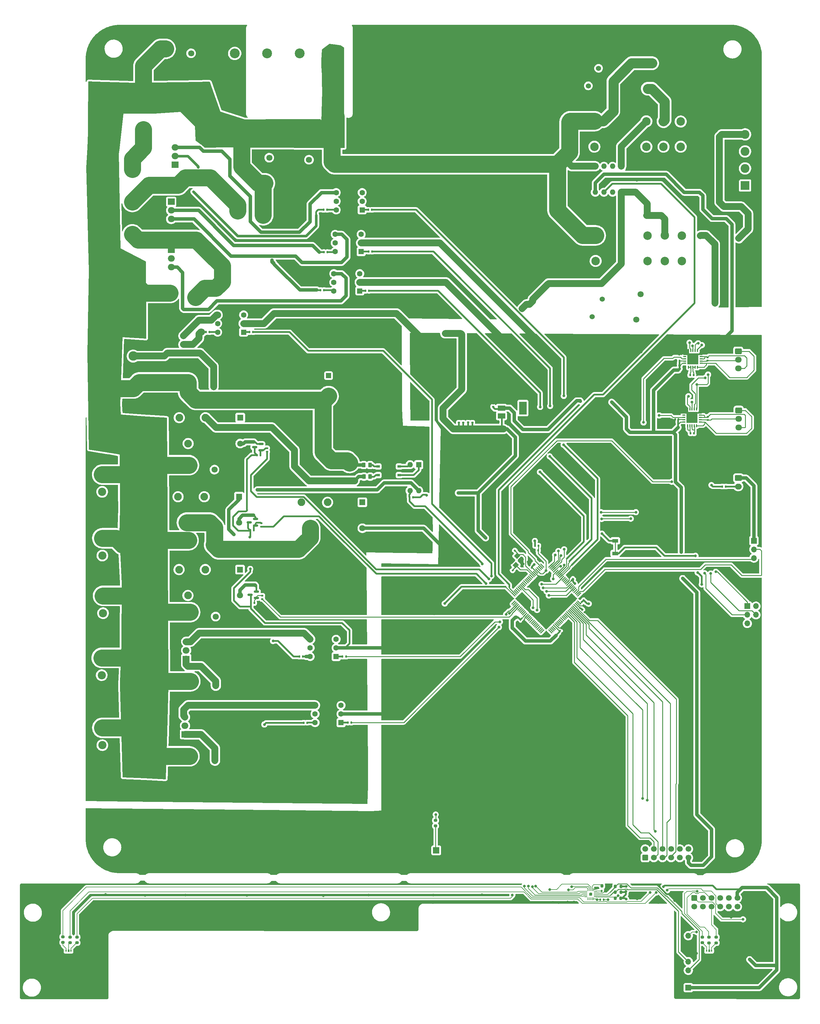
<source format=gbr>
%TF.GenerationSoftware,KiCad,Pcbnew,(6.0.0)*%
%TF.CreationDate,2022-02-02T11:03:39+03:00*%
%TF.ProjectId,Steel_form_Dish_washer,53746565-6c5f-4666-9f72-6d5f44697368,rev?*%
%TF.SameCoordinates,Original*%
%TF.FileFunction,Copper,L1,Top*%
%TF.FilePolarity,Positive*%
%FSLAX46Y46*%
G04 Gerber Fmt 4.6, Leading zero omitted, Abs format (unit mm)*
G04 Created by KiCad (PCBNEW (6.0.0)) date 2022-02-02 11:03:39*
%MOMM*%
%LPD*%
G01*
G04 APERTURE LIST*
G04 Aperture macros list*
%AMRoundRect*
0 Rectangle with rounded corners*
0 $1 Rounding radius*
0 $2 $3 $4 $5 $6 $7 $8 $9 X,Y pos of 4 corners*
0 Add a 4 corners polygon primitive as box body*
4,1,4,$2,$3,$4,$5,$6,$7,$8,$9,$2,$3,0*
0 Add four circle primitives for the rounded corners*
1,1,$1+$1,$2,$3*
1,1,$1+$1,$4,$5*
1,1,$1+$1,$6,$7*
1,1,$1+$1,$8,$9*
0 Add four rect primitives between the rounded corners*
20,1,$1+$1,$2,$3,$4,$5,0*
20,1,$1+$1,$4,$5,$6,$7,0*
20,1,$1+$1,$6,$7,$8,$9,0*
20,1,$1+$1,$8,$9,$2,$3,0*%
%AMRotRect*
0 Rectangle, with rotation*
0 The origin of the aperture is its center*
0 $1 length*
0 $2 width*
0 $3 Rotation angle, in degrees counterclockwise*
0 Add horizontal line*
21,1,$1,$2,0,0,$3*%
%AMFreePoly0*
4,1,14,0.354215,0.088284,0.450784,-0.008285,0.462500,-0.036569,0.462500,-0.060000,0.450784,-0.088284,0.422500,-0.100000,-0.422500,-0.100000,-0.450784,-0.088284,-0.462500,-0.060000,-0.462500,0.060000,-0.450784,0.088284,-0.422500,0.100000,0.325931,0.100000,0.354215,0.088284,0.354215,0.088284,$1*%
%AMFreePoly1*
4,1,14,0.450784,0.088284,0.462500,0.060000,0.462500,0.036569,0.450784,0.008285,0.354215,-0.088284,0.325931,-0.100000,-0.422500,-0.100000,-0.450784,-0.088284,-0.462500,-0.060000,-0.462500,0.060000,-0.450784,0.088284,-0.422500,0.100000,0.422500,0.100000,0.450784,0.088284,0.450784,0.088284,$1*%
%AMFreePoly2*
4,1,14,0.088284,0.450784,0.100000,0.422500,0.100000,-0.422500,0.088284,-0.450784,0.060000,-0.462500,-0.060000,-0.462500,-0.088284,-0.450784,-0.100000,-0.422500,-0.100000,0.325931,-0.088284,0.354215,0.008285,0.450784,0.036569,0.462500,0.060000,0.462500,0.088284,0.450784,0.088284,0.450784,$1*%
%AMFreePoly3*
4,1,14,-0.008285,0.450784,0.088284,0.354215,0.100000,0.325931,0.100000,-0.422500,0.088284,-0.450784,0.060000,-0.462500,-0.060000,-0.462500,-0.088284,-0.450784,-0.100000,-0.422500,-0.100000,0.422500,-0.088284,0.450784,-0.060000,0.462500,-0.036569,0.462500,-0.008285,0.450784,-0.008285,0.450784,$1*%
%AMFreePoly4*
4,1,14,0.450784,0.088284,0.462500,0.060000,0.462500,-0.060000,0.450784,-0.088284,0.422500,-0.100000,-0.325931,-0.100000,-0.354215,-0.088284,-0.450784,0.008285,-0.462500,0.036569,-0.462500,0.060000,-0.450784,0.088284,-0.422500,0.100000,0.422500,0.100000,0.450784,0.088284,0.450784,0.088284,$1*%
%AMFreePoly5*
4,1,14,0.450784,0.088284,0.462500,0.060000,0.462500,-0.060000,0.450784,-0.088284,0.422500,-0.100000,-0.422500,-0.100000,-0.450784,-0.088284,-0.462500,-0.060000,-0.462500,-0.036569,-0.450784,-0.008285,-0.354215,0.088284,-0.325931,0.100000,0.422500,0.100000,0.450784,0.088284,0.450784,0.088284,$1*%
%AMFreePoly6*
4,1,14,0.088284,0.450784,0.100000,0.422500,0.100000,-0.325931,0.088284,-0.354215,-0.008285,-0.450784,-0.036569,-0.462500,-0.060000,-0.462500,-0.088284,-0.450784,-0.100000,-0.422500,-0.100000,0.422500,-0.088284,0.450784,-0.060000,0.462500,0.060000,0.462500,0.088284,0.450784,0.088284,0.450784,$1*%
%AMFreePoly7*
4,1,14,0.088284,0.450784,0.100000,0.422500,0.100000,-0.422500,0.088284,-0.450784,0.060000,-0.462500,0.036569,-0.462500,0.008285,-0.450784,-0.088284,-0.354215,-0.100000,-0.325931,-0.100000,0.422500,-0.088284,0.450784,-0.060000,0.462500,0.060000,0.462500,0.088284,0.450784,0.088284,0.450784,$1*%
G04 Aperture macros list end*
%TA.AperFunction,ComponentPad*%
%ADD10C,2.500000*%
%TD*%
%TA.AperFunction,SMDPad,CuDef*%
%ADD11RoundRect,0.150000X0.587500X0.150000X-0.587500X0.150000X-0.587500X-0.150000X0.587500X-0.150000X0*%
%TD*%
%TA.AperFunction,ComponentPad*%
%ADD12R,2.400000X2.400000*%
%TD*%
%TA.AperFunction,ComponentPad*%
%ADD13C,2.400000*%
%TD*%
%TA.AperFunction,ComponentPad*%
%ADD14C,1.800000*%
%TD*%
%TA.AperFunction,ComponentPad*%
%ADD15R,1.800000X1.800000*%
%TD*%
%TA.AperFunction,ComponentPad*%
%ADD16C,2.250000*%
%TD*%
%TA.AperFunction,SMDPad,CuDef*%
%ADD17RoundRect,0.140000X0.170000X-0.140000X0.170000X0.140000X-0.170000X0.140000X-0.170000X-0.140000X0*%
%TD*%
%TA.AperFunction,SMDPad,CuDef*%
%ADD18RoundRect,0.140000X0.140000X0.170000X-0.140000X0.170000X-0.140000X-0.170000X0.140000X-0.170000X0*%
%TD*%
%TA.AperFunction,ComponentPad*%
%ADD19R,1.700000X1.700000*%
%TD*%
%TA.AperFunction,ComponentPad*%
%ADD20O,1.700000X1.700000*%
%TD*%
%TA.AperFunction,SMDPad,CuDef*%
%ADD21RoundRect,0.135000X-0.135000X-0.185000X0.135000X-0.185000X0.135000X0.185000X-0.135000X0.185000X0*%
%TD*%
%TA.AperFunction,ComponentPad*%
%ADD22R,1.600000X1.600000*%
%TD*%
%TA.AperFunction,ComponentPad*%
%ADD23C,1.600000*%
%TD*%
%TA.AperFunction,SMDPad,CuDef*%
%ADD24R,0.400000X0.600000*%
%TD*%
%TA.AperFunction,SMDPad,CuDef*%
%ADD25R,0.500000X0.700000*%
%TD*%
%TA.AperFunction,SMDPad,CuDef*%
%ADD26RoundRect,0.140000X-0.219203X-0.021213X-0.021213X-0.219203X0.219203X0.021213X0.021213X0.219203X0*%
%TD*%
%TA.AperFunction,ComponentPad*%
%ADD27RoundRect,0.250000X0.600000X-0.600000X0.600000X0.600000X-0.600000X0.600000X-0.600000X-0.600000X0*%
%TD*%
%TA.AperFunction,ComponentPad*%
%ADD28C,1.700000*%
%TD*%
%TA.AperFunction,ComponentPad*%
%ADD29R,2.000000X1.905000*%
%TD*%
%TA.AperFunction,ComponentPad*%
%ADD30O,2.000000X1.905000*%
%TD*%
%TA.AperFunction,ComponentPad*%
%ADD31C,2.895000*%
%TD*%
%TA.AperFunction,SMDPad,CuDef*%
%ADD32RoundRect,0.135000X0.185000X-0.135000X0.185000X0.135000X-0.185000X0.135000X-0.185000X-0.135000X0*%
%TD*%
%TA.AperFunction,SMDPad,CuDef*%
%ADD33RoundRect,0.200000X-0.275000X0.200000X-0.275000X-0.200000X0.275000X-0.200000X0.275000X0.200000X0*%
%TD*%
%TA.AperFunction,SMDPad,CuDef*%
%ADD34RoundRect,0.140000X0.021213X-0.219203X0.219203X-0.021213X-0.021213X0.219203X-0.219203X0.021213X0*%
%TD*%
%TA.AperFunction,SMDPad,CuDef*%
%ADD35RoundRect,0.140000X-0.140000X-0.170000X0.140000X-0.170000X0.140000X0.170000X-0.140000X0.170000X0*%
%TD*%
%TA.AperFunction,SMDPad,CuDef*%
%ADD36RoundRect,0.250000X-0.262500X-0.450000X0.262500X-0.450000X0.262500X0.450000X-0.262500X0.450000X0*%
%TD*%
%TA.AperFunction,SMDPad,CuDef*%
%ADD37RoundRect,0.200000X-0.200000X-0.275000X0.200000X-0.275000X0.200000X0.275000X-0.200000X0.275000X0*%
%TD*%
%TA.AperFunction,ComponentPad*%
%ADD38RoundRect,0.250000X-0.750000X0.600000X-0.750000X-0.600000X0.750000X-0.600000X0.750000X0.600000X0*%
%TD*%
%TA.AperFunction,ComponentPad*%
%ADD39O,2.000000X1.700000*%
%TD*%
%TA.AperFunction,SMDPad,CuDef*%
%ADD40RoundRect,0.075000X0.415425X0.521491X-0.521491X-0.415425X-0.415425X-0.521491X0.521491X0.415425X0*%
%TD*%
%TA.AperFunction,SMDPad,CuDef*%
%ADD41RoundRect,0.075000X-0.415425X0.521491X-0.521491X0.415425X0.415425X-0.521491X0.521491X-0.415425X0*%
%TD*%
%TA.AperFunction,SMDPad,CuDef*%
%ADD42RoundRect,0.200000X0.200000X0.275000X-0.200000X0.275000X-0.200000X-0.275000X0.200000X-0.275000X0*%
%TD*%
%TA.AperFunction,SMDPad,CuDef*%
%ADD43RoundRect,0.135000X0.135000X0.185000X-0.135000X0.185000X-0.135000X-0.185000X0.135000X-0.185000X0*%
%TD*%
%TA.AperFunction,SMDPad,CuDef*%
%ADD44R,1.000000X0.800000*%
%TD*%
%TA.AperFunction,SMDPad,CuDef*%
%ADD45RoundRect,0.140000X-0.021213X0.219203X-0.219203X0.021213X0.021213X-0.219203X0.219203X-0.021213X0*%
%TD*%
%TA.AperFunction,SMDPad,CuDef*%
%ADD46RoundRect,0.140000X0.219203X0.021213X0.021213X0.219203X-0.219203X-0.021213X-0.021213X-0.219203X0*%
%TD*%
%TA.AperFunction,ComponentPad*%
%ADD47C,1.524000*%
%TD*%
%TA.AperFunction,ComponentPad*%
%ADD48C,2.781000*%
%TD*%
%TA.AperFunction,SMDPad,CuDef*%
%ADD49RoundRect,0.012800X0.147200X-0.407200X0.147200X0.407200X-0.147200X0.407200X-0.147200X-0.407200X0*%
%TD*%
%TA.AperFunction,SMDPad,CuDef*%
%ADD50RoundRect,0.012800X0.407200X-0.147200X0.407200X0.147200X-0.407200X0.147200X-0.407200X-0.147200X0*%
%TD*%
%TA.AperFunction,SMDPad,CuDef*%
%ADD51R,3.250000X3.250000*%
%TD*%
%TA.AperFunction,SMDPad,CuDef*%
%ADD52R,1.800000X1.100000*%
%TD*%
%TA.AperFunction,ComponentPad*%
%ADD53R,1.500000X1.500000*%
%TD*%
%TA.AperFunction,ComponentPad*%
%ADD54C,1.500000*%
%TD*%
%TA.AperFunction,ComponentPad*%
%ADD55RoundRect,0.250000X-0.725000X0.600000X-0.725000X-0.600000X0.725000X-0.600000X0.725000X0.600000X0*%
%TD*%
%TA.AperFunction,ComponentPad*%
%ADD56O,1.950000X1.700000*%
%TD*%
%TA.AperFunction,SMDPad,CuDef*%
%ADD57R,2.200000X1.500000*%
%TD*%
%TA.AperFunction,SMDPad,CuDef*%
%ADD58R,2.200000X3.800000*%
%TD*%
%TA.AperFunction,ComponentPad*%
%ADD59R,1.850000X1.850000*%
%TD*%
%TA.AperFunction,ComponentPad*%
%ADD60C,1.850000*%
%TD*%
%TA.AperFunction,ComponentPad*%
%ADD61O,1.600000X1.600000*%
%TD*%
%TA.AperFunction,SMDPad,CuDef*%
%ADD62RotRect,1.400000X1.200000X225.000000*%
%TD*%
%TA.AperFunction,SMDPad,CuDef*%
%ADD63FreePoly0,180.000000*%
%TD*%
%TA.AperFunction,SMDPad,CuDef*%
%ADD64RoundRect,0.050000X0.412500X0.050000X-0.412500X0.050000X-0.412500X-0.050000X0.412500X-0.050000X0*%
%TD*%
%TA.AperFunction,SMDPad,CuDef*%
%ADD65FreePoly1,180.000000*%
%TD*%
%TA.AperFunction,SMDPad,CuDef*%
%ADD66FreePoly2,180.000000*%
%TD*%
%TA.AperFunction,SMDPad,CuDef*%
%ADD67RoundRect,0.050000X0.050000X0.412500X-0.050000X0.412500X-0.050000X-0.412500X0.050000X-0.412500X0*%
%TD*%
%TA.AperFunction,SMDPad,CuDef*%
%ADD68FreePoly3,180.000000*%
%TD*%
%TA.AperFunction,SMDPad,CuDef*%
%ADD69FreePoly4,180.000000*%
%TD*%
%TA.AperFunction,SMDPad,CuDef*%
%ADD70FreePoly5,180.000000*%
%TD*%
%TA.AperFunction,SMDPad,CuDef*%
%ADD71FreePoly6,180.000000*%
%TD*%
%TA.AperFunction,SMDPad,CuDef*%
%ADD72FreePoly7,180.000000*%
%TD*%
%TA.AperFunction,ComponentPad*%
%ADD73R,2.600000X2.600000*%
%TD*%
%TA.AperFunction,ComponentPad*%
%ADD74C,2.600000*%
%TD*%
%TA.AperFunction,ComponentPad*%
%ADD75RoundRect,0.250000X-0.600000X0.600000X-0.600000X-0.600000X0.600000X-0.600000X0.600000X0.600000X0*%
%TD*%
%TA.AperFunction,ViaPad*%
%ADD76C,0.800000*%
%TD*%
%TA.AperFunction,Conductor*%
%ADD77C,1.000000*%
%TD*%
%TA.AperFunction,Conductor*%
%ADD78C,0.254000*%
%TD*%
%TA.AperFunction,Conductor*%
%ADD79C,0.500000*%
%TD*%
%TA.AperFunction,Conductor*%
%ADD80C,0.200000*%
%TD*%
%TA.AperFunction,Conductor*%
%ADD81C,2.000000*%
%TD*%
%TA.AperFunction,Conductor*%
%ADD82C,0.750000*%
%TD*%
%TA.AperFunction,Conductor*%
%ADD83C,5.000000*%
%TD*%
%TA.AperFunction,Conductor*%
%ADD84C,3.000000*%
%TD*%
G04 APERTURE END LIST*
D10*
%TO.P,U5,11,COM*%
%TO.N,/AC_ACTUATORS/E3*%
X239425000Y-69775000D03*
%TO.P,U5,12,NC*%
%TO.N,Net-(U5-Pad12)*%
X234385000Y-69825000D03*
%TO.P,U5,14,NO*%
%TO.N,/AC_ACTUATORS/E2*%
X244465000Y-69875000D03*
%TO.P,U5,21*%
%TO.N,N/C*%
X239425000Y-77275000D03*
%TO.P,U5,22*%
X234385000Y-77275000D03*
%TO.P,U5,24*%
X244465000Y-77275000D03*
%TO.P,U5,A1,A1*%
%TO.N,NEUTRAL*%
X219125000Y-69775000D03*
%TO.P,U5,A2,A2*%
%TO.N,/AC_ACTUATORS/E1*%
X219125000Y-77275000D03*
%TD*%
D11*
%TO.P,Q5,1,G*%
%TO.N,Net-(Q5-Pad1)*%
X121275000Y-166400000D03*
%TO.P,Q5,2,D*%
%TO.N,Net-(K3-Pad2)*%
X121275000Y-164500000D03*
%TO.P,Q5,3,S*%
%TO.N,GND*%
X119400000Y-165450000D03*
%TD*%
D12*
%TO.P,J11,1,Pin_1*%
%TO.N,NEUTRAL*%
X74650000Y-173500000D03*
D13*
%TO.P,J11,2,Pin_2*%
%TO.N,Net-(J11-Pad2)*%
X74650000Y-178580000D03*
%TD*%
D14*
%TO.P,RV11,1*%
%TO.N,Net-(D5-Pad1)*%
X107750000Y-257500000D03*
%TO.P,RV11,2*%
%TO.N,NEUTRAL*%
X100250000Y-256200000D03*
%TD*%
D15*
%TO.P,K2,1*%
%TO.N,+5V*%
X114812500Y-180000000D03*
D14*
%TO.P,K2,2*%
%TO.N,Net-(K2-Pad2)*%
X114812500Y-187600000D03*
D16*
%TO.P,K2,3*%
%TO.N,L3*%
X104612500Y-180000000D03*
%TO.P,K2,4*%
%TO.N,unconnected-(K2-Pad4)*%
X96912500Y-180000000D03*
%TO.P,K2,5*%
%TO.N,/AC_ACTUATORS/DRAIN_CONN+*%
X99512500Y-187600000D03*
%TD*%
D11*
%TO.P,Q3,1,G*%
%TO.N,Net-(Q3-Pad1)*%
X119937500Y-209740000D03*
%TO.P,Q3,2,D*%
%TO.N,Net-(K1-Pad2)*%
X119937500Y-207840000D03*
%TO.P,Q3,3,S*%
%TO.N,GND*%
X118062500Y-208790000D03*
%TD*%
D17*
%TO.P,C21,1*%
%TO.N,+5V*%
X183300000Y-158230000D03*
%TO.P,C21,2*%
%TO.N,GND*%
X183300000Y-157270000D03*
%TD*%
D14*
%TO.P,RV5,1*%
%TO.N,/AC_ACTUATORS/DRAIN_CONN+*%
X107500000Y-194100000D03*
%TO.P,RV5,2*%
%TO.N,NEUTRAL*%
X100000000Y-192800000D03*
%TD*%
D18*
%TO.P,C14,1*%
%TO.N,+3V3*%
X244160000Y-140150000D03*
%TO.P,C14,2*%
%TO.N,GND*%
X243200000Y-140150000D03*
%TD*%
D19*
%TO.P,J6,1,Pin_1*%
%TO.N,+5V*%
X265950000Y-192920000D03*
D20*
%TO.P,J6,2,Pin_2*%
%TO.N,/RXD0*%
X265950000Y-195460000D03*
%TO.P,J6,3,Pin_3*%
%TO.N,/TXD0*%
X265950000Y-198000000D03*
%TO.P,J6,4,Pin_4*%
%TO.N,GND*%
X265950000Y-200540000D03*
%TD*%
D21*
%TO.P,R32,1*%
%TO.N,Net-(R32-Pad1)*%
X146740000Y-246300000D03*
%TO.P,R32,2*%
%TO.N,/peristaltic_pump_2*%
X147760000Y-246300000D03*
%TD*%
D12*
%TO.P,J15,1,Pin_1*%
%TO.N,NEUTRAL*%
X74500000Y-227300000D03*
D13*
%TO.P,J15,2,Pin_2*%
%TO.N,Net-(D6-Pad1)*%
X74500000Y-232380000D03*
%TD*%
D14*
%TO.P,RV2,1*%
%TO.N,L2*%
X123700000Y-80500000D03*
%TO.P,RV2,2*%
%TO.N,NEUTRAL*%
X122400000Y-88000000D03*
%TD*%
D22*
%TO.P,U10,1*%
%TO.N,Net-(R26-Pad1)*%
X150260000Y-119615000D03*
D23*
%TO.P,U10,2*%
%TO.N,GND*%
X150260000Y-117075000D03*
%TO.P,U10,3,NC*%
%TO.N,unconnected-(U10-Pad3)*%
X150260000Y-114535000D03*
%TO.P,U10,4*%
%TO.N,Net-(D4-Pad3)*%
X142640000Y-114535000D03*
%TO.P,U10,5,Sub*%
%TO.N,unconnected-(U10-Pad5)*%
X142640000Y-117075000D03*
%TO.P,U10,6*%
%TO.N,Net-(R31-Pad2)*%
X142640000Y-119615000D03*
%TD*%
D24*
%TO.P,U16,1,RA*%
%TO.N,Net-(R6-Pad2)*%
X252085000Y-313280000D03*
%TO.P,U16,2,RK*%
%TO.N,GND*%
X252085000Y-314630000D03*
D25*
%TO.P,U16,3,GA*%
%TO.N,Net-(R7-Pad2)*%
X252810000Y-313280000D03*
%TO.P,U16,4,GK*%
%TO.N,GND*%
X252810000Y-314630000D03*
D24*
%TO.P,U16,5,BA*%
%TO.N,Net-(R8-Pad2)*%
X253535000Y-313280000D03*
%TO.P,U16,6,BK*%
%TO.N,GND*%
X253535000Y-314630000D03*
%TD*%
D21*
%TO.P,R35,1*%
%TO.N,L3*%
X132540000Y-226950000D03*
%TO.P,R35,2*%
%TO.N,Net-(R35-Pad2)*%
X133560000Y-226950000D03*
%TD*%
D17*
%TO.P,C13,1*%
%TO.N,+3V3*%
X189400000Y-153580000D03*
%TO.P,C13,2*%
%TO.N,GND*%
X189400000Y-152620000D03*
%TD*%
D14*
%TO.P,RV13,1*%
%TO.N,/AC_ACTUATORS/E3*%
X234800000Y-60250000D03*
%TO.P,RV13,2*%
%TO.N,NEUTRAL*%
X236100000Y-52750000D03*
%TD*%
%TO.P,RV8,1*%
%TO.N,/AC_ACTUATORS/ELEMENT_2*%
X114400000Y-96100000D03*
%TO.P,RV8,2*%
%TO.N,NEUTRAL*%
X121900000Y-97400000D03*
%TD*%
D26*
%TO.P,C9,1*%
%TO.N,+5V*%
X209010589Y-219410589D03*
%TO.P,C9,2*%
%TO.N,GND*%
X209689411Y-220089411D03*
%TD*%
D27*
%TO.P,J17,1,Pin_1*%
%TO.N,/mcu_SDA*%
X234050000Y-285950000D03*
D28*
%TO.P,J17,2,Pin_2*%
%TO.N,/mcu_SCL*%
X234050000Y-283410000D03*
%TO.P,J17,3,Pin_3*%
%TO.N,/mcu_SCREEN_RST*%
X236590000Y-285950000D03*
%TO.P,J17,4,Pin_4*%
%TO.N,/mcu_~{IRQ}*%
X236590000Y-283410000D03*
%TO.P,J17,5,Pin_5*%
%TO.N,/RGB_ON{slash}OFF_RED*%
X239130000Y-285950000D03*
%TO.P,J17,6,Pin_6*%
%TO.N,/RGB_ON{slash}OFF_GRN*%
X239130000Y-283410000D03*
%TO.P,J17,7,Pin_7*%
%TO.N,/RGB_ON{slash}OFF_BLU*%
X241670000Y-285950000D03*
%TO.P,J17,8,Pin_8*%
%TO.N,/START_BLU*%
X241670000Y-283410000D03*
%TO.P,J17,9,Pin_9*%
%TO.N,/START_RED*%
X244210000Y-285950000D03*
%TO.P,J17,10,Pin_10*%
%TO.N,/START_GRN*%
X244210000Y-283410000D03*
%TO.P,J17,11,Pin_11*%
%TO.N,+3V3*%
X246750000Y-285950000D03*
%TO.P,J17,12,Pin_12*%
%TO.N,+5V*%
X246750000Y-283410000D03*
%TO.P,J17,13,Pin_13*%
%TO.N,GND*%
X249290000Y-285950000D03*
%TO.P,J17,14,Pin_14*%
X249290000Y-283410000D03*
%TD*%
D29*
%TO.P,D6,1,A1*%
%TO.N,Net-(D6-Pad1)*%
X99300000Y-227640000D03*
D30*
%TO.P,D6,2,A2*%
%TO.N,L3*%
X99300000Y-225100000D03*
%TO.P,D6,3,G*%
%TO.N,Net-(D6-Pad3)*%
X99300000Y-222560000D03*
%TD*%
D31*
%TO.P,J3,1,Pin_1*%
%TO.N,L1*%
X113540000Y-49900000D03*
%TO.P,J3,2,Pin_2*%
%TO.N,L2*%
X123070000Y-49900000D03*
%TO.P,J3,3,Pin_3*%
%TO.N,L3*%
X132600000Y-49900000D03*
%TO.P,J3,4,Pin_4*%
%TO.N,NEUTRAL*%
X142130000Y-49900000D03*
%TO.P,J3,5,Pin_5*%
%TO.N,/EARTH*%
X151660000Y-49900000D03*
%TD*%
D26*
%TO.P,C3,1*%
%TO.N,Net-(C3-Pad1)*%
X215610589Y-213210589D03*
%TO.P,C3,2*%
%TO.N,GND*%
X216289411Y-213889411D03*
%TD*%
D32*
%TO.P,R20,1*%
%TO.N,/WASH_PUMP*%
X123037500Y-166760000D03*
%TO.P,R20,2*%
%TO.N,Net-(Q5-Pad1)*%
X123037500Y-165740000D03*
%TD*%
D21*
%TO.P,R4,1*%
%TO.N,/DOOR_SENSOR*%
X256690000Y-177000000D03*
%TO.P,R4,2*%
%TO.N,Net-(J4-Pad2)*%
X257710000Y-177000000D03*
%TD*%
D12*
%TO.P,J9,1,Pin_1*%
%TO.N,NEUTRAL*%
X74900000Y-209100000D03*
D13*
%TO.P,J9,2,Pin_2*%
%TO.N,Net-(J9-Pad2)*%
X74900000Y-214180000D03*
%TD*%
D33*
%TO.P,R11,1*%
%TO.N,/PCB 2/START_RED*%
X65200000Y-309250000D03*
%TO.P,R11,2*%
%TO.N,Net-(R11-Pad2)*%
X65200000Y-310900000D03*
%TD*%
D34*
%TO.P,C5,1*%
%TO.N,+5V*%
X216010589Y-210389411D03*
%TO.P,C5,2*%
%TO.N,GND*%
X216689411Y-209710589D03*
%TD*%
D21*
%TO.P,R29,1*%
%TO.N,L1*%
X105090000Y-131700000D03*
%TO.P,R29,2*%
%TO.N,Net-(R29-Pad2)*%
X106110000Y-131700000D03*
%TD*%
D35*
%TO.P,C22,1*%
%TO.N,Net-(C22-Pad1)*%
X221265000Y-295750000D03*
%TO.P,C22,2*%
%TO.N,GND*%
X222225000Y-295750000D03*
%TD*%
D36*
%TO.P,R36,1*%
%TO.N,L1*%
X151477500Y-174100000D03*
%TO.P,R36,2*%
%TO.N,Net-(D7-Pad2)*%
X153302500Y-174100000D03*
%TD*%
D37*
%TO.P,R14,1*%
%TO.N,Net-(R14-Pad1)*%
X221375000Y-294250000D03*
%TO.P,R14,2*%
%TO.N,GND*%
X223025000Y-294250000D03*
%TD*%
D38*
%TO.P,J4,1,Pin_1*%
%TO.N,+5V*%
X261367500Y-174500000D03*
D39*
%TO.P,J4,2,Pin_2*%
%TO.N,Net-(J4-Pad2)*%
X261367500Y-177000000D03*
%TD*%
D40*
%TO.P,U1,1,PG5*%
%TO.N,unconnected-(U1-Pad1)*%
X214653925Y-208717767D03*
%TO.P,U1,2,PE0*%
%TO.N,/RXD0*%
X214300372Y-208364214D03*
%TO.P,U1,3,PE1*%
%TO.N,/TXD0*%
X213946819Y-208010660D03*
%TO.P,U1,4,PE2*%
%TO.N,unconnected-(U1-Pad4)*%
X213593265Y-207657107D03*
%TO.P,U1,5,PE3*%
%TO.N,unconnected-(U1-Pad5)*%
X213239712Y-207303553D03*
%TO.P,U1,6,PE4*%
%TO.N,/ZERO_CROSS_DETECT*%
X212886158Y-206950000D03*
%TO.P,U1,7,PE5*%
%TO.N,unconnected-(U1-Pad7)*%
X212532605Y-206596447D03*
%TO.P,U1,8,PE6*%
%TO.N,/DRAIN_PUMP*%
X212179052Y-206242893D03*
%TO.P,U1,9,PE7*%
%TO.N,/WASH_PUMP*%
X211825498Y-205889340D03*
%TO.P,U1,10,VCC*%
%TO.N,+5V*%
X211471945Y-205535786D03*
%TO.P,U1,11,GND*%
%TO.N,GND*%
X211118391Y-205182233D03*
%TO.P,U1,12,PH0*%
%TO.N,unconnected-(U1-Pad12)*%
X210764838Y-204828680D03*
%TO.P,U1,13,PH1*%
%TO.N,unconnected-(U1-Pad13)*%
X210411285Y-204475126D03*
%TO.P,U1,14,PH2*%
%TO.N,unconnected-(U1-Pad14)*%
X210057731Y-204121573D03*
%TO.P,U1,15,PH3*%
%TO.N,/single_phase_heater_pwm*%
X209704178Y-203768020D03*
%TO.P,U1,16,PH4*%
%TO.N,/L1_3phase_heater_pwm*%
X209350625Y-203414466D03*
%TO.P,U1,17,PH5*%
%TO.N,/L2_3phase_heater_pwm*%
X208997071Y-203060913D03*
%TO.P,U1,18,PH6*%
%TO.N,/L3_3phase_heater_pwm*%
X208643518Y-202707359D03*
%TO.P,U1,19,PB0*%
%TO.N,/RTD_~{CS}*%
X208289964Y-202353806D03*
%TO.P,U1,20,PB1*%
%TO.N,/RTD_SCLK*%
X207936411Y-202000253D03*
%TO.P,U1,21,PB2*%
%TO.N,/MOSI*%
X207582858Y-201646699D03*
%TO.P,U1,22,PB3*%
%TO.N,/MISO*%
X207229304Y-201293146D03*
%TO.P,U1,23,PB4*%
%TO.N,/RTD_~{DRDY}*%
X206875751Y-200939592D03*
%TO.P,U1,24,PB5*%
%TO.N,/RTD_~{CS_1}*%
X206522197Y-200586039D03*
%TO.P,U1,25,PB6*%
%TO.N,/RTD_~{DRDY_1}*%
X206168644Y-200232486D03*
D41*
%TO.P,U1,26,PB7*%
%TO.N,unconnected-(U1-Pad26)*%
X203817514Y-200232486D03*
%TO.P,U1,27,PH7*%
%TO.N,/DOOR_SENSOR*%
X203463961Y-200586039D03*
%TO.P,U1,28,PG3*%
%TO.N,unconnected-(U1-Pad28)*%
X203110407Y-200939592D03*
%TO.P,U1,29,PG4*%
%TO.N,unconnected-(U1-Pad29)*%
X202756854Y-201293146D03*
%TO.P,U1,30,~{RESET}*%
%TO.N,/RESET*%
X202403300Y-201646699D03*
%TO.P,U1,31,VCC*%
%TO.N,+5V*%
X202049747Y-202000253D03*
%TO.P,U1,32,GND*%
%TO.N,GND*%
X201696194Y-202353806D03*
%TO.P,U1,33,XTAL2*%
%TO.N,Net-(C1-Pad1)*%
X201342640Y-202707359D03*
%TO.P,U1,34,XTAL1*%
%TO.N,Net-(C2-Pad1)*%
X200989087Y-203060913D03*
%TO.P,U1,35,PL0*%
%TO.N,unconnected-(U1-Pad35)*%
X200635533Y-203414466D03*
%TO.P,U1,36,PL1*%
%TO.N,unconnected-(U1-Pad36)*%
X200281980Y-203768020D03*
%TO.P,U1,37,PL2*%
%TO.N,unconnected-(U1-Pad37)*%
X199928427Y-204121573D03*
%TO.P,U1,38,PL3*%
%TO.N,unconnected-(U1-Pad38)*%
X199574873Y-204475126D03*
%TO.P,U1,39,PL4*%
%TO.N,unconnected-(U1-Pad39)*%
X199221320Y-204828680D03*
%TO.P,U1,40,PL5*%
%TO.N,unconnected-(U1-Pad40)*%
X198867767Y-205182233D03*
%TO.P,U1,41,PL6*%
%TO.N,unconnected-(U1-Pad41)*%
X198514213Y-205535786D03*
%TO.P,U1,42,PL7*%
%TO.N,unconnected-(U1-Pad42)*%
X198160660Y-205889340D03*
%TO.P,U1,43,PD0*%
%TO.N,/mcu_SCL*%
X197807106Y-206242893D03*
%TO.P,U1,44,PD1*%
%TO.N,/mcu_SDA*%
X197453553Y-206596447D03*
%TO.P,U1,45,PD2*%
%TO.N,/~{IRQ}*%
X197100000Y-206950000D03*
%TO.P,U1,46,PD3*%
%TO.N,unconnected-(U1-Pad46)*%
X196746446Y-207303553D03*
%TO.P,U1,47,PD4*%
%TO.N,unconnected-(U1-Pad47)*%
X196392893Y-207657107D03*
%TO.P,U1,48,PD5*%
%TO.N,unconnected-(U1-Pad48)*%
X196039339Y-208010660D03*
%TO.P,U1,49,PD6*%
%TO.N,/WATER_LEVEL_PROBE*%
X195685786Y-208364214D03*
%TO.P,U1,50,PD7*%
%TO.N,/SPEAKER*%
X195332233Y-208717767D03*
D40*
%TO.P,U1,51,PG0*%
%TO.N,unconnected-(U1-Pad51)*%
X195332233Y-211068897D03*
%TO.P,U1,52,PG1*%
%TO.N,unconnected-(U1-Pad52)*%
X195685786Y-211422450D03*
%TO.P,U1,53,PC0*%
%TO.N,/peristaltic_pump_1*%
X196039339Y-211776004D03*
%TO.P,U1,54,PC1*%
%TO.N,/peristaltic_pump_2*%
X196392893Y-212129557D03*
%TO.P,U1,55,PC2*%
%TO.N,/SOLENOID*%
X196746446Y-212483111D03*
%TO.P,U1,56,PC3*%
%TO.N,unconnected-(U1-Pad56)*%
X197100000Y-212836664D03*
%TO.P,U1,57,PC4*%
%TO.N,unconnected-(U1-Pad57)*%
X197453553Y-213190217D03*
%TO.P,U1,58,PC5*%
%TO.N,unconnected-(U1-Pad58)*%
X197807106Y-213543771D03*
%TO.P,U1,59,PC6*%
%TO.N,unconnected-(U1-Pad59)*%
X198160660Y-213897324D03*
%TO.P,U1,60,PC7*%
%TO.N,unconnected-(U1-Pad60)*%
X198514213Y-214250878D03*
%TO.P,U1,61,VCC*%
%TO.N,+5V*%
X198867767Y-214604431D03*
%TO.P,U1,62,GND*%
%TO.N,GND*%
X199221320Y-214957984D03*
%TO.P,U1,63,PJ0*%
%TO.N,unconnected-(U1-Pad63)*%
X199574873Y-215311538D03*
%TO.P,U1,64,PJ1*%
%TO.N,unconnected-(U1-Pad64)*%
X199928427Y-215665091D03*
%TO.P,U1,65,PJ2*%
%TO.N,unconnected-(U1-Pad65)*%
X200281980Y-216018644D03*
%TO.P,U1,66,PJ3*%
%TO.N,unconnected-(U1-Pad66)*%
X200635533Y-216372198D03*
%TO.P,U1,67,PJ4*%
%TO.N,unconnected-(U1-Pad67)*%
X200989087Y-216725751D03*
%TO.P,U1,68,PJ5*%
%TO.N,unconnected-(U1-Pad68)*%
X201342640Y-217079305D03*
%TO.P,U1,69,PJ6*%
%TO.N,unconnected-(U1-Pad69)*%
X201696194Y-217432858D03*
%TO.P,U1,70,PG2*%
%TO.N,unconnected-(U1-Pad70)*%
X202049747Y-217786411D03*
%TO.P,U1,71,PA7*%
%TO.N,unconnected-(U1-Pad71)*%
X202403300Y-218139965D03*
%TO.P,U1,72,PA6*%
%TO.N,unconnected-(U1-Pad72)*%
X202756854Y-218493518D03*
%TO.P,U1,73,PA5*%
%TO.N,unconnected-(U1-Pad73)*%
X203110407Y-218847072D03*
%TO.P,U1,74,PA4*%
%TO.N,unconnected-(U1-Pad74)*%
X203463961Y-219200625D03*
%TO.P,U1,75,PA3*%
%TO.N,unconnected-(U1-Pad75)*%
X203817514Y-219554178D03*
D41*
%TO.P,U1,76,PA2*%
%TO.N,unconnected-(U1-Pad76)*%
X206168644Y-219554178D03*
%TO.P,U1,77,PA1*%
%TO.N,unconnected-(U1-Pad77)*%
X206522197Y-219200625D03*
%TO.P,U1,78,PA0*%
%TO.N,unconnected-(U1-Pad78)*%
X206875751Y-218847072D03*
%TO.P,U1,79,PJ7*%
%TO.N,unconnected-(U1-Pad79)*%
X207229304Y-218493518D03*
%TO.P,U1,80,VCC*%
%TO.N,+5V*%
X207582858Y-218139965D03*
%TO.P,U1,81,GND*%
%TO.N,GND*%
X207936411Y-217786411D03*
%TO.P,U1,82,PK7*%
%TO.N,unconnected-(U1-Pad82)*%
X208289964Y-217432858D03*
%TO.P,U1,83,PK6*%
%TO.N,unconnected-(U1-Pad83)*%
X208643518Y-217079305D03*
%TO.P,U1,84,PK5*%
%TO.N,unconnected-(U1-Pad84)*%
X208997071Y-216725751D03*
%TO.P,U1,85,PK4*%
%TO.N,unconnected-(U1-Pad85)*%
X209350625Y-216372198D03*
%TO.P,U1,86,PK3*%
%TO.N,unconnected-(U1-Pad86)*%
X209704178Y-216018644D03*
%TO.P,U1,87,PK2*%
%TO.N,unconnected-(U1-Pad87)*%
X210057731Y-215665091D03*
%TO.P,U1,88,PK1*%
%TO.N,unconnected-(U1-Pad88)*%
X210411285Y-215311538D03*
%TO.P,U1,89,PK0*%
%TO.N,unconnected-(U1-Pad89)*%
X210764838Y-214957984D03*
%TO.P,U1,90,PF7*%
%TO.N,/mcu_~{IRQ}*%
X211118391Y-214604431D03*
%TO.P,U1,91,PF6*%
%TO.N,/mcu_SCREEN_RST*%
X211471945Y-214250878D03*
%TO.P,U1,92,PF5*%
%TO.N,/START_GRN*%
X211825498Y-213897324D03*
%TO.P,U1,93,PF4*%
%TO.N,/START_RED*%
X212179052Y-213543771D03*
%TO.P,U1,94,PF3*%
%TO.N,/START_BLU*%
X212532605Y-213190217D03*
%TO.P,U1,95,PF2*%
%TO.N,/RGB_ON{slash}OFF_GRN*%
X212886158Y-212836664D03*
%TO.P,U1,96,PF1*%
%TO.N,/RGB_ON{slash}OFF_RED*%
X213239712Y-212483111D03*
%TO.P,U1,97,PF0*%
%TO.N,/RGB_ON{slash}OFF_BLU*%
X213593265Y-212129557D03*
%TO.P,U1,98,AREF*%
%TO.N,Net-(C3-Pad1)*%
X213946819Y-211776004D03*
%TO.P,U1,99,GND*%
%TO.N,GND*%
X214300372Y-211422450D03*
%TO.P,U1,100,AVCC*%
%TO.N,+5V*%
X214653925Y-211068897D03*
%TD*%
D33*
%TO.P,R12,1*%
%TO.N,/PCB 2/START_GRN*%
X67250000Y-309275000D03*
%TO.P,R12,2*%
%TO.N,Net-(R12-Pad2)*%
X67250000Y-310925000D03*
%TD*%
D17*
%TO.P,C16,1*%
%TO.N,+5V*%
X179350000Y-158230000D03*
%TO.P,C16,2*%
%TO.N,GND*%
X179350000Y-157270000D03*
%TD*%
D14*
%TO.P,RV4,1*%
%TO.N,Net-(J9-Pad2)*%
X107950000Y-215190000D03*
%TO.P,RV4,2*%
%TO.N,NEUTRAL*%
X100450000Y-213890000D03*
%TD*%
D42*
%TO.P,R9,1*%
%TO.N,+3V3*%
X226925000Y-294400000D03*
%TO.P,R9,2*%
%TO.N,/PCB 2/SDA*%
X225275000Y-294400000D03*
%TD*%
D18*
%TO.P,C10,1*%
%TO.N,+5V*%
X191980000Y-158100000D03*
%TO.P,C10,2*%
%TO.N,GND*%
X191020000Y-158100000D03*
%TD*%
D21*
%TO.P,R27,1*%
%TO.N,Net-(R27-Pad1)*%
X117890000Y-131700000D03*
%TO.P,R27,2*%
%TO.N,/single_phase_heater_pwm*%
X118910000Y-131700000D03*
%TD*%
D18*
%TO.P,C4,1*%
%TO.N,/RESET*%
X202610000Y-195750000D03*
%TO.P,C4,2*%
%TO.N,GND*%
X201650000Y-195750000D03*
%TD*%
D14*
%TO.P,RV12,1*%
%TO.N,Net-(D6-Pad1)*%
X108000000Y-235500000D03*
%TO.P,RV12,2*%
%TO.N,NEUTRAL*%
X100500000Y-234200000D03*
%TD*%
D29*
%TO.P,D3,1,A1*%
%TO.N,/AC_ACTUATORS/ELEMENT_2*%
X94900000Y-93420000D03*
D30*
%TO.P,D3,2,A2*%
%TO.N,L2*%
X94900000Y-95960000D03*
%TO.P,D3,3,G*%
%TO.N,Net-(D3-Pad3)*%
X94900000Y-98500000D03*
%TD*%
D21*
%TO.P,R26,1*%
%TO.N,Net-(R26-Pad1)*%
X151950000Y-119550000D03*
%TO.P,R26,2*%
%TO.N,/L3_3phase_heater_pwm*%
X152970000Y-119550000D03*
%TD*%
D10*
%TO.P,U14,11,COM*%
%TO.N,+5V*%
X239800000Y-103300000D03*
%TO.P,U14,12,NC*%
%TO.N,unconnected-(U14-Pad12)*%
X234760000Y-103350000D03*
%TO.P,U14,14,NO*%
%TO.N,Net-(K4-Pad1)*%
X244840000Y-103400000D03*
%TO.P,U14,21*%
%TO.N,N/C*%
X239800000Y-110800000D03*
%TO.P,U14,22*%
X234760000Y-110800000D03*
%TO.P,U14,24*%
X244840000Y-110800000D03*
%TO.P,U14,A1,A1*%
%TO.N,NEUTRAL*%
X219500000Y-103300000D03*
%TO.P,U14,A2,A2*%
%TO.N,/AC_ACTUATORS/E1*%
X219500000Y-110800000D03*
%TD*%
D11*
%TO.P,Q4,1,G*%
%TO.N,Net-(Q4-Pad1)*%
X119637500Y-188450000D03*
%TO.P,Q4,2,D*%
%TO.N,Net-(K2-Pad2)*%
X119637500Y-186550000D03*
%TO.P,Q4,3,S*%
%TO.N,GND*%
X117762500Y-187500000D03*
%TD*%
D43*
%TO.P,R23,1*%
%TO.N,Net-(Q5-Pad1)*%
X121087500Y-167800000D03*
%TO.P,R23,2*%
%TO.N,GND*%
X120067500Y-167800000D03*
%TD*%
D14*
%TO.P,RV9,1*%
%TO.N,/AC_ACTUATORS/ELEMENT_1*%
X86750000Y-72200000D03*
%TO.P,RV9,2*%
%TO.N,NEUTRAL*%
X88050000Y-64700000D03*
%TD*%
D44*
%TO.P,D7,1*%
%TO.N,Net-(D7-Pad1)*%
X155665000Y-171130000D03*
%TO.P,D7,2*%
%TO.N,Net-(D7-Pad2)*%
X155665000Y-173670000D03*
%TO.P,D7,3,+*%
%TO.N,Net-(D7-Pad3)*%
X161815000Y-173670000D03*
%TO.P,D7,4,-*%
%TO.N,GND1*%
X161815000Y-171130000D03*
%TD*%
D21*
%TO.P,R25,1*%
%TO.N,Net-(R25-Pad1)*%
X152830000Y-108070000D03*
%TO.P,R25,2*%
%TO.N,/L2_3phase_heater_pwm*%
X153850000Y-108070000D03*
%TD*%
D33*
%TO.P,R10,1*%
%TO.N,/PCB 2/START_BLU*%
X63100000Y-309175000D03*
%TO.P,R10,2*%
%TO.N,Net-(R10-Pad2)*%
X63100000Y-310825000D03*
%TD*%
D17*
%TO.P,C17,1*%
%TO.N,+5V*%
X180600000Y-158230000D03*
%TO.P,C17,2*%
%TO.N,GND*%
X180600000Y-157270000D03*
%TD*%
D15*
%TO.P,K3,1*%
%TO.N,+5V*%
X115172500Y-156800000D03*
D14*
%TO.P,K3,2*%
%TO.N,Net-(K3-Pad2)*%
X115172500Y-164400000D03*
D16*
%TO.P,K3,3*%
%TO.N,L1*%
X104972500Y-156800000D03*
%TO.P,K3,4*%
%TO.N,unconnected-(K3-Pad4)*%
X97272500Y-156800000D03*
%TO.P,K3,5*%
%TO.N,Net-(J11-Pad2)*%
X99872500Y-164400000D03*
%TD*%
D45*
%TO.P,C1,1*%
%TO.N,Net-(C1-Pad1)*%
X195778822Y-195845589D03*
%TO.P,C1,2*%
%TO.N,GND*%
X195100000Y-196524411D03*
%TD*%
%TO.P,C8,1*%
%TO.N,+5V*%
X197400000Y-216100000D03*
%TO.P,C8,2*%
%TO.N,GND*%
X196721178Y-216778822D03*
%TD*%
D21*
%TO.P,R24,1*%
%TO.N,Net-(R24-Pad1)*%
X152800000Y-95800000D03*
%TO.P,R24,2*%
%TO.N,/L1_3phase_heater_pwm*%
X153820000Y-95800000D03*
%TD*%
D14*
%TO.P,RV14,1*%
%TO.N,/AC_ACTUATORS/DRAIN_SENSOR_PROBE*%
X231400000Y-128050000D03*
%TO.P,RV14,2*%
%TO.N,NEUTRAL*%
X232700000Y-120550000D03*
%TD*%
D29*
%TO.P,D5,1,A1*%
%TO.N,Net-(D5-Pad1)*%
X98950000Y-249750000D03*
D30*
%TO.P,D5,2,A2*%
%TO.N,L3*%
X98950000Y-247210000D03*
%TO.P,D5,3,G*%
%TO.N,Net-(D5-Pad3)*%
X98950000Y-244670000D03*
%TD*%
D46*
%TO.P,C7,1*%
%TO.N,+5V*%
X200800000Y-200800000D03*
%TO.P,C7,2*%
%TO.N,GND*%
X200121178Y-200121178D03*
%TD*%
D33*
%TO.P,R6,1*%
%TO.N,/PCB 2/RGB_ON{slash}OFF_BLU*%
X250850000Y-309275000D03*
%TO.P,R6,2*%
%TO.N,Net-(R6-Pad2)*%
X250850000Y-310925000D03*
%TD*%
D21*
%TO.P,R1,1*%
%TO.N,+5V*%
X201690000Y-194400000D03*
%TO.P,R1,2*%
%TO.N,/RESET*%
X202710000Y-194400000D03*
%TD*%
D14*
%TO.P,RV1,1*%
%TO.N,L1*%
X100750000Y-49850000D03*
%TO.P,RV1,2*%
%TO.N,NEUTRAL*%
X93250000Y-48550000D03*
%TD*%
D18*
%TO.P,C18,1*%
%TO.N,+3V3*%
X244080000Y-141450000D03*
%TO.P,C18,2*%
%TO.N,GND*%
X243120000Y-141450000D03*
%TD*%
D15*
%TO.P,K4,1*%
%TO.N,Net-(K4-Pad1)*%
X151012500Y-181650000D03*
D14*
%TO.P,K4,2*%
%TO.N,GND*%
X151012500Y-189250000D03*
D16*
%TO.P,K4,3*%
%TO.N,L3*%
X140812500Y-181650000D03*
%TO.P,K4,4*%
%TO.N,unconnected-(K4-Pad4)*%
X133112500Y-181650000D03*
%TO.P,K4,5*%
%TO.N,/AC_ACTUATORS/DRAIN_CONN+*%
X135712500Y-189250000D03*
%TD*%
D34*
%TO.P,C6,1*%
%TO.N,+5V*%
X212860589Y-204139411D03*
%TO.P,C6,2*%
%TO.N,GND*%
X213539411Y-203460589D03*
%TD*%
D42*
%TO.P,R15,1*%
%TO.N,+3V3*%
X226875000Y-297850000D03*
%TO.P,R15,2*%
%TO.N,/PCB 2/~{IRQ}*%
X225225000Y-297850000D03*
%TD*%
D47*
%TO.P,F2,1*%
%TO.N,L3*%
X221450000Y-122000000D03*
%TO.P,F2,2*%
%TO.N,/AC_ACTUATORS/DRAIN_SENSOR_PROBE*%
X218450000Y-127150000D03*
%TD*%
D17*
%TO.P,C20,1*%
%TO.N,+5V*%
X182050000Y-158200000D03*
%TO.P,C20,2*%
%TO.N,GND*%
X182050000Y-157240000D03*
%TD*%
D22*
%TO.P,U9,1*%
%TO.N,Net-(R25-Pad1)*%
X150660000Y-108065000D03*
D23*
%TO.P,U9,2*%
%TO.N,GND*%
X150660000Y-105525000D03*
%TO.P,U9,3,NC*%
%TO.N,unconnected-(U9-Pad3)*%
X150660000Y-102985000D03*
%TO.P,U9,4*%
%TO.N,Net-(D3-Pad3)*%
X143040000Y-102985000D03*
%TO.P,U9,5,Sub*%
%TO.N,unconnected-(U9-Pad5)*%
X143040000Y-105525000D03*
%TO.P,U9,6*%
%TO.N,Net-(R30-Pad2)*%
X143040000Y-108065000D03*
%TD*%
D48*
%TO.P,J13,1,Pin_1*%
%TO.N,Net-(D2-Pad1)*%
X83750000Y-138725000D03*
%TO.P,J13,2,Pin_2*%
%TO.N,NEUTRAL*%
X83750000Y-148250000D03*
%TD*%
D42*
%TO.P,R13,1*%
%TO.N,+3V3*%
X226925000Y-296100000D03*
%TO.P,R13,2*%
%TO.N,/PCB 2/SCL*%
X225275000Y-296100000D03*
%TD*%
D29*
%TO.P,D1,1,A1*%
%TO.N,/AC_ACTUATORS/ELEMENT_1*%
X96050000Y-82590000D03*
D30*
%TO.P,D1,2,A2*%
%TO.N,L1*%
X96050000Y-80050000D03*
%TO.P,D1,3,G*%
%TO.N,Net-(D1-Pad3)*%
X96050000Y-77510000D03*
%TD*%
D43*
%TO.P,R22,1*%
%TO.N,Net-(Q4-Pad1)*%
X119150000Y-189800000D03*
%TO.P,R22,2*%
%TO.N,GND*%
X118130000Y-189800000D03*
%TD*%
D22*
%TO.P,U12,1*%
%TO.N,Net-(R33-Pad1)*%
X143310000Y-226915000D03*
D23*
%TO.P,U12,2*%
%TO.N,GND*%
X143310000Y-224375000D03*
%TO.P,U12,3,NC*%
%TO.N,unconnected-(U12-Pad3)*%
X143310000Y-221835000D03*
%TO.P,U12,4*%
%TO.N,Net-(D6-Pad3)*%
X135690000Y-221835000D03*
%TO.P,U12,5,Sub*%
%TO.N,unconnected-(U12-Pad5)*%
X135690000Y-224375000D03*
%TO.P,U12,6*%
%TO.N,Net-(R35-Pad2)*%
X135690000Y-226915000D03*
%TD*%
D22*
%TO.P,U11,1*%
%TO.N,Net-(R32-Pad1)*%
X144750000Y-246315000D03*
D23*
%TO.P,U11,2*%
%TO.N,GND*%
X144750000Y-243775000D03*
%TO.P,U11,3,NC*%
%TO.N,unconnected-(U11-Pad3)*%
X144750000Y-241235000D03*
%TO.P,U11,4*%
%TO.N,Net-(D5-Pad3)*%
X137130000Y-241235000D03*
%TO.P,U11,5,Sub*%
%TO.N,unconnected-(U11-Pad5)*%
X137130000Y-243775000D03*
%TO.P,U11,6*%
%TO.N,Net-(R34-Pad2)*%
X137130000Y-246315000D03*
%TD*%
D22*
%TO.P,U8,1*%
%TO.N,Net-(R27-Pad1)*%
X116160000Y-131715000D03*
D23*
%TO.P,U8,2*%
%TO.N,GND*%
X116160000Y-129175000D03*
%TO.P,U8,3,NC*%
%TO.N,unconnected-(U8-Pad3)*%
X116160000Y-126635000D03*
%TO.P,U8,4*%
%TO.N,Net-(D2-Pad3)*%
X108540000Y-126635000D03*
%TO.P,U8,5,Sub*%
%TO.N,unconnected-(U8-Pad5)*%
X108540000Y-129175000D03*
%TO.P,U8,6*%
%TO.N,Net-(R29-Pad2)*%
X108540000Y-131715000D03*
%TD*%
D21*
%TO.P,R30,1*%
%TO.N,L2*%
X139740000Y-108220000D03*
%TO.P,R30,2*%
%TO.N,Net-(R30-Pad2)*%
X140760000Y-108220000D03*
%TD*%
D35*
%TO.P,C23,1*%
%TO.N,+3V3*%
X220870000Y-298250000D03*
%TO.P,C23,2*%
%TO.N,GND*%
X221830000Y-298250000D03*
%TD*%
D17*
%TO.P,C11,1*%
%TO.N,/RTD1_IN+*%
X252300000Y-140030000D03*
%TO.P,C11,2*%
%TO.N,/RTD1_IN-*%
X252300000Y-139070000D03*
%TD*%
D49*
%TO.P,U3,1,BIAS*%
%TO.N,/BIAS*%
X246750000Y-141970000D03*
%TO.P,U3,2,REFIN+*%
X247400000Y-141970000D03*
%TO.P,U3,3,REFIN-*%
%TO.N,Net-(R2-Pad2)*%
X248050000Y-141970000D03*
%TO.P,U3,4,ISENSOR*%
X248700000Y-141970000D03*
%TO.P,U3,5,FORCE+*%
%TO.N,Net-(J1-Pad1)*%
X249350000Y-141970000D03*
D50*
%TO.P,U3,6,FORCE2*%
X250485000Y-140835000D03*
%TO.P,U3,7,RTDIN+*%
%TO.N,/RTD1_IN+*%
X250485000Y-140185000D03*
%TO.P,U3,8,RTDIN-*%
%TO.N,/RTD1_IN-*%
X250485000Y-139535000D03*
%TO.P,U3,9,FORCE-*%
X250485000Y-138885000D03*
%TO.P,U3,10,GND2*%
%TO.N,GND*%
X250485000Y-138235000D03*
D49*
%TO.P,U3,11,SDI*%
%TO.N,/MOSI*%
X249350000Y-137100000D03*
%TO.P,U3,12,SCLK*%
%TO.N,/RTD_SCLK*%
X248700000Y-137100000D03*
%TO.P,U3,13,~{CS}*%
%TO.N,/RTD_~{CS}*%
X248050000Y-137100000D03*
%TO.P,U3,14,SDO*%
%TO.N,/MISO*%
X247400000Y-137100000D03*
%TO.P,U3,15,DGND*%
%TO.N,GND*%
X246750000Y-137100000D03*
D50*
%TO.P,U3,16,GND1*%
X245615000Y-138235000D03*
%TO.P,U3,17,NC*%
%TO.N,unconnected-(U3-Pad17)*%
X245615000Y-138885000D03*
%TO.P,U3,18,~{DRDY}*%
%TO.N,/RTD_~{DRDY}*%
X245615000Y-139535000D03*
%TO.P,U3,19,DVDD*%
%TO.N,+3V3*%
X245615000Y-140185000D03*
%TO.P,U3,20,VDD*%
X245615000Y-140835000D03*
D51*
%TO.P,U3,21,EP*%
%TO.N,GND*%
X248050000Y-139535000D03*
%TD*%
D14*
%TO.P,RV7,1*%
%TO.N,Net-(D2-Pad1)*%
X107350000Y-147750000D03*
%TO.P,RV7,2*%
%TO.N,NEUTRAL*%
X99850000Y-146450000D03*
%TD*%
D19*
%TO.P,J5,1,Pin_1*%
%TO.N,/MISO*%
X264025000Y-212125000D03*
D20*
%TO.P,J5,2,Pin_2*%
%TO.N,+5V*%
X266565000Y-212125000D03*
%TO.P,J5,3,Pin_3*%
%TO.N,/RTD_SCLK*%
X264025000Y-214665000D03*
%TO.P,J5,4,Pin_4*%
%TO.N,/MOSI*%
X266565000Y-214665000D03*
%TO.P,J5,5,Pin_5*%
%TO.N,/RESET*%
X264025000Y-217205000D03*
%TO.P,J5,6,Pin_6*%
%TO.N,GND*%
X266565000Y-217205000D03*
%TD*%
D36*
%TO.P,R37,1*%
%TO.N,NEUTRAL*%
X151427500Y-170700000D03*
%TO.P,R37,2*%
%TO.N,Net-(D7-Pad1)*%
X153252500Y-170700000D03*
%TD*%
D21*
%TO.P,R28,1*%
%TO.N,L1*%
X139630000Y-95800000D03*
%TO.P,R28,2*%
%TO.N,Net-(R28-Pad2)*%
X140650000Y-95800000D03*
%TD*%
D32*
%TO.P,R18,1*%
%TO.N,/SOLENOID*%
X121650000Y-210060000D03*
%TO.P,R18,2*%
%TO.N,Net-(Q3-Pad1)*%
X121650000Y-209040000D03*
%TD*%
D22*
%TO.P,U7,1*%
%TO.N,Net-(R24-Pad1)*%
X150960000Y-95815000D03*
D23*
%TO.P,U7,2*%
%TO.N,GND*%
X150960000Y-93275000D03*
%TO.P,U7,3,NC*%
%TO.N,unconnected-(U7-Pad3)*%
X150960000Y-90735000D03*
%TO.P,U7,4*%
%TO.N,Net-(D1-Pad3)*%
X143340000Y-90735000D03*
%TO.P,U7,5,Sub*%
%TO.N,unconnected-(U7-Pad5)*%
X143340000Y-93275000D03*
%TO.P,U7,6*%
%TO.N,Net-(R28-Pad2)*%
X143340000Y-95815000D03*
%TD*%
D52*
%TO.P,SW1,1,1*%
%TO.N,GND*%
X231450000Y-196650000D03*
X231450000Y-192950000D03*
%TO.P,SW1,2,2*%
%TO.N,/RESET*%
X225250000Y-192950000D03*
X225250000Y-196650000D03*
%TD*%
D53*
%TO.P,PS1,1,AC1*%
%TO.N,L3*%
X141100000Y-144470000D03*
D54*
%TO.P,PS1,2,AC2*%
%TO.N,NEUTRAL*%
X141100000Y-150470000D03*
%TO.P,PS1,3,-VO*%
%TO.N,GND*%
X174700000Y-138470000D03*
%TO.P,PS1,4,+VO*%
%TO.N,+5V*%
X174700000Y-156470000D03*
%TD*%
D15*
%TO.P,K1,1*%
%TO.N,+5V*%
X115112500Y-201390000D03*
D14*
%TO.P,K1,2*%
%TO.N,Net-(K1-Pad2)*%
X115112500Y-208990000D03*
D16*
%TO.P,K1,3*%
%TO.N,L3*%
X104912500Y-201390000D03*
%TO.P,K1,4*%
%TO.N,unconnected-(K1-Pad4)*%
X97212500Y-201390000D03*
%TO.P,K1,5*%
%TO.N,Net-(J9-Pad2)*%
X99812500Y-208990000D03*
%TD*%
D46*
%TO.P,C2,1*%
%TO.N,Net-(C2-Pad1)*%
X195150000Y-201574411D03*
%TO.P,C2,2*%
%TO.N,GND*%
X194471178Y-200895589D03*
%TD*%
D17*
%TO.P,C12,1*%
%TO.N,/RTD2_IN+*%
X252450000Y-157480000D03*
%TO.P,C12,2*%
%TO.N,/RTD2_IN-*%
X252450000Y-156520000D03*
%TD*%
D33*
%TO.P,R5,1*%
%TO.N,/SPEAKER*%
X172500000Y-275000000D03*
%TO.P,R5,2*%
%TO.N,Net-(BZ1-Pad1)*%
X172500000Y-276650000D03*
%TD*%
D12*
%TO.P,J10,1,Pin_1*%
%TO.N,NEUTRAL*%
X74700000Y-192200000D03*
D13*
%TO.P,J10,2,Pin_2*%
%TO.N,/AC_ACTUATORS/DRAIN_CONN+*%
X74700000Y-197280000D03*
%TD*%
D21*
%TO.P,R2,1*%
%TO.N,/BIAS*%
X247230000Y-144300000D03*
%TO.P,R2,2*%
%TO.N,Net-(R2-Pad2)*%
X248250000Y-144300000D03*
%TD*%
D24*
%TO.P,U17,1,RA*%
%TO.N,Net-(R10-Pad2)*%
X64035000Y-313280000D03*
%TO.P,U17,2,RK*%
%TO.N,GND*%
X64035000Y-314630000D03*
D25*
%TO.P,U17,3,GA*%
%TO.N,Net-(R11-Pad2)*%
X64760000Y-313280000D03*
%TO.P,U17,4,GK*%
%TO.N,GND*%
X64760000Y-314630000D03*
D24*
%TO.P,U17,5,BA*%
%TO.N,Net-(R12-Pad2)*%
X65485000Y-313280000D03*
%TO.P,U17,6,BK*%
%TO.N,GND*%
X65485000Y-314630000D03*
%TD*%
D32*
%TO.P,R19,1*%
%TO.N,/DRAIN_PUMP*%
X121350000Y-188810000D03*
%TO.P,R19,2*%
%TO.N,Net-(Q4-Pad1)*%
X121350000Y-187790000D03*
%TD*%
D55*
%TO.P,J1,1,Pin_1*%
%TO.N,Net-(J1-Pad1)*%
X261367500Y-137300000D03*
D56*
%TO.P,J1,2,Pin_2*%
%TO.N,/RTD1_IN+*%
X261367500Y-139800000D03*
%TO.P,J1,3,Pin_3*%
%TO.N,/RTD1_IN-*%
X261367500Y-142300000D03*
%TD*%
D48*
%TO.P,J12,1,Pin_1*%
%TO.N,/AC_ACTUATORS/ELEMENT_1*%
X83516500Y-83951000D03*
%TO.P,J12,2,Pin_2*%
%TO.N,/AC_ACTUATORS/ELEMENT_2*%
X83516500Y-93476000D03*
%TO.P,J12,3,Pin_3*%
%TO.N,/AC_ACTUATORS/ELEMENT_3*%
X83516500Y-103001000D03*
%TO.P,J12,4,Pin_4*%
%TO.N,NEUTRAL*%
X83541500Y-112526000D03*
%TD*%
D57*
%TO.P,U2,1,GND*%
%TO.N,GND*%
X191850000Y-151700000D03*
%TO.P,U2,2,VO*%
%TO.N,+3V3*%
X191850000Y-154000000D03*
%TO.P,U2,3,VI*%
%TO.N,+5V*%
X191850000Y-156300000D03*
D58*
%TO.P,U2,4*%
%TO.N,N/C*%
X198150000Y-154000000D03*
%TD*%
D21*
%TO.P,R3,1*%
%TO.N,/BIAS1*%
X247340000Y-161400000D03*
%TO.P,R3,2*%
%TO.N,Net-(R3-Pad2)*%
X248360000Y-161400000D03*
%TD*%
D18*
%TO.P,C19,1*%
%TO.N,+3V3*%
X243730000Y-158650000D03*
%TO.P,C19,2*%
%TO.N,GND*%
X242770000Y-158650000D03*
%TD*%
D47*
%TO.P,F1,1*%
%TO.N,L3*%
X220350000Y-54250000D03*
%TO.P,F1,2*%
%TO.N,/AC_ACTUATORS/E3*%
X217350000Y-59400000D03*
%TD*%
D14*
%TO.P,RV6,1*%
%TO.N,Net-(J11-Pad2)*%
X107610000Y-172050000D03*
%TO.P,RV6,2*%
%TO.N,NEUTRAL*%
X100110000Y-170750000D03*
%TD*%
D43*
%TO.P,R21,1*%
%TO.N,Net-(Q3-Pad1)*%
X119310000Y-211190000D03*
%TO.P,R21,2*%
%TO.N,GND*%
X118290000Y-211190000D03*
%TD*%
D21*
%TO.P,R31,1*%
%TO.N,L3*%
X138740000Y-119350000D03*
%TO.P,R31,2*%
%TO.N,Net-(R31-Pad2)*%
X139760000Y-119350000D03*
%TD*%
D49*
%TO.P,U4,1,BIAS*%
%TO.N,/BIAS1*%
X246500000Y-159170000D03*
%TO.P,U4,2,REFIN+*%
X247150000Y-159170000D03*
%TO.P,U4,3,REFIN-*%
%TO.N,Net-(R3-Pad2)*%
X247800000Y-159170000D03*
%TO.P,U4,4,ISENSOR*%
X248450000Y-159170000D03*
%TO.P,U4,5,FORCE+*%
%TO.N,Net-(J2-Pad1)*%
X249100000Y-159170000D03*
D50*
%TO.P,U4,6,FORCE2*%
X250235000Y-158035000D03*
%TO.P,U4,7,RTDIN+*%
%TO.N,/RTD2_IN+*%
X250235000Y-157385000D03*
%TO.P,U4,8,RTDIN-*%
%TO.N,/RTD2_IN-*%
X250235000Y-156735000D03*
%TO.P,U4,9,FORCE-*%
X250235000Y-156085000D03*
%TO.P,U4,10,GND2*%
%TO.N,GND*%
X250235000Y-155435000D03*
D49*
%TO.P,U4,11,SDI*%
%TO.N,/MOSI*%
X249100000Y-154300000D03*
%TO.P,U4,12,SCLK*%
%TO.N,/RTD_SCLK*%
X248450000Y-154300000D03*
%TO.P,U4,13,~{CS}*%
%TO.N,/RTD_~{CS_1}*%
X247800000Y-154300000D03*
%TO.P,U4,14,SDO*%
%TO.N,/MISO*%
X247150000Y-154300000D03*
%TO.P,U4,15,DGND*%
%TO.N,GND*%
X246500000Y-154300000D03*
D50*
%TO.P,U4,16,GND1*%
X245365000Y-155435000D03*
%TO.P,U4,17,NC*%
%TO.N,unconnected-(U4-Pad17)*%
X245365000Y-156085000D03*
%TO.P,U4,18,~{DRDY}*%
%TO.N,/RTD_~{DRDY_1}*%
X245365000Y-156735000D03*
%TO.P,U4,19,DVDD*%
%TO.N,+3V3*%
X245365000Y-157385000D03*
%TO.P,U4,20,VDD*%
X245365000Y-158035000D03*
D51*
%TO.P,U4,21,EP*%
%TO.N,GND*%
X247800000Y-156735000D03*
%TD*%
D59*
%TO.P,BZ1,1*%
%TO.N,Net-(BZ1-Pad1)*%
X172700000Y-283800000D03*
D60*
%TO.P,BZ1,2*%
%TO.N,GND*%
X177700000Y-283800000D03*
%TD*%
D43*
%TO.P,R38,1*%
%TO.N,GND*%
X165910000Y-180200000D03*
%TO.P,R38,2*%
%TO.N,/ZERO_CROSS_DETECT*%
X164890000Y-180200000D03*
%TD*%
D29*
%TO.P,D2,1,A1*%
%TO.N,Net-(D2-Pad1)*%
X98495000Y-137840000D03*
D30*
%TO.P,D2,2,A2*%
%TO.N,L1*%
X98495000Y-135300000D03*
%TO.P,D2,3,G*%
%TO.N,Net-(D2-Pad3)*%
X98495000Y-132760000D03*
%TD*%
D14*
%TO.P,RV3,1*%
%TO.N,L3*%
X135350000Y-81100000D03*
%TO.P,RV3,2*%
%TO.N,NEUTRAL*%
X142850000Y-82400000D03*
%TD*%
D21*
%TO.P,R34,1*%
%TO.N,L3*%
X133790000Y-246350000D03*
%TO.P,R34,2*%
%TO.N,Net-(R34-Pad2)*%
X134810000Y-246350000D03*
%TD*%
D22*
%TO.P,U6,1,AC*%
%TO.N,Net-(U5-Pad12)*%
X227000000Y-83000000D03*
D61*
%TO.P,U6,2,DC+*%
%TO.N,unconnected-(U6-Pad2)*%
X224460000Y-83000000D03*
%TO.P,U6,3,DC-*%
%TO.N,unconnected-(U6-Pad3)*%
X221920000Y-83000000D03*
%TO.P,U6,4,AC*%
%TO.N,NEUTRAL*%
X219380000Y-83000000D03*
%TO.P,U6,5,GND*%
%TO.N,GND*%
X219380000Y-90620000D03*
%TO.P,U6,6,Vout*%
%TO.N,/WATER_LEVEL_PROBE*%
X221920000Y-90620000D03*
%TO.P,U6,7,NC*%
%TO.N,unconnected-(U6-Pad7)*%
X224460000Y-90620000D03*
%TO.P,U6,8,VCC*%
%TO.N,+5V*%
X227000000Y-90620000D03*
%TD*%
D55*
%TO.P,J2,1,Pin_1*%
%TO.N,Net-(J2-Pad1)*%
X261467500Y-154650000D03*
D56*
%TO.P,J2,2,Pin_2*%
%TO.N,/RTD2_IN+*%
X261467500Y-157150000D03*
%TO.P,J2,3,Pin_3*%
%TO.N,/RTD2_IN-*%
X261467500Y-159650000D03*
%TD*%
D62*
%TO.P,Y1,1,1*%
%TO.N,Net-(C1-Pad1)*%
X196462132Y-197356497D03*
%TO.P,Y1,2,2*%
%TO.N,GND*%
X194906497Y-198912132D03*
%TO.P,Y1,3,3*%
%TO.N,Net-(C2-Pad1)*%
X196037868Y-200043503D03*
%TO.P,Y1,4,4*%
%TO.N,GND*%
X197593503Y-198487868D03*
%TD*%
D14*
%TO.P,RV10,1*%
%TO.N,/AC_ACTUATORS/ELEMENT_3*%
X102050000Y-121500000D03*
%TO.P,RV10,2*%
%TO.N,NEUTRAL*%
X94550000Y-120200000D03*
%TD*%
D22*
%TO.P,U13,1*%
%TO.N,Net-(D7-Pad3)*%
X167565000Y-170600000D03*
D61*
%TO.P,U13,2*%
%TO.N,GND1*%
X165025000Y-170600000D03*
%TO.P,U13,3*%
%TO.N,/ZERO_CROSS_DETECT*%
X165025000Y-178220000D03*
%TO.P,U13,4*%
%TO.N,+5V*%
X167565000Y-178220000D03*
%TD*%
D33*
%TO.P,R8,1*%
%TO.N,/PCB 2/RGB_ON{slash}OFF_GRN*%
X254900000Y-309300000D03*
%TO.P,R8,2*%
%TO.N,Net-(R8-Pad2)*%
X254900000Y-310950000D03*
%TD*%
D63*
%TO.P,U18,1,~{IRQ}*%
%TO.N,/PCB 2/~{IRQ}*%
X219418500Y-297468000D03*
D64*
%TO.P,U18,2,SCL*%
%TO.N,/PCB 2/SCL*%
X219418500Y-297068000D03*
%TO.P,U18,3,SDA*%
%TO.N,/PCB 2/SDA*%
X219418500Y-296668000D03*
%TO.P,U18,4,ADDR*%
%TO.N,GND*%
X219418500Y-296268000D03*
D65*
%TO.P,U18,5,VREG*%
%TO.N,Net-(C22-Pad1)*%
X219418500Y-295868000D03*
D66*
%TO.P,U18,6,VSS*%
%TO.N,GND*%
X218831000Y-295280500D03*
D67*
%TO.P,U18,7,REXT*%
%TO.N,Net-(R14-Pad1)*%
X218431000Y-295280500D03*
%TO.P,U18,8,ELE0*%
%TO.N,/PCB 2/ON{slash}OFF*%
X218031000Y-295280500D03*
%TO.P,U18,9,ELE1*%
%TO.N,/PCB 2/MENU*%
X217631000Y-295280500D03*
D68*
%TO.P,U18,10,ELE2*%
%TO.N,/PCB 2/BACK*%
X217231000Y-295280500D03*
D69*
%TO.P,U18,11,ELE3*%
%TO.N,/PCB 2/LEFT*%
X216643500Y-295868000D03*
D64*
%TO.P,U18,12,LED0/ELE4*%
%TO.N,/PCB 2/SET*%
X216643500Y-296268000D03*
%TO.P,U18,13,LED1/ELE5*%
%TO.N,/PCB 2/RIGHT*%
X216643500Y-296668000D03*
%TO.P,U18,14,LED2/ELE6*%
%TO.N,/PCB 2/START*%
X216643500Y-297068000D03*
D70*
%TO.P,U18,15,LED3/ELE7*%
%TO.N,unconnected-(U18-Pad15)*%
X216643500Y-297468000D03*
D71*
%TO.P,U18,16,LED4/ELE8*%
%TO.N,unconnected-(U18-Pad16)*%
X217231000Y-298055500D03*
D67*
%TO.P,U18,17,LED5/ELE9*%
%TO.N,unconnected-(U18-Pad17)*%
X217631000Y-298055500D03*
%TO.P,U18,18,LED6/ELE10*%
%TO.N,unconnected-(U18-Pad18)*%
X218031000Y-298055500D03*
%TO.P,U18,19,LED7/ELE11*%
%TO.N,unconnected-(U18-Pad19)*%
X218431000Y-298055500D03*
D72*
%TO.P,U18,20,VDD*%
%TO.N,+3V3*%
X218831000Y-298055500D03*
%TD*%
D33*
%TO.P,R7,1*%
%TO.N,/PCB 2/RGB_ON{slash}OFF_RED*%
X252750000Y-309325000D03*
%TO.P,R7,2*%
%TO.N,Net-(R7-Pad2)*%
X252750000Y-310975000D03*
%TD*%
D29*
%TO.P,D4,1,A1*%
%TO.N,/AC_ACTUATORS/ELEMENT_3*%
X94900000Y-107560000D03*
D30*
%TO.P,D4,2,A2*%
%TO.N,L3*%
X94900000Y-110100000D03*
%TO.P,D4,3,G*%
%TO.N,Net-(D4-Pad3)*%
X94900000Y-112640000D03*
%TD*%
D21*
%TO.P,R33,1*%
%TO.N,Net-(R33-Pad1)*%
X145190000Y-226950000D03*
%TO.P,R33,2*%
%TO.N,/peristaltic_pump_1*%
X146210000Y-226950000D03*
%TD*%
D12*
%TO.P,J14,1,Pin_1*%
%TO.N,NEUTRAL*%
X74700000Y-247850000D03*
D13*
%TO.P,J14,2,Pin_2*%
%TO.N,Net-(D5-Pad1)*%
X74700000Y-252930000D03*
%TD*%
D18*
%TO.P,C15,1*%
%TO.N,+3V3*%
X243780000Y-157350000D03*
%TO.P,C15,2*%
%TO.N,GND*%
X242820000Y-157350000D03*
%TD*%
D73*
%TO.P,J7,1,Pin_1*%
%TO.N,/AC_ACTUATORS/E1*%
X263355000Y-88650000D03*
D74*
%TO.P,J7,2,Pin_2*%
%TO.N,/AC_ACTUATORS/E2*%
X263355000Y-83650000D03*
%TO.P,J7,3,Pin_3*%
%TO.N,/AC_ACTUATORS/E3*%
X263355000Y-78650000D03*
%TO.P,J7,4,Pin_4*%
%TO.N,/AC_ACTUATORS/DRAIN_SENSOR_PROBE*%
X263355000Y-73650000D03*
%TD*%
D19*
%TO.P,J16,1,Pin_1*%
%TO.N,+3V3*%
X246700000Y-324100000D03*
D20*
%TO.P,J16,2,Pin_2*%
%TO.N,GND*%
X246700000Y-321560000D03*
%TO.P,J16,3,Pin_3*%
%TO.N,/PCB 2/SDA*%
X246700000Y-319020000D03*
%TO.P,J16,4,Pin_4*%
%TO.N,/PCB 2/SCL*%
X246700000Y-316480000D03*
%TO.P,J16,5,Pin_5*%
%TO.N,GND*%
X246700000Y-313940000D03*
%TO.P,J16,6,Pin_6*%
X246700000Y-311400000D03*
%TO.P,J16,7,Pin_7*%
%TO.N,/PCB 2/SCREEN_RST*%
X246700000Y-308860000D03*
%TD*%
D75*
%TO.P,J18,1,Pin_1*%
%TO.N,/PCB 2/mcu_SDA*%
X248400000Y-297800000D03*
D28*
%TO.P,J18,2,Pin_2*%
%TO.N,/PCB 2/mcu_SCL*%
X248400000Y-300340000D03*
%TO.P,J18,3,Pin_3*%
%TO.N,/PCB 2/mcu_SCREEN_RST*%
X250940000Y-297800000D03*
%TO.P,J18,4,Pin_4*%
%TO.N,/PCB 2/mcu_~{IRQ}*%
X250940000Y-300340000D03*
%TO.P,J18,5,Pin_5*%
%TO.N,/PCB 2/RGB_ON{slash}OFF_RED*%
X253480000Y-297800000D03*
%TO.P,J18,6,Pin_6*%
%TO.N,/PCB 2/RGB_ON{slash}OFF_GRN*%
X253480000Y-300340000D03*
%TO.P,J18,7,Pin_7*%
%TO.N,/PCB 2/RGB_ON{slash}OFF_BLU*%
X256020000Y-297800000D03*
%TO.P,J18,8,Pin_8*%
%TO.N,/PCB 2/START_BLU*%
X256020000Y-300340000D03*
%TO.P,J18,9,Pin_9*%
%TO.N,/PCB 2/START_RED*%
X258560000Y-297800000D03*
%TO.P,J18,10,Pin_10*%
%TO.N,/PCB 2/START_GRN*%
X258560000Y-300340000D03*
%TO.P,J18,11,Pin_11*%
%TO.N,+3V3*%
X261100000Y-297800000D03*
%TO.P,J18,12,Pin_12*%
%TO.N,+5V*%
X261100000Y-300340000D03*
%TO.P,J18,13,Pin_13*%
%TO.N,GND*%
X263640000Y-297800000D03*
%TO.P,J18,14,Pin_14*%
X263640000Y-300340000D03*
%TD*%
D76*
%TO.N,GND*%
X239650000Y-187650000D03*
%TO.N,/MISO*%
X221125000Y-184575000D03*
X231300000Y-184550000D03*
%TO.N,/MOSI*%
X221275000Y-186525000D03*
X229800000Y-186450000D03*
X253300000Y-202550000D03*
%TO.N,/RTD_SCLK*%
X251500000Y-202450000D03*
%TO.N,/MISO*%
X254750500Y-202050000D03*
%TO.N,GND*%
X199700000Y-199150000D03*
X182000000Y-298900000D03*
X251400000Y-183900000D03*
X276650000Y-295550000D03*
X73750000Y-323750000D03*
X163650000Y-230500000D03*
X201550000Y-196700000D03*
X256100000Y-274500000D03*
X231600000Y-296350000D03*
X249150000Y-314000000D03*
X269650000Y-299550000D03*
X192700000Y-145800000D03*
X207850000Y-262500000D03*
X159275000Y-105525000D03*
X221550000Y-250250000D03*
X171950000Y-235200000D03*
X63800000Y-323800000D03*
X167750000Y-152800000D03*
X241900000Y-140950000D03*
X262850000Y-227400000D03*
X262650000Y-252700000D03*
X216450000Y-212250000D03*
X172200000Y-225150000D03*
X231500000Y-223000000D03*
X191700000Y-169150000D03*
X90150000Y-288700000D03*
X241850000Y-157400000D03*
X262650000Y-274650000D03*
X208550000Y-167350000D03*
X178000000Y-248500000D03*
X204900000Y-215000000D03*
X211300000Y-299000000D03*
X184200000Y-240300000D03*
X179700000Y-163300000D03*
X177850000Y-262600000D03*
X256100000Y-212850000D03*
X207800000Y-240400000D03*
X163600000Y-243250000D03*
X117100000Y-297000000D03*
X171750000Y-208800000D03*
X164600000Y-299100000D03*
X163800000Y-213950000D03*
X191550000Y-163500000D03*
X256100000Y-252550000D03*
X154600000Y-288600000D03*
X262500000Y-278700000D03*
X262650000Y-244450000D03*
X257350000Y-321000000D03*
X177250000Y-298900000D03*
X223050000Y-262400000D03*
X247007500Y-155942500D03*
X169900000Y-179600000D03*
X139550000Y-297100000D03*
X221550000Y-240400000D03*
X87200000Y-297000000D03*
X239450000Y-194050000D03*
X203000000Y-274700000D03*
X209900000Y-210500000D03*
X262450000Y-261900000D03*
X180600000Y-198750000D03*
X254850000Y-135950000D03*
X75950000Y-305100000D03*
X223100000Y-298300989D03*
X243550000Y-296650000D03*
X172350000Y-230450000D03*
X239650000Y-185650000D03*
X177850000Y-196850000D03*
X179950000Y-173300000D03*
X187000000Y-179500000D03*
X240200000Y-211000000D03*
X207800000Y-250250000D03*
X76700000Y-288500000D03*
X163650000Y-234850000D03*
X99200000Y-305150000D03*
X210800000Y-134200000D03*
X198200000Y-199750000D03*
X163900000Y-238800000D03*
X167850000Y-288500000D03*
X106400000Y-288750000D03*
X226250000Y-288450000D03*
X208650000Y-299100000D03*
X224000000Y-144700000D03*
X231500000Y-210500000D03*
X222350000Y-211000000D03*
X193550000Y-224250000D03*
X203350000Y-288600000D03*
X118000000Y-191900000D03*
X191750000Y-274600000D03*
X198250000Y-216750000D03*
X231707608Y-297999746D03*
X171800000Y-296900000D03*
X240300000Y-223000000D03*
X164700000Y-305300000D03*
X210000000Y-212250000D03*
X256300000Y-233650000D03*
X122550000Y-275450000D03*
X206950000Y-299050000D03*
X63250000Y-295000000D03*
X234250000Y-168200000D03*
X224800000Y-171200000D03*
X276750000Y-318400000D03*
X166800000Y-250150000D03*
X276750000Y-310950000D03*
X255900000Y-261750000D03*
X163500000Y-218900000D03*
X269650000Y-326300000D03*
X215000000Y-145450000D03*
X206150000Y-224400000D03*
X218850000Y-177050000D03*
X152850000Y-296950000D03*
X259300000Y-303450000D03*
X255950000Y-278550000D03*
X229900000Y-189850000D03*
X171700000Y-299100000D03*
X214600000Y-288600000D03*
X222950000Y-295400000D03*
X191800000Y-250450000D03*
X179900000Y-187450000D03*
X178300000Y-180150000D03*
X186100000Y-296850000D03*
X186500000Y-153300000D03*
X184200000Y-211000000D03*
X168050000Y-156250000D03*
X140350000Y-305100000D03*
X225800000Y-216650000D03*
X183750000Y-145700000D03*
X163800000Y-209150000D03*
X179200000Y-154900000D03*
X229400000Y-164450000D03*
X237900000Y-299100000D03*
X211800000Y-203500000D03*
X163650000Y-225100000D03*
X166850000Y-274550000D03*
X116600000Y-305100000D03*
X209500000Y-218550000D03*
X207500000Y-233000000D03*
X76900000Y-275250000D03*
X217350000Y-134000000D03*
X256250000Y-220500000D03*
X202650000Y-134400000D03*
X90500000Y-275250000D03*
X247000000Y-157700000D03*
X192100000Y-288700000D03*
X213150000Y-299000000D03*
X137150000Y-275350000D03*
X257350000Y-326600000D03*
X241950000Y-158700000D03*
X55200000Y-295000000D03*
X171900000Y-219850000D03*
X256950000Y-318050000D03*
X235150000Y-217500000D03*
X242650000Y-298500000D03*
X104900000Y-275350000D03*
X262850000Y-233800000D03*
X184300000Y-218750000D03*
X75600000Y-296800000D03*
X256100000Y-244300000D03*
X204950000Y-217800000D03*
X193700000Y-200050000D03*
X55150000Y-308750000D03*
X198900000Y-140850000D03*
X183450000Y-134950000D03*
X240700000Y-216650000D03*
X260750000Y-181200000D03*
X63600000Y-316900000D03*
X191600000Y-233200000D03*
X194000000Y-298950000D03*
X255100000Y-315400000D03*
X251700000Y-193500000D03*
X261050000Y-189800000D03*
X137150000Y-288700000D03*
X223750000Y-274900000D03*
X175350000Y-198500000D03*
X87500000Y-305200000D03*
X237700000Y-229300000D03*
X232850000Y-137500000D03*
X99100000Y-296950000D03*
X244000000Y-138150000D03*
X246150000Y-326600000D03*
X262450000Y-268700000D03*
X123200000Y-288700000D03*
X203200000Y-203950000D03*
X55150000Y-316750000D03*
X118100000Y-201200000D03*
X240300000Y-164850000D03*
X204800000Y-212200000D03*
X269400000Y-311050000D03*
X187850000Y-298900000D03*
X255900000Y-268550000D03*
X236650000Y-196050000D03*
X154600000Y-275250000D03*
X166800000Y-261750000D03*
X220650000Y-288500000D03*
X192950000Y-134500000D03*
X206650000Y-138950000D03*
X172100000Y-214400000D03*
X225150000Y-176600000D03*
X73750000Y-316750000D03*
X212900000Y-170950000D03*
X219800000Y-294900000D03*
X262950000Y-219700000D03*
X256300000Y-227250000D03*
X218050000Y-296600000D03*
X244250000Y-155400000D03*
X191800000Y-262300000D03*
X222300000Y-137600000D03*
%TO.N,/RESET*%
X250650000Y-205750000D03*
X249450000Y-202250000D03*
X204950000Y-201650000D03*
X221350000Y-190850000D03*
X248800000Y-197350000D03*
%TO.N,+5V*%
X175350000Y-132050000D03*
X201025000Y-122625000D03*
X120200000Y-177950000D03*
X180600000Y-178900000D03*
X113300000Y-191100000D03*
X213350000Y-205450000D03*
X177600000Y-132050000D03*
X179150000Y-178900000D03*
X197925000Y-124825000D03*
X199200000Y-123550000D03*
X207850000Y-220700000D03*
X201450000Y-199900000D03*
X187200000Y-192100000D03*
X179900000Y-132050000D03*
X121150000Y-177950000D03*
X217450000Y-211400000D03*
X201650000Y-193000000D03*
X182200000Y-178900000D03*
%TO.N,+3V3*%
X224200000Y-152250000D03*
X228454554Y-298153011D03*
X228450000Y-294397499D03*
X264700000Y-315850000D03*
X228378939Y-295850500D03*
X245050000Y-204000000D03*
X244600000Y-196250000D03*
X215000000Y-151950000D03*
X219950000Y-298250500D03*
X239409922Y-294458547D03*
%TO.N,L1*%
X102800000Y-83300500D03*
X101450000Y-90500000D03*
%TO.N,L3*%
X125800000Y-112400000D03*
X125000000Y-111450000D03*
X124800000Y-222350000D03*
X124450000Y-110600000D03*
X122250000Y-246850000D03*
%TO.N,/EARTH*%
X70500000Y-220100000D03*
X186850000Y-56200000D03*
X77800000Y-219900000D03*
X243800000Y-64850000D03*
X257350000Y-112100000D03*
X231600000Y-87100000D03*
X253000000Y-58100000D03*
X173100000Y-99050000D03*
X261950000Y-97450000D03*
X148600000Y-198200000D03*
X253350000Y-92850000D03*
X156250000Y-156450000D03*
X246400000Y-87200000D03*
X150100000Y-258300000D03*
X136400000Y-265700000D03*
X80700000Y-265900000D03*
X264950000Y-58100000D03*
X115500000Y-140450000D03*
X186900000Y-64450000D03*
X252900000Y-50250000D03*
X161600000Y-64550000D03*
X205550000Y-42750000D03*
X246400000Y-81450500D03*
X136500000Y-250700000D03*
X168700000Y-160950000D03*
X144250000Y-233000000D03*
X150100000Y-250700000D03*
X71150000Y-185900000D03*
X102150000Y-265850000D03*
X173150000Y-71300000D03*
X145450000Y-130850000D03*
X186800000Y-42400000D03*
X199850000Y-64900000D03*
X77800000Y-185750000D03*
X169000000Y-186150000D03*
X231018982Y-82381018D03*
X156550000Y-166700000D03*
X135100000Y-204750000D03*
X263550000Y-111900000D03*
X208150000Y-58050000D03*
X263900000Y-121150000D03*
X169000000Y-192750000D03*
X135900000Y-197650000D03*
X150800000Y-163700000D03*
X156800000Y-130300000D03*
X108050000Y-136050000D03*
X148500000Y-204650000D03*
X135350000Y-232650000D03*
X136350000Y-258350000D03*
X71500000Y-48950000D03*
X208150000Y-64900000D03*
X161550000Y-78400000D03*
X253350000Y-64700000D03*
X161000000Y-91550000D03*
X207950000Y-71800000D03*
X186950000Y-78250000D03*
X161500000Y-42500000D03*
X71650000Y-259600000D03*
X257250000Y-121450000D03*
X115850000Y-146550000D03*
X188250000Y-112900000D03*
X148900000Y-210900000D03*
X187250000Y-92400000D03*
X145850000Y-150300000D03*
X145700000Y-140700000D03*
X149950000Y-265750000D03*
X156650000Y-142750000D03*
X145150000Y-160700000D03*
X156800000Y-160550000D03*
X124450000Y-265750000D03*
X102950000Y-42400000D03*
X71400000Y-202550000D03*
X149400000Y-218750000D03*
X168850000Y-166700000D03*
X73300000Y-55600000D03*
X81300000Y-55750000D03*
X173750000Y-49100000D03*
X261500000Y-86900000D03*
X227450000Y-50350000D03*
X156650000Y-150400000D03*
X187750000Y-106400000D03*
X71400000Y-168600000D03*
X72200000Y-239950000D03*
X243550000Y-58100000D03*
X76300000Y-42700000D03*
X243350000Y-42550000D03*
X253350000Y-81550000D03*
X199850000Y-71650000D03*
X83400000Y-42300000D03*
X78450000Y-168500000D03*
X135200000Y-211250000D03*
X158600000Y-185350000D03*
X145450000Y-133700000D03*
X77800000Y-239950000D03*
X77650000Y-202200000D03*
X71550000Y-265900000D03*
X212950000Y-64600000D03*
X253000000Y-42550000D03*
X227250000Y-42650000D03*
X213000000Y-58050000D03*
X149900000Y-237200000D03*
X158600000Y-192600000D03*
X93550000Y-42300000D03*
X243350000Y-50150000D03*
X173100000Y-91400000D03*
X149850000Y-230200000D03*
X146000000Y-156300000D03*
X150550000Y-70800000D03*
X156800000Y-134800000D03*
X265100000Y-64850000D03*
X115650000Y-136100000D03*
X246500000Y-92450000D03*
X161450000Y-56350000D03*
X253350000Y-99850000D03*
%TO.N,/PCB 2/ON{slash}OFF*%
X206050000Y-295300000D03*
%TO.N,/PCB 2/MENU*%
X212450000Y-294450000D03*
%TO.N,/PCB 2/BACK*%
X211550000Y-295401967D03*
%TO.N,/PCB 2/LEFT*%
X201915700Y-294340720D03*
%TO.N,/PCB 2/SET*%
X200921142Y-294440018D03*
%TO.N,/PCB 2/RIGHT*%
X199800000Y-294299500D03*
%TO.N,/PCB 2/START*%
X198550000Y-294299500D03*
%TO.N,/PCB 2/SCREEN_RST*%
X249150000Y-307750000D03*
%TO.N,/mcu_SDA*%
X201150000Y-212600000D03*
%TO.N,/START_RED*%
X234600000Y-269100000D03*
%TO.N,/mcu_SCL*%
X202300000Y-213250000D03*
%TO.N,/START_BLU*%
X237000000Y-278200000D03*
%TO.N,/START_GRN*%
X233250000Y-268550000D03*
%TO.N,/PCB 2/mcu_SDA*%
X262750000Y-304050000D03*
%TO.N,/PCB 2/RGB_ON{slash}OFF_BLU*%
X249250000Y-295799500D03*
%TO.N,/PCB 2/START_RED*%
X237258695Y-296192795D03*
%TO.N,/PCB 2/START_BLU*%
X235488399Y-296173499D03*
X240475688Y-295524312D03*
%TO.N,/PCB 2/START_GRN*%
X195050000Y-296900000D03*
%TO.N,/DOOR_SENSOR*%
X241850000Y-175600000D03*
X253500000Y-176600000D03*
%TO.N,/SPEAKER*%
X175200000Y-211350000D03*
X172550000Y-273300000D03*
%TO.N,/PCB 2/~{IRQ}*%
X226062064Y-297057477D03*
%TO.N,/ZERO_CROSS_DETECT*%
X186250000Y-199700000D03*
X205750000Y-209000000D03*
%TO.N,/DRAIN_PUMP*%
X205100000Y-207750000D03*
X187350000Y-205500000D03*
%TO.N,/WASH_PUMP*%
X188150000Y-204150000D03*
X204100000Y-206800000D03*
%TO.N,/single_phase_heater_pwm*%
X188900000Y-203250000D03*
X203650000Y-205700000D03*
%TO.N,/L1_3phase_heater_pwm*%
X210100000Y-164750000D03*
X210150000Y-150400000D03*
%TO.N,/L2_3phase_heater_pwm*%
X206000000Y-168150000D03*
X206150000Y-153350000D03*
%TO.N,/L3_3phase_heater_pwm*%
X203150000Y-172750000D03*
X203200000Y-153650000D03*
%TO.N,/RTD_~{CS}*%
X210250000Y-200100000D03*
X247973500Y-135729423D03*
%TO.N,/RTD_SCLK*%
X249600000Y-135000000D03*
X207050000Y-204100000D03*
X251700000Y-145100000D03*
%TO.N,/MOSI*%
X252500000Y-144150000D03*
X209200000Y-200400000D03*
X250650000Y-135500000D03*
X249200000Y-147100000D03*
%TO.N,/MISO*%
X210250000Y-195450000D03*
X246750000Y-150500000D03*
X247050000Y-134800000D03*
%TO.N,/RTD_~{DRDY}*%
X233550000Y-158200000D03*
X209350000Y-197300000D03*
%TO.N,/RTD_~{CS_1}*%
X247800000Y-152250000D03*
X208550000Y-195950000D03*
%TO.N,/RTD_~{DRDY_1}*%
X207600000Y-197100000D03*
X238150000Y-156150000D03*
%TO.N,/peristaltic_pump_1*%
X191400000Y-216750000D03*
X193200000Y-214550000D03*
%TO.N,/peristaltic_pump_2*%
X191100000Y-218300000D03*
X194200000Y-214250000D03*
%TO.N,/AC_ACTUATORS/DRAIN_SENSOR_PROBE*%
X261508750Y-104158750D03*
X262383750Y-103283750D03*
X263291500Y-102376000D03*
%TO.N,Net-(K4-Pad1)*%
X253200000Y-104550000D03*
X254500000Y-122100000D03*
X254500000Y-119250000D03*
X254500000Y-120950000D03*
X254500000Y-123200000D03*
X252525000Y-103875000D03*
X251500000Y-103400000D03*
X250250000Y-103400000D03*
%TD*%
D77*
%TO.N,L3*%
X124450000Y-111050000D02*
X125800000Y-112400000D01*
X124450000Y-110600000D02*
X124450000Y-111050000D01*
%TO.N,+5V*%
X121150000Y-177950000D02*
X120200000Y-177950000D01*
D78*
%TO.N,/MISO*%
X231272571Y-184577429D02*
X221127429Y-184577429D01*
X231300000Y-184550000D02*
X231272571Y-184577429D01*
X221127429Y-184577429D02*
X221125000Y-184575000D01*
%TO.N,/MOSI*%
X265350000Y-213450000D02*
X261600000Y-213450000D01*
X261600000Y-213450000D02*
X253300000Y-205150000D01*
X253300000Y-205150000D02*
X253300000Y-202550000D01*
X266565000Y-214665000D02*
X265350000Y-213450000D01*
X221350000Y-186450000D02*
X221275000Y-186525000D01*
X229800000Y-186450000D02*
X221350000Y-186450000D01*
%TO.N,/MISO*%
X264025000Y-210875000D02*
X264025000Y-212125000D01*
X255200000Y-202050000D02*
X264025000Y-210875000D01*
X254750500Y-202050000D02*
X255200000Y-202050000D01*
%TO.N,/RTD_SCLK*%
X251800000Y-202750000D02*
X251500000Y-202450000D01*
X251800000Y-206950000D02*
X251800000Y-205550000D01*
X256900000Y-212050000D02*
X251800000Y-206950000D01*
X251800000Y-205550000D02*
X251800000Y-202750000D01*
X259515000Y-214665000D02*
X256900000Y-212050000D01*
X264025000Y-214665000D02*
X259515000Y-214665000D01*
D79*
%TO.N,GND*%
X199700000Y-199750000D02*
X199700000Y-199150000D01*
X200071178Y-200121178D02*
X199700000Y-199750000D01*
X200121178Y-200121178D02*
X200071178Y-200121178D01*
D78*
%TO.N,Net-(C1-Pad1)*%
X198950000Y-197750000D02*
X198150000Y-196950000D01*
X195778822Y-195845589D02*
X196462132Y-196528899D01*
X196868629Y-196950000D02*
X196462132Y-197356497D01*
X196462132Y-196528899D02*
X196462132Y-197356497D01*
X198150000Y-196950000D02*
X196868629Y-196950000D01*
X201342640Y-202707359D02*
X198950000Y-200314719D01*
X198950000Y-200314719D02*
X198950000Y-197750000D01*
D80*
%TO.N,GND*%
X223150000Y-294375000D02*
X223025000Y-294250000D01*
D77*
X250950000Y-95650000D02*
X253650000Y-98350000D01*
D79*
X120067500Y-167800000D02*
X118450000Y-167800000D01*
D77*
X250950000Y-91650000D02*
X250950000Y-95650000D01*
D78*
X250235000Y-155435000D02*
X249100000Y-155435000D01*
X245615000Y-138235000D02*
X246750000Y-138235000D01*
D77*
X219380000Y-90620000D02*
X219380000Y-87870000D01*
D79*
X116900000Y-184300000D02*
X114700000Y-184300000D01*
D81*
X173775000Y-105525000D02*
X202650000Y-134400000D01*
X161050000Y-126200000D02*
X173320000Y-138470000D01*
D77*
X143310000Y-224375000D02*
X162925000Y-224375000D01*
D78*
X198651862Y-215527442D02*
X198651862Y-215898138D01*
D79*
X122450000Y-217050000D02*
X145100000Y-217050000D01*
D78*
X211687849Y-203612151D02*
X211800000Y-203500000D01*
X199221320Y-214957984D02*
X198651862Y-215527442D01*
X207936411Y-217786411D02*
X208700000Y-218550000D01*
D79*
X117930000Y-190000000D02*
X118130000Y-189800000D01*
X118290000Y-211190000D02*
X118290000Y-212260000D01*
D80*
X221615480Y-296359520D02*
X222225000Y-295750000D01*
D78*
X194837868Y-198912132D02*
X193700000Y-200050000D01*
X197593503Y-199143503D02*
X198200000Y-199750000D01*
X241900000Y-157350000D02*
X241850000Y-157400000D01*
D79*
X118000000Y-189800000D02*
X117450000Y-189250000D01*
D77*
X221900000Y-85350000D02*
X240200000Y-85350000D01*
D78*
X242820000Y-157350000D02*
X241900000Y-157350000D01*
X208700000Y-218550000D02*
X209500000Y-218550000D01*
D81*
X150660000Y-105525000D02*
X173775000Y-105525000D01*
D77*
X162925000Y-224375000D02*
X163650000Y-225100000D01*
D81*
X125100000Y-126200000D02*
X161050000Y-126200000D01*
D78*
X242770000Y-158650000D02*
X242000000Y-158650000D01*
D79*
X145100000Y-217050000D02*
X147250000Y-219200000D01*
X117450000Y-187812500D02*
X117762500Y-187500000D01*
D80*
X222225000Y-295750000D02*
X222600000Y-295750000D01*
D77*
X259500000Y-100050000D02*
X259500000Y-131300000D01*
D78*
X194906497Y-198912132D02*
X194837868Y-198912132D01*
D79*
X113050000Y-188500000D02*
X114550000Y-190000000D01*
D80*
X223150000Y-295200000D02*
X223150000Y-294375000D01*
X220942945Y-296359520D02*
X221615480Y-296359520D01*
D77*
X175350000Y-195600000D02*
X175350000Y-198500000D01*
D78*
X211118391Y-205182233D02*
X211687849Y-204612775D01*
X247007500Y-155942500D02*
X247800000Y-156735000D01*
D80*
X222600000Y-295750000D02*
X223150000Y-295200000D01*
D78*
X245365000Y-155435000D02*
X246500000Y-155435000D01*
D81*
X150260000Y-117075000D02*
X175525000Y-117075000D01*
D78*
X201650000Y-196600000D02*
X201550000Y-196700000D01*
D79*
X243550000Y-296650000D02*
X240350000Y-296650000D01*
X115110000Y-212260000D02*
X118290000Y-212260000D01*
D81*
X116160000Y-129175000D02*
X122125000Y-129175000D01*
D79*
X118450000Y-167800000D02*
X117150000Y-169100000D01*
D78*
X246750000Y-138235000D02*
X248050000Y-139535000D01*
D80*
X220350000Y-296300000D02*
X220883425Y-296300000D01*
D77*
X257800000Y-98350000D02*
X259500000Y-100050000D01*
D79*
X118290000Y-209017500D02*
X118062500Y-208790000D01*
X117150000Y-169100000D02*
X117150000Y-183850000D01*
D77*
X253650000Y-98350000D02*
X257800000Y-98350000D01*
D79*
X114550000Y-190000000D02*
X117930000Y-190000000D01*
X263640000Y-301760000D02*
X263640000Y-300340000D01*
X147250000Y-219200000D02*
X147250000Y-223100000D01*
X165910000Y-180200000D02*
X168000000Y-180200000D01*
D78*
X250485000Y-138235000D02*
X249350000Y-138235000D01*
D79*
X147250000Y-223100000D02*
X145975000Y-224375000D01*
X118130000Y-189800000D02*
X118000000Y-189800000D01*
D78*
X201696194Y-202353806D02*
X203200000Y-203857612D01*
D79*
X113050000Y-185950000D02*
X113050000Y-188500000D01*
D81*
X173320000Y-138470000D02*
X174700000Y-138470000D01*
D80*
X223049011Y-298250000D02*
X223100000Y-298300989D01*
D79*
X168000000Y-180200000D02*
X168800000Y-179400000D01*
X117150000Y-183850000D02*
X117250000Y-183950000D01*
X260550000Y-302200000D02*
X263200000Y-302200000D01*
X118130000Y-189800000D02*
X118130000Y-191770000D01*
D78*
X246500000Y-155435000D02*
X247007500Y-155942500D01*
D79*
X240350000Y-296650000D02*
X237850000Y-294150000D01*
D77*
X240200000Y-85350000D02*
X245500000Y-90650000D01*
D79*
X259300000Y-303450000D02*
X260550000Y-302200000D01*
D78*
X216191908Y-211991908D02*
X216450000Y-212250000D01*
D80*
X220318000Y-296268000D02*
X220350000Y-296300000D01*
D77*
X249950000Y-90650000D02*
X250950000Y-91650000D01*
D79*
X169700000Y-179400000D02*
X169900000Y-179600000D01*
X168800000Y-179400000D02*
X169700000Y-179400000D01*
X113300000Y-206850000D02*
X113300000Y-210450000D01*
X118290000Y-212260000D02*
X118290000Y-212890000D01*
D78*
X198400000Y-216150000D02*
X198250000Y-216300000D01*
D79*
X119400000Y-165450000D02*
X119400000Y-167132500D01*
X119400000Y-167132500D02*
X120067500Y-167800000D01*
D78*
X246500000Y-154300000D02*
X246500000Y-155435000D01*
X249100000Y-155435000D02*
X247800000Y-156735000D01*
D80*
X219419500Y-295280500D02*
X219800000Y-294900000D01*
D77*
X163075000Y-243775000D02*
X163600000Y-243250000D01*
D79*
X118290000Y-211190000D02*
X118290000Y-209017500D01*
D77*
X144750000Y-243775000D02*
X163075000Y-243775000D01*
D79*
X237850000Y-294150000D02*
X237700000Y-294000000D01*
X113300000Y-210450000D02*
X115110000Y-212260000D01*
D78*
X249350000Y-138235000D02*
X248050000Y-139535000D01*
X214300372Y-211422450D02*
X214869830Y-211991908D01*
X198250000Y-216300000D02*
X198250000Y-216750000D01*
X246750000Y-137100000D02*
X246750000Y-138235000D01*
D77*
X151012500Y-189250000D02*
X169000000Y-189250000D01*
X219380000Y-87870000D02*
X221900000Y-85350000D01*
D80*
X221830000Y-298250000D02*
X223049011Y-298250000D01*
D78*
X242770000Y-158650000D02*
X242770000Y-157400000D01*
D77*
X169000000Y-189250000D02*
X175350000Y-195600000D01*
D78*
X203200000Y-203857612D02*
X203200000Y-203950000D01*
X242000000Y-158650000D02*
X241950000Y-158700000D01*
D81*
X122125000Y-129175000D02*
X125100000Y-126200000D01*
D78*
X244285000Y-155435000D02*
X244250000Y-155400000D01*
D79*
X114700000Y-184300000D02*
X113050000Y-185950000D01*
D80*
X219418500Y-296268000D02*
X220318000Y-296268000D01*
D79*
X118290000Y-212890000D02*
X122450000Y-217050000D01*
D81*
X175525000Y-117075000D02*
X192950000Y-134500000D01*
D77*
X145975000Y-224375000D02*
X143310000Y-224375000D01*
D78*
X211687849Y-204612775D02*
X211687849Y-203612151D01*
D79*
X263200000Y-302200000D02*
X263640000Y-301760000D01*
D78*
X201650000Y-195750000D02*
X201650000Y-196600000D01*
X197593503Y-198487868D02*
X197593503Y-199143503D01*
D79*
X118100000Y-202050000D02*
X113300000Y-206850000D01*
D78*
X198651862Y-215898138D02*
X198400000Y-216150000D01*
D79*
X118100000Y-201200000D02*
X118100000Y-202050000D01*
D77*
X259500000Y-131300000D02*
X254850000Y-135950000D01*
D79*
X117450000Y-189250000D02*
X117450000Y-187812500D01*
D78*
X214869830Y-211991908D02*
X216191908Y-211991908D01*
D80*
X218831000Y-295280500D02*
X219419500Y-295280500D01*
D78*
X242770000Y-157400000D02*
X242820000Y-157350000D01*
D79*
X117250000Y-183950000D02*
X116900000Y-184300000D01*
D77*
X245500000Y-90650000D02*
X249950000Y-90650000D01*
D79*
X118130000Y-191770000D02*
X118000000Y-191900000D01*
D80*
X220883425Y-296300000D02*
X220942945Y-296359520D01*
D78*
X245365000Y-155435000D02*
X244285000Y-155435000D01*
%TO.N,Net-(C2-Pad1)*%
X195150000Y-201574411D02*
X195150000Y-201450000D01*
X195150000Y-201450000D02*
X196037868Y-200562132D01*
X199328174Y-201400000D02*
X200989087Y-203060913D01*
X196037868Y-200562132D02*
X196037868Y-200043503D01*
X196037868Y-200043503D02*
X197394365Y-201400000D01*
X197394365Y-201400000D02*
X199328174Y-201400000D01*
D79*
%TO.N,Net-(C3-Pad1)*%
X215200000Y-212800000D02*
X215150000Y-212800000D01*
D78*
X213946819Y-211776004D02*
X213976004Y-211776004D01*
D79*
X215150000Y-212800000D02*
X215000000Y-212800000D01*
X215000000Y-212800000D02*
X214800000Y-212600000D01*
D78*
X213976004Y-211776004D02*
X214800000Y-212600000D01*
D79*
X215610589Y-213210589D02*
X215200000Y-212800000D01*
D78*
%TO.N,/RESET*%
X204950000Y-201650000D02*
X204000000Y-202600000D01*
X225250000Y-196650000D02*
X225250000Y-192950000D01*
D79*
X250650000Y-205750000D02*
X250650000Y-203400000D01*
X225250000Y-196650000D02*
X226250000Y-196650000D01*
X225250000Y-192950000D02*
X223450000Y-192950000D01*
D78*
X204950000Y-199000000D02*
X204950000Y-201650000D01*
X204000000Y-202600000D02*
X203356601Y-202600000D01*
D79*
X226250000Y-196650000D02*
X228000000Y-194900000D01*
D78*
X202610000Y-196660000D02*
X204950000Y-199000000D01*
D79*
X228000000Y-194900000D02*
X237250000Y-194900000D01*
D78*
X202710000Y-195650000D02*
X202610000Y-195750000D01*
X203356601Y-202600000D02*
X202403300Y-201646699D01*
X202710000Y-194400000D02*
X202710000Y-195650000D01*
D79*
X237250000Y-194900000D02*
X239700000Y-197350000D01*
X250650000Y-203400000D02*
X249900000Y-202650000D01*
X249900000Y-202650000D02*
X249500000Y-202250000D01*
X239700000Y-197350000D02*
X248800000Y-197350000D01*
X249500000Y-202250000D02*
X249450000Y-202250000D01*
X223450000Y-192950000D02*
X221350000Y-190850000D01*
D78*
X202610000Y-195750000D02*
X202610000Y-196660000D01*
D77*
%TO.N,+5V*%
X165295000Y-175950000D02*
X157400000Y-175950000D01*
D78*
X191980000Y-156430000D02*
X191850000Y-156300000D01*
D81*
X239800000Y-98450000D02*
X239800000Y-103300000D01*
X175350000Y-132050000D02*
X177600000Y-132050000D01*
X180200000Y-132350000D02*
X179900000Y-132050000D01*
X201025000Y-122025000D02*
X205650000Y-117400000D01*
X179650000Y-160100000D02*
X180250000Y-160100000D01*
X174700000Y-156470000D02*
X174700000Y-154000000D01*
D77*
X179150000Y-178900000D02*
X182200000Y-178900000D01*
D79*
X191980000Y-158100000D02*
X191980000Y-156430000D01*
X212860589Y-204139411D02*
X212860589Y-204960589D01*
D77*
X195500000Y-218950000D02*
X195050000Y-218500000D01*
D81*
X227000000Y-111700000D02*
X227000000Y-90620000D01*
D78*
X211471945Y-205528055D02*
X212350000Y-204650000D01*
D79*
X216010589Y-210389411D02*
X217021178Y-211400000D01*
D77*
X265950000Y-176800000D02*
X265950000Y-192920000D01*
X114812500Y-180837500D02*
X111800000Y-183850000D01*
D81*
X182350000Y-160100000D02*
X183900000Y-160100000D01*
D78*
X214668897Y-211068897D02*
X214850000Y-211250000D01*
D79*
X212860589Y-204960589D02*
X213350000Y-205450000D01*
X201690000Y-193040000D02*
X201650000Y-193000000D01*
D81*
X238800000Y-97450000D02*
X239800000Y-98450000D01*
D78*
X191980000Y-159630000D02*
X192450000Y-160100000D01*
X208853482Y-219410589D02*
X209010589Y-219410589D01*
D77*
X261367500Y-174500000D02*
X263650000Y-174500000D01*
D81*
X199200000Y-123550000D02*
X197925000Y-124825000D01*
D77*
X111800000Y-183850000D02*
X111800000Y-189600000D01*
D81*
X205650000Y-117400000D02*
X221300000Y-117400000D01*
D77*
X195950000Y-162550000D02*
X195950000Y-167950000D01*
D81*
X231220000Y-90620000D02*
X234600000Y-94000000D01*
D77*
X185000000Y-189900000D02*
X187200000Y-192100000D01*
D79*
X191980000Y-158100000D02*
X191980000Y-159630000D01*
D81*
X201025000Y-122625000D02*
X201025000Y-122025000D01*
D77*
X111800000Y-189600000D02*
X113300000Y-191100000D01*
X185000000Y-178900000D02*
X182200000Y-178900000D01*
D79*
X216010589Y-210389411D02*
X215450000Y-210950000D01*
D77*
X114812500Y-180000000D02*
X114812500Y-180837500D01*
D79*
X201690000Y-194400000D02*
X201690000Y-193040000D01*
D77*
X157400000Y-175950000D02*
X155400000Y-177950000D01*
X155400000Y-177950000D02*
X121150000Y-177950000D01*
X195050000Y-216300000D02*
X195950000Y-215400000D01*
D81*
X180200000Y-148500000D02*
X180200000Y-132350000D01*
D79*
X197400000Y-216100000D02*
X197800000Y-215700000D01*
X212860589Y-204139411D02*
X212350000Y-204650000D01*
D77*
X195050000Y-218500000D02*
X195050000Y-216300000D01*
D79*
X179350000Y-158230000D02*
X179350000Y-159800000D01*
D78*
X202049747Y-202000253D02*
X200849493Y-200799999D01*
X214850000Y-211250000D02*
X215050000Y-211250000D01*
D77*
X195950000Y-215400000D02*
X196200000Y-215400000D01*
X204900000Y-222350000D02*
X198900000Y-222350000D01*
X207850000Y-220700000D02*
X206200000Y-222350000D01*
D79*
X182050000Y-159800000D02*
X182350000Y-160100000D01*
D78*
X198867767Y-214604431D02*
X198867767Y-214632233D01*
D79*
X209010589Y-219539411D02*
X207850000Y-220700000D01*
X179350000Y-159800000D02*
X179650000Y-160100000D01*
X183300000Y-158230000D02*
X183300000Y-159500000D01*
X215450000Y-210950000D02*
X215350000Y-210950000D01*
D81*
X174700000Y-156470000D02*
X174700000Y-157100000D01*
D77*
X195950000Y-167950000D02*
X185000000Y-178900000D01*
X185000000Y-178900000D02*
X185000000Y-189900000D01*
D78*
X207582858Y-218139965D02*
X208853482Y-219410589D01*
D79*
X180600000Y-159750000D02*
X180250000Y-160100000D01*
D78*
X214653925Y-211068897D02*
X214668897Y-211068897D01*
X200849493Y-200799999D02*
X200799999Y-200799999D01*
X198867767Y-214632233D02*
X197800000Y-215700000D01*
D79*
X201450000Y-199900000D02*
X200799999Y-200550001D01*
D77*
X263650000Y-174500000D02*
X265950000Y-176800000D01*
X167565000Y-178220000D02*
X165295000Y-175950000D01*
D79*
X217021178Y-211400000D02*
X217450000Y-211400000D01*
D77*
X193500000Y-160100000D02*
X195950000Y-162550000D01*
D79*
X183300000Y-159500000D02*
X183900000Y-160100000D01*
D81*
X234600000Y-94000000D02*
X234600000Y-97350000D01*
X199200000Y-123550000D02*
X200100000Y-123550000D01*
X234500000Y-97450000D02*
X238800000Y-97450000D01*
D77*
X198900000Y-222350000D02*
X195500000Y-218950000D01*
D79*
X200799999Y-200550001D02*
X200799999Y-200799999D01*
D81*
X177600000Y-132050000D02*
X179900000Y-132050000D01*
X174700000Y-157100000D02*
X176750000Y-159150000D01*
X180250000Y-160100000D02*
X182350000Y-160100000D01*
D78*
X215050000Y-211250000D02*
X215350000Y-210950000D01*
D81*
X174700000Y-154000000D02*
X180200000Y-148500000D01*
D77*
X192450000Y-160100000D02*
X193500000Y-160100000D01*
D79*
X180600000Y-158230000D02*
X180600000Y-159750000D01*
D81*
X200100000Y-123550000D02*
X201025000Y-122625000D01*
X234600000Y-97350000D02*
X234500000Y-97450000D01*
X177700000Y-160100000D02*
X179650000Y-160100000D01*
D79*
X200800000Y-200800000D02*
X200799999Y-200799999D01*
D81*
X183900000Y-160100000D02*
X192450000Y-160100000D01*
D77*
X182200000Y-178900000D02*
X180600000Y-178900000D01*
D78*
X209010589Y-219410589D02*
X209010589Y-219539411D01*
D79*
X197400000Y-216100000D02*
X196700000Y-215400000D01*
X182050000Y-158200000D02*
X182050000Y-159800000D01*
D81*
X227000000Y-90620000D02*
X231220000Y-90620000D01*
X176750000Y-159150000D02*
X177700000Y-160100000D01*
X221300000Y-117400000D02*
X227000000Y-111700000D01*
D78*
X211471945Y-205535786D02*
X211471945Y-205528055D01*
D79*
X196700000Y-215400000D02*
X196200000Y-215400000D01*
D77*
X206200000Y-222350000D02*
X204900000Y-222350000D01*
%TO.N,+3V3*%
X228550000Y-160100000D02*
X229550000Y-161100000D01*
X269750000Y-294750000D02*
X262500000Y-294750000D01*
D82*
X243700000Y-142850000D02*
X244150000Y-142400000D01*
D79*
X189400000Y-153580000D02*
X189400000Y-153800000D01*
D78*
X244365000Y-158035000D02*
X245365000Y-158035000D01*
D79*
X244160000Y-140150000D02*
X244160000Y-141370000D01*
D77*
X251050000Y-288200000D02*
X247500000Y-288200000D01*
D78*
X244300000Y-141450000D02*
X244915000Y-140835000D01*
D77*
X272650000Y-297650000D02*
X269750000Y-294750000D01*
X246750000Y-287450000D02*
X246750000Y-285950000D01*
X242949501Y-161799501D02*
X242949501Y-175680638D01*
D78*
X244160000Y-141370000D02*
X244080000Y-141450000D01*
D77*
X249200000Y-208150000D02*
X249200000Y-273300000D01*
X261050000Y-297750000D02*
X261100000Y-297800000D01*
D78*
X243730000Y-159620000D02*
X243700000Y-159650000D01*
X243750000Y-158650000D02*
X244365000Y-158035000D01*
D77*
X191850000Y-154000000D02*
X194250000Y-154000000D01*
X229550000Y-161100000D02*
X236500000Y-161100000D01*
X264700000Y-315850000D02*
X266450000Y-317600000D01*
D78*
X191550000Y-154300000D02*
X191850000Y-154000000D01*
D77*
X205500000Y-160300000D02*
X213950000Y-151850000D01*
X198150000Y-160300000D02*
X201900000Y-160300000D01*
X266450000Y-317600000D02*
X272650000Y-317600000D01*
X195600000Y-155350000D02*
X195600000Y-157750000D01*
D79*
X227300000Y-297850000D02*
X228378939Y-296771061D01*
D77*
X214900000Y-151850000D02*
X215000000Y-151950000D01*
D79*
X226875000Y-297850000D02*
X228151543Y-297850000D01*
D77*
X195600000Y-157750000D02*
X198150000Y-160300000D01*
X262025000Y-295225000D02*
X261050000Y-296200000D01*
D78*
X245330000Y-157350000D02*
X245365000Y-157385000D01*
X243730000Y-157400000D02*
X243780000Y-157350000D01*
D79*
X226925000Y-294400000D02*
X228447499Y-294400000D01*
X228129439Y-296100000D02*
X228378939Y-295850500D01*
D80*
X218831000Y-298055500D02*
X219505500Y-298055500D01*
D78*
X243780000Y-157350000D02*
X245330000Y-157350000D01*
D77*
X242250000Y-161100000D02*
X242949501Y-161799501D01*
D79*
X228378939Y-296771061D02*
X228378939Y-295850500D01*
D78*
X244160000Y-140150000D02*
X245580000Y-140150000D01*
D77*
X201900000Y-160300000D02*
X205500000Y-160300000D01*
D79*
X226925000Y-296100000D02*
X228129439Y-296100000D01*
X244150000Y-141520000D02*
X244150000Y-142400000D01*
D80*
X220869500Y-298250500D02*
X219950000Y-298250500D01*
D77*
X194250000Y-154000000D02*
X195300000Y-155050000D01*
X262500000Y-294750000D02*
X262025000Y-295225000D01*
D79*
X228151543Y-297850000D02*
X228454554Y-298153011D01*
D77*
X249200000Y-273300000D02*
X253550000Y-277650000D01*
D78*
X244080000Y-141450000D02*
X244300000Y-141450000D01*
D82*
X244150000Y-141520000D02*
X244099520Y-141469520D01*
D80*
X220870000Y-298250000D02*
X220869500Y-298250500D01*
D78*
X244915000Y-140835000D02*
X245615000Y-140835000D01*
D79*
X253850000Y-294150000D02*
X239718469Y-294150000D01*
X243730000Y-158650000D02*
X243730000Y-157400000D01*
D77*
X272650000Y-318950000D02*
X272650000Y-317600000D01*
X247500000Y-288200000D02*
X246750000Y-287450000D01*
X228550000Y-156600000D02*
X228550000Y-160100000D01*
X213950000Y-151850000D02*
X214900000Y-151850000D01*
X253550000Y-277650000D02*
X253550000Y-285700000D01*
X236500000Y-148750000D02*
X242400000Y-142850000D01*
X246700000Y-324100000D02*
X267500000Y-324100000D01*
X242400000Y-142850000D02*
X243700000Y-142850000D01*
D78*
X245580000Y-140150000D02*
X245615000Y-140185000D01*
D77*
X195300000Y-155050000D02*
X195600000Y-155350000D01*
D79*
X189900000Y-154300000D02*
X191550000Y-154300000D01*
D77*
X272650000Y-317600000D02*
X272650000Y-297650000D01*
D79*
X262025000Y-295225000D02*
X254925000Y-295225000D01*
X226875000Y-297850000D02*
X227300000Y-297850000D01*
D77*
X253550000Y-285700000D02*
X251050000Y-288200000D01*
D79*
X189400000Y-153800000D02*
X189900000Y-154300000D01*
D77*
X267500000Y-324100000D02*
X272650000Y-318950000D01*
X242949501Y-175680638D02*
X244600000Y-177331137D01*
X236500000Y-161100000D02*
X242250000Y-161100000D01*
D80*
X219700500Y-298250500D02*
X219950000Y-298250500D01*
D77*
X261050000Y-296200000D02*
X261050000Y-297750000D01*
X224200000Y-152250000D02*
X228550000Y-156600000D01*
X245050000Y-204000000D02*
X249200000Y-208150000D01*
D79*
X254925000Y-295225000D02*
X253850000Y-294150000D01*
D77*
X242250000Y-161100000D02*
X243700000Y-159650000D01*
D79*
X239718469Y-294150000D02*
X239409922Y-294458547D01*
D78*
X243730000Y-158650000D02*
X243750000Y-158650000D01*
X244080000Y-141450000D02*
X244150000Y-141520000D01*
D77*
X244600000Y-177331137D02*
X244600000Y-196250000D01*
D79*
X228447499Y-294400000D02*
X228450000Y-294397499D01*
D77*
X236500000Y-161100000D02*
X236500000Y-148750000D01*
D80*
X219505500Y-298055500D02*
X219700500Y-298250500D01*
D79*
X243730000Y-158650000D02*
X243730000Y-159620000D01*
D80*
%TO.N,Net-(C22-Pad1)*%
X219418500Y-295868000D02*
X219536500Y-295750000D01*
X219536500Y-295750000D02*
X221265000Y-295750000D01*
D79*
%TO.N,Net-(D7-Pad1)*%
X154480000Y-171130000D02*
X155665000Y-171130000D01*
X153252500Y-170700000D02*
X154050000Y-170700000D01*
X154050000Y-170700000D02*
X154480000Y-171130000D01*
%TO.N,Net-(D7-Pad2)*%
X153402500Y-174200000D02*
X153302500Y-174100000D01*
X154980000Y-173670000D02*
X154450000Y-174200000D01*
X155665000Y-173670000D02*
X154980000Y-173670000D01*
X154450000Y-174200000D02*
X153402500Y-174200000D01*
%TO.N,Net-(D7-Pad3)*%
X161815000Y-173670000D02*
X166080000Y-173670000D01*
X167565000Y-172185000D02*
X167565000Y-170600000D01*
X166080000Y-173670000D02*
X167565000Y-172185000D01*
%TO.N,GND1*%
X164495000Y-171130000D02*
X165025000Y-170600000D01*
X161815000Y-171130000D02*
X164495000Y-171130000D01*
D78*
%TO.N,Net-(J1-Pad1)*%
X252000000Y-141250000D02*
X252000000Y-140950000D01*
X250485000Y-140835000D02*
X251885000Y-140835000D01*
X266000000Y-138750000D02*
X264550000Y-137300000D01*
X249350000Y-141970000D02*
X251280000Y-141970000D01*
X251280000Y-141970000D02*
X252000000Y-141250000D01*
X266000000Y-142850000D02*
X266000000Y-138750000D01*
X251885000Y-140835000D02*
X254685000Y-140835000D01*
X254685000Y-140835000D02*
X258850000Y-145000000D01*
X252000000Y-140950000D02*
X251885000Y-140835000D01*
X258850000Y-145000000D02*
X263850000Y-145000000D01*
X263850000Y-145000000D02*
X266000000Y-142850000D01*
X264550000Y-137300000D02*
X261367500Y-137300000D01*
%TO.N,Net-(J2-Pad1)*%
X254900000Y-161400000D02*
X263800000Y-161400000D01*
X265300000Y-156500000D02*
X263450000Y-154650000D01*
X251515000Y-158635000D02*
X251515000Y-158035000D01*
X265300000Y-159900000D02*
X265300000Y-156500000D01*
X250235000Y-158035000D02*
X251515000Y-158035000D01*
X250980000Y-159170000D02*
X251515000Y-158635000D01*
X251535000Y-158035000D02*
X254900000Y-161400000D01*
X263450000Y-154650000D02*
X261467500Y-154650000D01*
X263800000Y-161400000D02*
X265300000Y-159900000D01*
X249100000Y-159170000D02*
X250980000Y-159170000D01*
X251515000Y-158035000D02*
X251535000Y-158035000D01*
D82*
%TO.N,L1*%
X102800000Y-83050000D02*
X102800000Y-83300500D01*
X137450000Y-100500000D02*
X137450000Y-97350000D01*
D81*
X135350000Y-175350000D02*
X148750000Y-175350000D01*
X108000000Y-159600000D02*
X108100000Y-159700000D01*
D82*
X101450000Y-90500000D02*
X114450000Y-103500000D01*
D79*
X138050000Y-95800000D02*
X137650000Y-96200000D01*
D81*
X120450000Y-159700000D02*
X124500000Y-159700000D01*
X103050000Y-133550000D02*
X103050000Y-132200000D01*
D77*
X151477500Y-174100000D02*
X150000000Y-174100000D01*
D79*
X105090000Y-131700000D02*
X103800000Y-131700000D01*
D81*
X103050000Y-132200000D02*
X103550000Y-131700000D01*
X127900000Y-163100000D02*
X131100000Y-166300000D01*
D82*
X134450000Y-103500000D02*
X137450000Y-100500000D01*
X99800000Y-80050000D02*
X102800000Y-83050000D01*
D81*
X131100000Y-171100000D02*
X135350000Y-175350000D01*
D82*
X114450000Y-103500000D02*
X134450000Y-103500000D01*
D81*
X108100000Y-159700000D02*
X120450000Y-159700000D01*
X103550000Y-131700000D02*
X103800000Y-131700000D01*
X131100000Y-166300000D02*
X131100000Y-171100000D01*
D77*
X150000000Y-174100000D02*
X148750000Y-175350000D01*
D81*
X98495000Y-135300000D02*
X101300000Y-135300000D01*
D79*
X139630000Y-95800000D02*
X138050000Y-95800000D01*
D82*
X96050000Y-80050000D02*
X99800000Y-80050000D01*
D79*
X137650000Y-96200000D02*
X137450000Y-96400000D01*
X137450000Y-96400000D02*
X137450000Y-97350000D01*
D81*
X124500000Y-159700000D02*
X127900000Y-163100000D01*
X104972500Y-156800000D02*
X105200000Y-156800000D01*
X101300000Y-135300000D02*
X103050000Y-133550000D01*
X105200000Y-156800000D02*
X108000000Y-159600000D01*
D79*
%TO.N,L2*%
X138350000Y-108200000D02*
X138370000Y-108220000D01*
D77*
X107550000Y-100500000D02*
X103010000Y-95960000D01*
X138350000Y-108200000D02*
X136400000Y-106250000D01*
D79*
X139740000Y-108220000D02*
X138370000Y-108220000D01*
D77*
X103010000Y-95960000D02*
X94900000Y-95960000D01*
X113250000Y-106250000D02*
X107550000Y-100550000D01*
X107550000Y-100550000D02*
X107550000Y-100500000D01*
X136400000Y-106250000D02*
X113250000Y-106250000D01*
%TO.N,L3*%
X132700000Y-119300000D02*
X137650000Y-119300000D01*
D79*
X126250000Y-222350000D02*
X124800000Y-222350000D01*
X130850000Y-226950000D02*
X126250000Y-222350000D01*
X132540000Y-226950000D02*
X130850000Y-226950000D01*
D77*
X124450000Y-110900000D02*
X125000000Y-111450000D01*
X125800000Y-112400000D02*
X132700000Y-119300000D01*
D79*
X122750000Y-246350000D02*
X133790000Y-246350000D01*
X137700000Y-119350000D02*
X137650000Y-119300000D01*
X122250000Y-246850000D02*
X122750000Y-246350000D01*
D77*
X124450000Y-110600000D02*
X124450000Y-110900000D01*
D79*
X138740000Y-119350000D02*
X137700000Y-119350000D01*
D83*
%TO.N,NEUTRAL*%
X121900000Y-97400000D02*
X121900000Y-88500000D01*
D84*
X224700000Y-66850000D02*
X221775000Y-69775000D01*
D77*
X142130000Y-81680000D02*
X142850000Y-82400000D01*
X86700000Y-254450000D02*
X86300000Y-254850000D01*
D83*
X100000000Y-192800000D02*
X88050000Y-192800000D01*
D77*
X74750000Y-152450000D02*
X86700000Y-164400000D01*
D83*
X122400000Y-88000000D02*
X120400000Y-88000000D01*
D77*
X86700000Y-213550000D02*
X86700000Y-227400000D01*
D83*
X86750000Y-63400000D02*
X88050000Y-64700000D01*
X142130000Y-49900000D02*
X142130000Y-72880000D01*
D77*
X74750000Y-74550000D02*
X74750000Y-75000000D01*
D83*
X91800000Y-48550000D02*
X86750000Y-53600000D01*
D77*
X86400000Y-209100000D02*
X86700000Y-209400000D01*
D83*
X80650000Y-194150000D02*
X78700000Y-192200000D01*
D77*
X86300000Y-254850000D02*
X87650000Y-256200000D01*
X77226000Y-112526000D02*
X83541500Y-112526000D01*
D83*
X208300000Y-82400000D02*
X210100000Y-80600000D01*
D77*
X86900000Y-170750000D02*
X86700000Y-170550000D01*
D83*
X100500000Y-234200000D02*
X86800000Y-234200000D01*
D77*
X75650000Y-64700000D02*
X74750000Y-65600000D01*
D83*
X141950000Y-169400000D02*
X146550000Y-169400000D01*
X211850000Y-70000000D02*
X212075000Y-69775000D01*
D77*
X86100000Y-192200000D02*
X86700000Y-191600000D01*
D83*
X86700000Y-194150000D02*
X80650000Y-194150000D01*
D81*
X219380000Y-83000000D02*
X212500000Y-83000000D01*
D84*
X236100000Y-52750000D02*
X230000000Y-52750000D01*
D77*
X88050000Y-64700000D02*
X75650000Y-64700000D01*
X86100000Y-173500000D02*
X86700000Y-174100000D01*
D83*
X85550000Y-170750000D02*
X85500000Y-170800000D01*
D77*
X74750000Y-65600000D02*
X74750000Y-75000000D01*
X74750000Y-110050000D02*
X77226000Y-112526000D01*
X74750000Y-147900000D02*
X74750000Y-152450000D01*
X142130000Y-72880000D02*
X115570000Y-72880000D01*
X151427500Y-170700000D02*
X147850000Y-170700000D01*
D83*
X74700000Y-247850000D02*
X85900000Y-247850000D01*
D77*
X86700000Y-227400000D02*
X86700000Y-234300000D01*
D83*
X75100000Y-148250000D02*
X74750000Y-147900000D01*
X99850000Y-146450000D02*
X85550000Y-146450000D01*
X85900000Y-247850000D02*
X86700000Y-247050000D01*
D84*
X221775000Y-69775000D02*
X219125000Y-69775000D01*
D83*
X86800000Y-234200000D02*
X86700000Y-234300000D01*
X211850000Y-78850000D02*
X211850000Y-70000000D01*
X99850000Y-146450000D02*
X99850000Y-149300000D01*
D79*
X147850000Y-170700000D02*
X147250000Y-170100000D01*
D83*
X78700000Y-192200000D02*
X74700000Y-192200000D01*
D77*
X86700000Y-191600000D02*
X86700000Y-194150000D01*
D83*
X100250000Y-256200000D02*
X87650000Y-256200000D01*
X86600000Y-227300000D02*
X86700000Y-227400000D01*
X74650000Y-173500000D02*
X86100000Y-173500000D01*
D84*
X224700000Y-58050000D02*
X224700000Y-66850000D01*
D77*
X110180000Y-72880000D02*
X102000000Y-64700000D01*
X86700000Y-192800000D02*
X86100000Y-192200000D01*
D83*
X85550000Y-146450000D02*
X83750000Y-148250000D01*
X99850000Y-149300000D02*
X102150000Y-151600000D01*
X138970000Y-151600000D02*
X139470000Y-152100000D01*
D77*
X74750000Y-110050000D02*
X74750000Y-141800000D01*
D83*
X139470000Y-152100000D02*
X141100000Y-150470000D01*
X74900000Y-209100000D02*
X86400000Y-209100000D01*
X74500000Y-227300000D02*
X86600000Y-227300000D01*
X212075000Y-69775000D02*
X219125000Y-69775000D01*
X102150000Y-151600000D02*
X138970000Y-151600000D01*
D77*
X86700000Y-164400000D02*
X86700000Y-170550000D01*
D83*
X83750000Y-148250000D02*
X75100000Y-148250000D01*
X139470000Y-166920000D02*
X141950000Y-169400000D01*
X121900000Y-88500000D02*
X122400000Y-88000000D01*
X210100000Y-80600000D02*
X211850000Y-78850000D01*
X85500000Y-192950000D02*
X86700000Y-194150000D01*
D77*
X86700000Y-194150000D02*
X86700000Y-209400000D01*
D83*
X94550000Y-120200000D02*
X86950000Y-120200000D01*
D77*
X86700000Y-209400000D02*
X86700000Y-213550000D01*
D83*
X86950000Y-120200000D02*
X83541500Y-116791500D01*
X142130000Y-72880000D02*
X142130000Y-81680000D01*
D77*
X74750000Y-75000000D02*
X74750000Y-110050000D01*
D83*
X208300000Y-82400000D02*
X208300000Y-95900000D01*
D77*
X86700000Y-174100000D02*
X86700000Y-191600000D01*
D83*
X115570000Y-83170000D02*
X115570000Y-72880000D01*
D77*
X74750000Y-141800000D02*
X74750000Y-147900000D01*
D83*
X93250000Y-48550000D02*
X91800000Y-48550000D01*
X100110000Y-170750000D02*
X85550000Y-170750000D01*
X83541500Y-116791500D02*
X83541500Y-112526000D01*
X208300000Y-95900000D02*
X215700000Y-103300000D01*
X142850000Y-82400000D02*
X208300000Y-82400000D01*
D77*
X102000000Y-64700000D02*
X88050000Y-64700000D01*
D83*
X87040000Y-213890000D02*
X86700000Y-213550000D01*
X86750000Y-53600000D02*
X86750000Y-63400000D01*
D77*
X115570000Y-72880000D02*
X110180000Y-72880000D01*
D83*
X215700000Y-103300000D02*
X219500000Y-103300000D01*
X100450000Y-213890000D02*
X87040000Y-213890000D01*
D77*
X86700000Y-247050000D02*
X86700000Y-254450000D01*
D83*
X85500000Y-170800000D02*
X85500000Y-192950000D01*
D77*
X86700000Y-170550000D02*
X86700000Y-174100000D01*
D83*
X146550000Y-169400000D02*
X147250000Y-170100000D01*
D77*
X86700000Y-234300000D02*
X86700000Y-247050000D01*
D83*
X139470000Y-152100000D02*
X139470000Y-166920000D01*
X88050000Y-192800000D02*
X86700000Y-194150000D01*
D84*
X230000000Y-52750000D02*
X224700000Y-58050000D01*
D81*
X212500000Y-83000000D02*
X210100000Y-80600000D01*
D83*
X120400000Y-88000000D02*
X115570000Y-83170000D01*
D79*
%TO.N,Net-(J4-Pad2)*%
X257710000Y-177000000D02*
X261367500Y-177000000D01*
D78*
%TO.N,/RXD0*%
X268150000Y-195850000D02*
X268150000Y-203000000D01*
X265950000Y-195460000D02*
X266010000Y-195400000D01*
X267700000Y-195400000D02*
X268150000Y-195850000D01*
X266010000Y-195400000D02*
X267700000Y-195400000D01*
X268000000Y-203150000D02*
X262450000Y-203150000D01*
X214333576Y-208364214D02*
X214300372Y-208364214D01*
X222200000Y-201350000D02*
X215755244Y-207794756D01*
X251700000Y-199950000D02*
X250300000Y-201350000D01*
X250300000Y-201350000D02*
X222200000Y-201350000D01*
X268150000Y-203000000D02*
X268000000Y-203150000D01*
X215755244Y-207794756D02*
X214903034Y-207794756D01*
X262450000Y-203150000D02*
X259250000Y-199950000D01*
X214903034Y-207794756D02*
X214333576Y-208364214D01*
X259250000Y-199950000D02*
X251700000Y-199950000D01*
%TO.N,/TXD0*%
X214516276Y-207441203D02*
X214516276Y-206383724D01*
X222550000Y-198350000D02*
X265600000Y-198350000D01*
X265600000Y-198350000D02*
X265950000Y-198000000D01*
X214516276Y-206383724D02*
X222550000Y-198350000D01*
X213946819Y-208010660D02*
X214516276Y-207441203D01*
D80*
%TO.N,/PCB 2/ON{slash}OFF*%
X217228645Y-293750499D02*
X209599501Y-293750499D01*
X218031000Y-295280500D02*
X218031000Y-294552854D01*
X218031000Y-294552854D02*
X217228645Y-293750499D01*
X208050000Y-295300000D02*
X206050000Y-295300000D01*
X209599501Y-293750499D02*
X208050000Y-295300000D01*
%TO.N,/PCB 2/MENU*%
X212549510Y-294350490D02*
X217263643Y-294350490D01*
X212450000Y-294450000D02*
X212549510Y-294350490D01*
X217263643Y-294350490D02*
X217631000Y-294717847D01*
X217631000Y-294717847D02*
X217631000Y-295280500D01*
%TO.N,/PCB 2/BACK*%
X216950000Y-294750000D02*
X213500000Y-294750000D01*
X212848033Y-295401967D02*
X211550000Y-295401967D01*
X213500000Y-294750000D02*
X212848033Y-295401967D01*
X217231000Y-295031000D02*
X216950000Y-294750000D01*
X217231000Y-295280500D02*
X217231000Y-295031000D01*
%TO.N,/PCB 2/LEFT*%
X203701467Y-296101467D02*
X201940720Y-294340720D01*
X216625500Y-295850000D02*
X214300000Y-295850000D01*
X214300000Y-295850000D02*
X214048533Y-296101467D01*
X216643500Y-295868000D02*
X216625500Y-295850000D01*
X214048533Y-296101467D02*
X203701467Y-296101467D01*
X201940720Y-294340720D02*
X201915700Y-294340720D01*
%TO.N,/PCB 2/SET*%
X214932000Y-296268000D02*
X214699022Y-296500978D01*
X200921142Y-294721142D02*
X200921142Y-294440018D01*
X216643500Y-296268000D02*
X214932000Y-296268000D01*
X214699022Y-296500978D02*
X202700978Y-296500978D01*
X202700978Y-296500978D02*
X200921142Y-294721142D01*
%TO.N,/PCB 2/RIGHT*%
X199800000Y-295000000D02*
X199800000Y-294299500D01*
X201700489Y-296900489D02*
X199800000Y-295000000D01*
X215349511Y-296900489D02*
X201700489Y-296900489D01*
X216643500Y-296668000D02*
X215582000Y-296668000D01*
X215582000Y-296668000D02*
X215349511Y-296900489D01*
%TO.N,/PCB 2/START*%
X201050000Y-297300000D02*
X198550000Y-294800000D01*
X216080847Y-297068000D02*
X215848847Y-297300000D01*
X216643500Y-297068000D02*
X216080847Y-297068000D01*
X215848847Y-297300000D02*
X201050000Y-297300000D01*
X198550000Y-294800000D02*
X198550000Y-294299500D01*
%TO.N,/PCB 2/SCREEN_RST*%
X249150000Y-307750000D02*
X247810000Y-307750000D01*
X247810000Y-307750000D02*
X246700000Y-308860000D01*
D78*
%TO.N,/PCB 2/SCL*%
X227978011Y-295223999D02*
X228078011Y-295123999D01*
X237393328Y-295300000D02*
X243800000Y-301706672D01*
X225275000Y-296100000D02*
X226151001Y-295223999D01*
X228679867Y-295123999D02*
X228855868Y-295300000D01*
D80*
X220405228Y-297151489D02*
X220412278Y-297158539D01*
D78*
X243800000Y-313580000D02*
X246700000Y-316480000D01*
X243800000Y-301706672D02*
X243800000Y-313580000D01*
D80*
X223691461Y-297158539D02*
X223900000Y-296950000D01*
D78*
X224750000Y-296100000D02*
X223900000Y-296950000D01*
X225275000Y-296100000D02*
X224750000Y-296100000D01*
X228855868Y-295300000D02*
X237393328Y-295300000D01*
D80*
X220412278Y-297158539D02*
X223691461Y-297158539D01*
D78*
X228078011Y-295123999D02*
X228679867Y-295123999D01*
D80*
X219988012Y-297068000D02*
X220071500Y-297151488D01*
D78*
X226151001Y-295223999D02*
X227978011Y-295223999D01*
D80*
X220071500Y-297151488D02*
X220405228Y-297151489D01*
X219418500Y-297068000D02*
X219988012Y-297068000D01*
%TO.N,/PCB 2/SDA*%
X220236983Y-296751977D02*
X220239763Y-296751977D01*
D78*
X228748441Y-293670998D02*
X228675923Y-293598480D01*
D80*
X220570740Y-296751990D02*
X220577775Y-296759026D01*
D78*
X246700000Y-319020000D02*
X249876501Y-315843499D01*
D80*
X219418500Y-296668000D02*
X220153006Y-296668000D01*
X220570711Y-296751978D02*
X220570723Y-296751990D01*
D78*
X225275000Y-294525000D02*
X223750000Y-296050000D01*
X229176501Y-294096571D02*
X228750928Y-293670998D01*
X229877443Y-294800000D02*
X229176501Y-294099058D01*
X246700000Y-319000000D02*
X246700000Y-319020000D01*
X240061201Y-297226511D02*
X237723489Y-294888799D01*
D80*
X220577775Y-296759026D02*
X223040972Y-296759028D01*
D78*
X244800000Y-301750000D02*
X240276511Y-297226511D01*
D80*
X220390282Y-296751977D02*
X220570711Y-296751978D01*
D78*
X249876501Y-315843499D02*
X249876501Y-307449072D01*
D80*
X220239773Y-296751967D02*
X220390282Y-296751977D01*
X220153006Y-296668000D02*
X220236983Y-296751977D01*
X220239763Y-296751977D02*
X220239773Y-296751967D01*
D78*
X249876501Y-307449072D02*
X249750000Y-307322571D01*
X237723489Y-294838799D02*
X237684690Y-294800000D01*
X249750000Y-307300000D02*
X244800000Y-302350000D01*
X228750928Y-293670998D02*
X228748441Y-293670998D01*
X229176501Y-294099058D02*
X229176501Y-294096571D01*
X228675923Y-293598480D02*
X226076520Y-293598480D01*
X249750000Y-307322571D02*
X249750000Y-307300000D01*
X237723489Y-294888799D02*
X237723489Y-294838799D01*
X240276511Y-297226511D02*
X240061201Y-297226511D01*
D80*
X220570723Y-296751990D02*
X220570740Y-296751990D01*
D78*
X225275000Y-294400000D02*
X225275000Y-294525000D01*
X244800000Y-302350000D02*
X244800000Y-301750000D01*
X237684690Y-294800000D02*
X229877443Y-294800000D01*
X226076520Y-293598480D02*
X225275000Y-294400000D01*
D80*
X223040972Y-296759028D02*
X223750000Y-296050000D01*
D78*
%TO.N,/mcu_SDA*%
X201150000Y-210292894D02*
X201150000Y-212600000D01*
X197453553Y-206596447D02*
X201150000Y-210292894D01*
%TO.N,/mcu_SCREEN_RST*%
X237800000Y-281300000D02*
X237800000Y-284950000D01*
X214000000Y-227250000D02*
X230450000Y-243700000D01*
X214000000Y-216778933D02*
X214000000Y-227250000D01*
X237800000Y-284950000D02*
X236800000Y-285950000D01*
X236800000Y-285950000D02*
X236590000Y-285950000D01*
X211471945Y-214250878D02*
X214000000Y-216778933D01*
X235150000Y-278650000D02*
X237800000Y-281300000D01*
X230450000Y-276300000D02*
X232800000Y-278650000D01*
X232800000Y-278650000D02*
X235150000Y-278650000D01*
X230450000Y-243700000D02*
X230450000Y-276300000D01*
%TO.N,/RGB_ON{slash}OFF_RED*%
X213239712Y-212516316D02*
X241450000Y-240726604D01*
X241450000Y-240726604D02*
X241450000Y-274550000D01*
X240300000Y-275700000D02*
X240400000Y-275800000D01*
X239700000Y-285950000D02*
X239130000Y-285950000D01*
X239130000Y-285950000D02*
X239130000Y-286280000D01*
X241450000Y-274550000D02*
X240300000Y-275700000D01*
X240400000Y-275800000D02*
X240400000Y-285250000D01*
X213239712Y-212483111D02*
X213239712Y-212516316D01*
X240400000Y-285250000D02*
X239700000Y-285950000D01*
%TO.N,/RGB_ON{slash}OFF_BLU*%
X243200000Y-264150000D02*
X243033489Y-264316511D01*
X214162723Y-212797965D02*
X217664758Y-216300000D01*
X220050000Y-216300000D02*
X243200000Y-239450000D01*
X243200000Y-239450000D02*
X243200000Y-264150000D01*
X243033489Y-284116511D02*
X241670000Y-285480000D01*
X217664758Y-216300000D02*
X220050000Y-216300000D01*
X213593265Y-212129557D02*
X214162723Y-212699015D01*
X241670000Y-285480000D02*
X241670000Y-285950000D01*
X214162723Y-212699015D02*
X214162723Y-212797965D01*
X243033489Y-264316511D02*
X243033489Y-284116511D01*
%TO.N,/START_RED*%
X215850000Y-221950000D02*
X218100000Y-224200000D01*
X215850000Y-217214719D02*
X215850000Y-220100000D01*
X234600000Y-240700000D02*
X234600000Y-245650000D01*
X212179052Y-213543771D02*
X215850000Y-217214719D01*
X234600000Y-245650000D02*
X234600000Y-269100000D01*
X218100000Y-224200000D02*
X234600000Y-240700000D01*
X215850000Y-220100000D02*
X215850000Y-221950000D01*
%TO.N,/mcu_SCL*%
X199735787Y-207285787D02*
X202300000Y-209850000D01*
X197807106Y-206242893D02*
X198850000Y-207285787D01*
X202300000Y-209850000D02*
X202300000Y-213250000D01*
X198850000Y-207285787D02*
X199735787Y-207285787D01*
%TO.N,/mcu_~{IRQ}*%
X213250000Y-216736040D02*
X213250000Y-228600000D01*
X211118391Y-214604431D02*
X213250000Y-216736040D01*
X235450000Y-280150000D02*
X236590000Y-281290000D01*
X236590000Y-281290000D02*
X236590000Y-283410000D01*
X232500000Y-280150000D02*
X235450000Y-280150000D01*
X228900000Y-276550000D02*
X232500000Y-280150000D01*
X213250000Y-228600000D02*
X228900000Y-244250000D01*
X228900000Y-244250000D02*
X228900000Y-276550000D01*
%TO.N,/RGB_ON{slash}OFF_GRN*%
X239150000Y-240200000D02*
X239150000Y-283390000D01*
X217550000Y-217500506D02*
X217550000Y-218600000D01*
X212886158Y-212836664D02*
X217550000Y-217500506D01*
X239150000Y-283390000D02*
X239130000Y-283410000D01*
X217550000Y-218600000D02*
X239150000Y-240200000D01*
%TO.N,/START_BLU*%
X212532605Y-213190217D02*
X216700000Y-217357612D01*
X236600000Y-240450000D02*
X236600000Y-247100000D01*
X230850000Y-234700000D02*
X236600000Y-240450000D01*
X216700000Y-217357612D02*
X216700000Y-219400000D01*
X236600000Y-277800000D02*
X237000000Y-278200000D01*
X216700000Y-220550000D02*
X230850000Y-234700000D01*
X236600000Y-247100000D02*
X236600000Y-277800000D01*
X216700000Y-219400000D02*
X216700000Y-220550000D01*
%TO.N,/START_GRN*%
X233250000Y-242550000D02*
X233250000Y-268550000D01*
X214950000Y-224250000D02*
X233250000Y-242550000D01*
X214950000Y-220150000D02*
X214950000Y-224250000D01*
X211825498Y-213897324D02*
X214950000Y-217021826D01*
X214950000Y-217021826D02*
X214950000Y-220150000D01*
D80*
%TO.N,/PCB 2/mcu_SDA*%
X254700000Y-299934345D02*
X254700000Y-302300000D01*
X254700000Y-302300000D02*
X256549501Y-304149501D01*
X253765655Y-299000000D02*
X254700000Y-299934345D01*
X256549501Y-304149501D02*
X262650499Y-304149501D01*
X248400000Y-297800000D02*
X249600000Y-299000000D01*
X249600000Y-299000000D02*
X253765655Y-299000000D01*
X262650499Y-304149501D02*
X262750000Y-304050000D01*
%TO.N,/PCB 2/RGB_ON{slash}OFF_RED*%
X246315484Y-302497312D02*
X250168172Y-306350000D01*
X252700000Y-307650000D02*
X252700000Y-309275000D01*
X252700000Y-309275000D02*
X252750000Y-309325000D01*
X247900000Y-296150000D02*
X246315484Y-297734516D01*
X249539744Y-296499001D02*
X248960256Y-296499001D01*
X246315484Y-297734516D02*
X246315484Y-302497312D01*
X248960256Y-296499001D02*
X248611255Y-296150000D01*
X249888745Y-296150000D02*
X249539744Y-296499001D01*
X250168172Y-306350000D02*
X251400000Y-306350000D01*
X253480000Y-297800000D02*
X253100000Y-297800000D01*
X251450000Y-296150000D02*
X249888745Y-296150000D01*
X248611255Y-296150000D02*
X247900000Y-296150000D01*
X251400000Y-306350000D02*
X252700000Y-307650000D01*
X253100000Y-297800000D02*
X251450000Y-296150000D01*
%TO.N,/PCB 2/RGB_ON{slash}OFF_BLU*%
X248825749Y-295799500D02*
X249250000Y-295799500D01*
X247685506Y-295799500D02*
X247734518Y-295750489D01*
X245600000Y-302346822D02*
X245600000Y-296500000D01*
X250850000Y-309275000D02*
X250850000Y-307596822D01*
X246300500Y-295799500D02*
X247685506Y-295799500D01*
X245600000Y-296500000D02*
X246300500Y-295799500D01*
X250850000Y-307596822D02*
X245600000Y-302346822D01*
X248776739Y-295750490D02*
X248825749Y-295799500D01*
X247734518Y-295750489D02*
X248776739Y-295750490D01*
%TO.N,/PCB 2/START_RED*%
X65200000Y-301550000D02*
X70750000Y-296000000D01*
X234051490Y-299400000D02*
X237258695Y-296192795D01*
X65200000Y-309250000D02*
X65200000Y-301550000D01*
X70750000Y-296000000D02*
X198450000Y-296000000D01*
X215550000Y-299400000D02*
X234051490Y-299400000D01*
X200550000Y-298100000D02*
X214250000Y-298100000D01*
X214250000Y-298100000D02*
X215550000Y-299400000D01*
X198450000Y-296000000D02*
X200550000Y-298100000D01*
%TO.N,/PCB 2/RGB_ON{slash}OFF_GRN*%
X254900000Y-309300000D02*
X254900000Y-307050000D01*
X254900000Y-307050000D02*
X253480000Y-305630000D01*
X253480000Y-305630000D02*
X253480000Y-300340000D01*
%TO.N,/PCB 2/START_BLU*%
X222194056Y-298817519D02*
X222578260Y-298817519D01*
X214800000Y-297700000D02*
X216050000Y-298950000D01*
X253400489Y-295750489D02*
X251100489Y-295750489D01*
X220330239Y-298859520D02*
X222152055Y-298859520D01*
X228779121Y-298817519D02*
X232844379Y-298817519D01*
X220239748Y-298950011D02*
X220330239Y-298859520D01*
X70000000Y-294600000D02*
X197614994Y-294600000D01*
X240900000Y-295100000D02*
X240475688Y-295524312D01*
X63100000Y-309175000D02*
X63100000Y-301500000D01*
X228596151Y-299000489D02*
X228779121Y-298817519D01*
X222152055Y-298859520D02*
X222194056Y-298817519D01*
X251100489Y-295750489D02*
X250450000Y-295100000D01*
X254800000Y-297150000D02*
X253400489Y-295750489D01*
X250450000Y-295100000D02*
X240900000Y-295100000D01*
X256020000Y-300340000D02*
X255740000Y-300340000D01*
X254800000Y-299400000D02*
X254800000Y-297150000D01*
X220239759Y-298950000D02*
X220330239Y-298859520D01*
X63100000Y-301500000D02*
X70000000Y-294600000D01*
X222578260Y-298817519D02*
X222761230Y-299000489D01*
X222761230Y-299000489D02*
X228596151Y-299000489D01*
X255740000Y-300340000D02*
X254800000Y-299400000D01*
X197614994Y-294600000D02*
X200714994Y-297700000D01*
X200714994Y-297700000D02*
X214800000Y-297700000D01*
X232844379Y-298817519D02*
X235488399Y-296173499D01*
X216050000Y-298950000D02*
X220239759Y-298950000D01*
%TO.N,/PCB 2/START_GRN*%
X195050000Y-297350000D02*
X195050000Y-296900000D01*
X71800000Y-297850000D02*
X194550000Y-297850000D01*
X67250000Y-302400000D02*
X71800000Y-297850000D01*
X194550000Y-297850000D02*
X195050000Y-297350000D01*
X67250000Y-309275000D02*
X67250000Y-302400000D01*
D78*
%TO.N,/BIAS*%
X246750000Y-141970000D02*
X247400000Y-141970000D01*
X247400000Y-143400000D02*
X247400000Y-141970000D01*
X247230000Y-144300000D02*
X247230000Y-143570000D01*
X247230000Y-143570000D02*
X247400000Y-143400000D01*
%TO.N,Net-(R2-Pad2)*%
X248250000Y-144300000D02*
X248250000Y-143500000D01*
X248700000Y-141970000D02*
X248050000Y-141970000D01*
X248000000Y-143250000D02*
X248000000Y-142020000D01*
X248000000Y-142020000D02*
X248050000Y-141970000D01*
X248250000Y-143500000D02*
X248000000Y-143250000D01*
%TO.N,/BIAS1*%
X246700000Y-160450000D02*
X247050000Y-160450000D01*
X247050000Y-160450000D02*
X247150000Y-160350000D01*
X247150000Y-159170000D02*
X247150000Y-160350000D01*
X246500000Y-159170000D02*
X246500000Y-160250000D01*
X246500000Y-160250000D02*
X246700000Y-160450000D01*
X247150000Y-160350000D02*
X247150000Y-161210000D01*
X247150000Y-161210000D02*
X247340000Y-161400000D01*
%TO.N,Net-(R3-Pad2)*%
X248360000Y-161400000D02*
X248360000Y-161190000D01*
X248500000Y-161050000D02*
X248500000Y-160400000D01*
X247800000Y-159170000D02*
X247800000Y-160150000D01*
X247800000Y-160150000D02*
X248050000Y-160400000D01*
X248360000Y-161190000D02*
X248500000Y-161050000D01*
X248050000Y-160400000D02*
X248500000Y-160400000D01*
X248500000Y-159220000D02*
X248450000Y-159170000D01*
X248500000Y-160400000D02*
X248500000Y-159220000D01*
%TO.N,/DOOR_SENSOR*%
X236250000Y-175600000D02*
X241850000Y-175600000D01*
X225400000Y-164750000D02*
X236250000Y-175600000D01*
X201700000Y-198400000D02*
X199650000Y-196350000D01*
X194600000Y-190850000D02*
X194600000Y-179200000D01*
X242000000Y-175600000D02*
X241850000Y-175600000D01*
X224200000Y-163550000D02*
X225400000Y-164750000D01*
X203463961Y-200586039D02*
X201700000Y-198822078D01*
D79*
X256690000Y-177000000D02*
X253900000Y-177000000D01*
X253900000Y-177000000D02*
X253500000Y-176600000D01*
D78*
X199650000Y-195900000D02*
X195550000Y-191800000D01*
X194600000Y-177050000D02*
X208100000Y-163550000D01*
X194600000Y-179200000D02*
X194600000Y-177050000D01*
X201700000Y-198822078D02*
X201700000Y-198400000D01*
X199650000Y-196350000D02*
X199650000Y-195900000D01*
X208100000Y-163550000D02*
X224200000Y-163550000D01*
X195550000Y-191800000D02*
X194600000Y-190850000D01*
%TO.N,/SPEAKER*%
X172550000Y-274950000D02*
X172500000Y-275000000D01*
X193100000Y-206485534D02*
X193100000Y-206450000D01*
X195332233Y-208717767D02*
X193100000Y-206485534D01*
X172550000Y-273300000D02*
X172550000Y-274950000D01*
D79*
X175200000Y-211350000D02*
X180100000Y-206450000D01*
X180100000Y-206450000D02*
X193100000Y-206450000D01*
D78*
%TO.N,Net-(BZ1-Pad1)*%
X172500000Y-283600000D02*
X172700000Y-283800000D01*
X172500000Y-276650000D02*
X172500000Y-283600000D01*
D80*
%TO.N,Net-(R6-Pad2)*%
X252085000Y-312160000D02*
X252085000Y-313280000D01*
X250850000Y-310925000D02*
X252085000Y-312160000D01*
%TO.N,Net-(R7-Pad2)*%
X252810000Y-311035000D02*
X252750000Y-310975000D01*
X252810000Y-313280000D02*
X252810000Y-311035000D01*
%TO.N,Net-(R8-Pad2)*%
X253535000Y-313280000D02*
X253535000Y-312315000D01*
X253535000Y-312315000D02*
X254900000Y-310950000D01*
%TO.N,Net-(R10-Pad2)*%
X63100000Y-310825000D02*
X63100000Y-311700000D01*
X64035000Y-312635000D02*
X64035000Y-313280000D01*
X63100000Y-311700000D02*
X64035000Y-312635000D01*
%TO.N,Net-(R11-Pad2)*%
X64760000Y-313280000D02*
X64760000Y-311340000D01*
X64760000Y-311340000D02*
X65200000Y-310900000D01*
%TO.N,Net-(R12-Pad2)*%
X67175000Y-310925000D02*
X67250000Y-310925000D01*
X65485000Y-313280000D02*
X65485000Y-312615000D01*
X65485000Y-312615000D02*
X67175000Y-310925000D01*
%TO.N,Net-(R14-Pad1)*%
X218900000Y-293900000D02*
X221025000Y-293900000D01*
X218431000Y-295280500D02*
X218431000Y-294369000D01*
X221025000Y-293900000D02*
X221375000Y-294250000D01*
X218431000Y-294369000D02*
X218900000Y-293900000D01*
D78*
%TO.N,/PCB 2/~{IRQ}*%
X225225000Y-297850000D02*
X225269541Y-297850000D01*
D80*
X219577257Y-297468000D02*
X219660256Y-297550999D01*
X219660256Y-297550999D02*
X220239744Y-297550999D01*
X224933048Y-297558048D02*
X225225000Y-297850000D01*
X219418500Y-297468000D02*
X219577257Y-297468000D01*
D78*
X225269541Y-297850000D02*
X226062064Y-297057477D01*
D80*
X220246793Y-297558048D02*
X224933048Y-297558048D01*
X220239744Y-297550999D02*
X220246793Y-297558048D01*
D79*
%TO.N,/ZERO_CROSS_DETECT*%
X164800000Y-180110000D02*
X164890000Y-180200000D01*
X165025000Y-178220000D02*
X165025000Y-179175000D01*
X186250000Y-199600000D02*
X186250000Y-199700000D01*
X164890000Y-181340000D02*
X166350000Y-182800000D01*
D78*
X212886158Y-206950000D02*
X210836158Y-209000000D01*
D79*
X169450000Y-182800000D02*
X186250000Y-199600000D01*
X164800000Y-179400000D02*
X164800000Y-180110000D01*
X165025000Y-179175000D02*
X164800000Y-179400000D01*
X164890000Y-180200000D02*
X164890000Y-181340000D01*
D78*
X210836158Y-209000000D02*
X205750000Y-209000000D01*
D79*
X166350000Y-182800000D02*
X169450000Y-182800000D01*
%TO.N,/DRAIN_PUMP*%
X124940000Y-188810000D02*
X127950000Y-185800000D01*
D78*
X212179052Y-206242893D02*
X210671945Y-207750000D01*
X210671945Y-207750000D02*
X205100000Y-207750000D01*
D79*
X121350000Y-188810000D02*
X124940000Y-188810000D01*
X127950000Y-185800000D02*
X138300000Y-185800000D01*
X184500000Y-202650000D02*
X187350000Y-205500000D01*
X142900000Y-190400000D02*
X155150000Y-202650000D01*
X138300000Y-185800000D02*
X142900000Y-190400000D01*
X155150000Y-202650000D02*
X171700000Y-202650000D01*
X171700000Y-202650000D02*
X184500000Y-202650000D01*
%TO.N,/WASH_PUMP*%
X118300480Y-173649520D02*
X118300480Y-178393304D01*
X123037500Y-168912500D02*
X118300480Y-173649520D01*
X185351876Y-201351876D02*
X188150000Y-204150000D01*
X123037500Y-166760000D02*
X123037500Y-168912500D01*
D78*
X211825498Y-205889340D02*
X210914838Y-206800000D01*
D79*
X133764685Y-180075489D02*
X155041072Y-201351876D01*
D78*
X210914838Y-206800000D02*
X204100000Y-206800000D01*
D79*
X118300480Y-178393304D02*
X119982665Y-180075489D01*
X119982665Y-180075489D02*
X133764685Y-180075489D01*
X155041072Y-201351876D02*
X185351876Y-201351876D01*
%TO.N,/single_phase_heater_pwm*%
X118910000Y-131700000D02*
X129650000Y-131700000D01*
X171450000Y-182100000D02*
X188950000Y-199600000D01*
X188950000Y-203200000D02*
X188900000Y-203250000D01*
D78*
X207772198Y-205700000D02*
X203650000Y-205700000D01*
D79*
X171450000Y-151500000D02*
X171450000Y-182100000D01*
X188950000Y-199600000D02*
X188950000Y-203200000D01*
X135150000Y-137200000D02*
X157150000Y-137200000D01*
X129650000Y-131700000D02*
X135150000Y-137200000D01*
D78*
X209704178Y-203768020D02*
X207772198Y-205700000D01*
D79*
X157150000Y-137200000D02*
X171450000Y-151500000D01*
%TO.N,/L1_3phase_heater_pwm*%
X210150000Y-139099918D02*
X210150000Y-150400000D01*
X153820000Y-95800000D02*
X166850082Y-95800000D01*
D78*
X212400000Y-200100000D02*
X212450000Y-200100000D01*
X209350625Y-203414466D02*
X211883523Y-200881568D01*
D79*
X212450000Y-200100000D02*
X220050000Y-192500000D01*
X166850082Y-95800000D02*
X210150000Y-139099918D01*
D78*
X211883523Y-200881568D02*
X211883523Y-200616477D01*
X211883523Y-200616477D02*
X212400000Y-200100000D01*
D79*
X220050000Y-192500000D02*
X220050000Y-174700000D01*
X220050000Y-174700000D02*
X210100000Y-164750000D01*
%TO.N,/L2_3phase_heater_pwm*%
X218300000Y-192500000D02*
X218300000Y-180450000D01*
D78*
X211800000Y-199241233D02*
X211800000Y-199000000D01*
D79*
X218300000Y-180450000D02*
X206000000Y-168150000D01*
X153850000Y-108070000D02*
X171870000Y-108070000D01*
X206150000Y-142350000D02*
X206150000Y-153350000D01*
X211800000Y-199000000D02*
X218300000Y-192500000D01*
D78*
X211430012Y-200627972D02*
X211430012Y-199611221D01*
X211430012Y-199611221D02*
X211800000Y-199241233D01*
D79*
X171870000Y-108070000D02*
X206150000Y-142350000D01*
D78*
X208997071Y-203060913D02*
X211430012Y-200627972D01*
D79*
%TO.N,/L3_3phase_heater_pwm*%
X216050000Y-185650000D02*
X203150000Y-172750000D01*
D78*
X210976501Y-198273499D02*
X211000000Y-198250000D01*
D79*
X216050000Y-193200000D02*
X216050000Y-185650000D01*
X152970000Y-119550000D02*
X173249918Y-119550000D01*
X203200000Y-149500082D02*
X203200000Y-153650000D01*
X211000000Y-198250000D02*
X216050000Y-193200000D01*
D78*
X208670070Y-202707359D02*
X210976501Y-200400928D01*
X208643518Y-202707359D02*
X208670070Y-202707359D01*
D79*
X173249918Y-119550000D02*
X203200000Y-149500082D01*
D78*
X210976501Y-200400928D02*
X210976501Y-198273499D01*
%TO.N,/RTD_~{CS}*%
X210250000Y-200393770D02*
X210250000Y-200100000D01*
X248050000Y-135805923D02*
X247973500Y-135729423D01*
X248050000Y-137100000D02*
X248050000Y-135805923D01*
X208289964Y-202353806D02*
X210250000Y-200393770D01*
%TO.N,/RTD_SCLK*%
X248750000Y-149800000D02*
X248750000Y-152650000D01*
X249650000Y-145100000D02*
X247650000Y-147100000D01*
X248700000Y-135450000D02*
X248700000Y-137100000D01*
X249150000Y-135000000D02*
X248700000Y-135450000D01*
X248750000Y-152650000D02*
X248450000Y-152950000D01*
X207936411Y-202000253D02*
X207050000Y-202886664D01*
X248450000Y-152950000D02*
X248450000Y-154300000D01*
X249600000Y-135000000D02*
X249150000Y-135000000D01*
X247650000Y-147100000D02*
X247650000Y-148700000D01*
X247650000Y-148700000D02*
X248750000Y-149800000D01*
X207050000Y-202886664D02*
X207050000Y-204100000D01*
X251700000Y-145100000D02*
X249650000Y-145100000D01*
%TO.N,/MOSI*%
X250550000Y-135550000D02*
X250600000Y-135550000D01*
X249203511Y-154196489D02*
X249203511Y-147103511D01*
X250600000Y-135550000D02*
X250650000Y-135500000D01*
X207582858Y-201646699D02*
X207582858Y-201617142D01*
X249100000Y-154300000D02*
X249203511Y-154196489D01*
X207582858Y-201617142D02*
X209000000Y-200200000D01*
X249350000Y-137100000D02*
X249350000Y-136750000D01*
X252100000Y-147100000D02*
X249200000Y-147100000D01*
X249203511Y-147103511D02*
X249200000Y-147100000D01*
X209000000Y-200200000D02*
X209200000Y-200400000D01*
X252500000Y-144150000D02*
X252500000Y-146700000D01*
X252500000Y-146700000D02*
X252100000Y-147100000D01*
X249350000Y-136750000D02*
X250550000Y-135550000D01*
%TO.N,/MISO*%
X209457031Y-198542969D02*
X209750000Y-198250000D01*
X246450000Y-152800000D02*
X246450000Y-150800000D01*
X247400000Y-136715730D02*
X247050000Y-136365730D01*
X246450000Y-150800000D02*
X246750000Y-150500000D01*
X209750000Y-198250000D02*
X210250000Y-197750000D01*
X247150000Y-153500000D02*
X246450000Y-152800000D01*
X247050000Y-136365730D02*
X247050000Y-134800000D01*
X210250000Y-197750000D02*
X210250000Y-195450000D01*
X247150000Y-154300000D02*
X247150000Y-153500000D01*
X209457031Y-199065419D02*
X209457031Y-198542969D01*
X207229304Y-201293146D02*
X209457031Y-199065419D01*
X247400000Y-137100000D02*
X247400000Y-136715730D01*
%TO.N,/RTD_~{DRDY}*%
X207445208Y-200304402D02*
X208446090Y-199303520D01*
X242128480Y-139371520D02*
X242500000Y-139000000D01*
X244935000Y-139535000D02*
X244650000Y-139250000D01*
X208446090Y-199303520D02*
X208487854Y-199303520D01*
X208487854Y-199303520D02*
X209003520Y-198787854D01*
X209003520Y-197646480D02*
X209350000Y-197300000D01*
X245615000Y-139535000D02*
X244935000Y-139535000D01*
X206875751Y-200939592D02*
X206875751Y-200906387D01*
X242500000Y-139000000D02*
X244400000Y-139000000D01*
X233550000Y-158200000D02*
X233550000Y-145400000D01*
X239578480Y-139371520D02*
X242128480Y-139371520D01*
X207445208Y-200336930D02*
X207445208Y-200304402D01*
X233550000Y-145400000D02*
X239578480Y-139371520D01*
X206875751Y-200906387D02*
X207445208Y-200336930D01*
X209003520Y-198787854D02*
X209003520Y-197646480D01*
X244400000Y-139000000D02*
X244650000Y-139250000D01*
%TO.N,/RTD_~{CS_1}*%
X206522197Y-200586039D02*
X208258236Y-198850000D01*
X247800000Y-152250000D02*
X247800000Y-154300000D01*
X208550000Y-198600000D02*
X208550000Y-195950000D01*
X208258236Y-198850000D02*
X208300000Y-198850000D01*
X208300000Y-198850000D02*
X208550000Y-198600000D01*
%TO.N,/RTD_~{DRDY_1}*%
X206168644Y-200232486D02*
X207101130Y-199300000D01*
X245343480Y-156713480D02*
X242190909Y-156713480D01*
X242190909Y-156713480D02*
X241627429Y-156150000D01*
X241627429Y-156150000D02*
X238150000Y-156150000D01*
X207400000Y-197750000D02*
X207400000Y-197300000D01*
X207400000Y-197300000D02*
X207600000Y-197100000D01*
X207400000Y-199050000D02*
X207400000Y-197750000D01*
X245365000Y-156735000D02*
X245343480Y-156713480D01*
X207101130Y-199300000D02*
X207150000Y-199300000D01*
X207150000Y-199300000D02*
X207400000Y-199050000D01*
D79*
%TO.N,/WATER_LEVEL_PROBE*%
X194150000Y-205800000D02*
X194150000Y-206600000D01*
X248500000Y-97950000D02*
X248500000Y-123200000D01*
X221920000Y-90620000D02*
X224390000Y-88150000D01*
X191000000Y-178100000D02*
X191000000Y-202650000D01*
X248500000Y-123200000D02*
X221650000Y-150050000D01*
X238700000Y-88150000D02*
X248500000Y-97950000D01*
D78*
X195685786Y-208364214D02*
X194150000Y-206828428D01*
D79*
X224390000Y-88150000D02*
X238700000Y-88150000D01*
X219050000Y-150050000D02*
X191000000Y-178100000D01*
X191000000Y-202650000D02*
X194150000Y-205800000D01*
D78*
X194150000Y-206828428D02*
X194150000Y-206600000D01*
D79*
X221650000Y-150050000D02*
X219050000Y-150050000D01*
D78*
%TO.N,/peristaltic_pump_1*%
X193200000Y-214222571D02*
X193200000Y-214550000D01*
X189900000Y-216750000D02*
X191400000Y-216750000D01*
X196039339Y-211776004D02*
X194291844Y-213523499D01*
X193899072Y-213523499D02*
X193200000Y-214222571D01*
X179700000Y-226950000D02*
X189900000Y-216750000D01*
X146210000Y-226950000D02*
X179700000Y-226950000D01*
X194291844Y-213523499D02*
X193899072Y-213523499D01*
%TO.N,/peristaltic_pump_2*%
X196392893Y-212129557D02*
X194272450Y-214250000D01*
X147760000Y-246300000D02*
X163150000Y-246300000D01*
X191150000Y-218300000D02*
X191100000Y-218300000D01*
X163150000Y-246300000D02*
X191150000Y-218300000D01*
X194272450Y-214250000D02*
X194200000Y-214250000D01*
%TO.N,/SOLENOID*%
X194926501Y-214303056D02*
X196746446Y-212483111D01*
X194127429Y-215350000D02*
X194926501Y-214550928D01*
X126940000Y-215350000D02*
X194127429Y-215350000D01*
X121650000Y-210060000D02*
X126940000Y-215350000D01*
X194926501Y-214550928D02*
X194926501Y-214303056D01*
D83*
%TO.N,/AC_ACTUATORS/ELEMENT_1*%
X83516500Y-80833500D02*
X83516500Y-83951000D01*
X86750000Y-72200000D02*
X86750000Y-77600000D01*
X86750000Y-77600000D02*
X83516500Y-80833500D01*
D77*
%TO.N,Net-(D1-Pad3)*%
X121300000Y-102400000D02*
X132550000Y-102400000D01*
X118150000Y-99250000D02*
X121300000Y-102400000D01*
X104300000Y-78600000D02*
X109750000Y-78600000D01*
X135650000Y-99300000D02*
X135650000Y-94100000D01*
X132550000Y-102400000D02*
X135650000Y-99300000D01*
X118150000Y-91900000D02*
X118150000Y-99250000D01*
X139015000Y-90735000D02*
X143340000Y-90735000D01*
X112100000Y-85850000D02*
X118150000Y-91900000D01*
X135650000Y-94100000D02*
X139015000Y-90735000D01*
X96050000Y-77510000D02*
X103210000Y-77510000D01*
X109750000Y-78600000D02*
X112100000Y-80950000D01*
X112100000Y-80950000D02*
X112100000Y-85850000D01*
X103210000Y-77510000D02*
X104300000Y-78600000D01*
D81*
%TO.N,Net-(D2-Pad1)*%
X92875000Y-138725000D02*
X93760000Y-137840000D01*
X103440000Y-137840000D02*
X98495000Y-137840000D01*
X107350000Y-147750000D02*
X107350000Y-141750000D01*
X107350000Y-141750000D02*
X103440000Y-137840000D01*
X83750000Y-138725000D02*
X92875000Y-138725000D01*
X93760000Y-137840000D02*
X98495000Y-137840000D01*
%TO.N,Net-(D2-Pad3)*%
X103105000Y-128150000D02*
X106737263Y-128150000D01*
X108252263Y-126635000D02*
X108540000Y-126635000D01*
X106737263Y-128150000D02*
X108252263Y-126635000D01*
X98495000Y-132760000D02*
X103105000Y-128150000D01*
D83*
%TO.N,/AC_ACTUATORS/ELEMENT_2*%
X88392500Y-88600000D02*
X96900000Y-88600000D01*
X83516500Y-93476000D02*
X88392500Y-88600000D01*
X96900000Y-88600000D02*
X99100000Y-86400000D01*
X99100000Y-86400000D02*
X106400000Y-86400000D01*
X106400000Y-86400000D02*
X114400000Y-94400000D01*
X114400000Y-94400000D02*
X114400000Y-96100000D01*
D77*
%TO.N,Net-(D3-Pad3)*%
X133300000Y-111250000D02*
X144900000Y-111250000D01*
X146500000Y-109650000D02*
X146500000Y-104500000D01*
X146500000Y-104500000D02*
X144985000Y-102985000D01*
X94900000Y-98500000D02*
X101600000Y-98500000D01*
X144985000Y-102985000D02*
X143040000Y-102985000D01*
X144900000Y-111250000D02*
X146500000Y-109650000D01*
X112499511Y-109399511D02*
X131449511Y-109399511D01*
X131449511Y-109399511D02*
X133300000Y-111250000D01*
X101600000Y-98500000D02*
X112499511Y-109399511D01*
D83*
%TO.N,/AC_ACTUATORS/ELEMENT_3*%
X104750000Y-118800000D02*
X108000000Y-118800000D01*
X108000000Y-118800000D02*
X109900000Y-116900000D01*
X109900000Y-112300000D02*
X102250000Y-104650000D01*
X104750000Y-118800000D02*
X102050000Y-121500000D01*
X109900000Y-116900000D02*
X109900000Y-112300000D01*
X85165500Y-104650000D02*
X83516500Y-103001000D01*
X102250000Y-104650000D02*
X85165500Y-104650000D01*
D77*
%TO.N,Net-(D4-Pad3)*%
X142640000Y-114535000D02*
X144935000Y-114535000D01*
X98250000Y-124700000D02*
X98250000Y-114200000D01*
X108350000Y-122550000D02*
X105850000Y-125050000D01*
X96690000Y-112640000D02*
X94900000Y-112640000D01*
X105850000Y-125050000D02*
X98600000Y-125050000D01*
X146250000Y-121000000D02*
X144700000Y-122550000D01*
X98600000Y-125050000D02*
X98250000Y-124700000D01*
X146250000Y-115850000D02*
X146250000Y-121000000D01*
X144700000Y-122550000D02*
X108350000Y-122550000D01*
X144935000Y-114535000D02*
X146250000Y-115850000D01*
X98250000Y-114200000D02*
X96690000Y-112640000D01*
D81*
%TO.N,Net-(D5-Pad1)*%
X98950000Y-249750000D02*
X103650000Y-249750000D01*
X103650000Y-249750000D02*
X107750000Y-253850000D01*
X107750000Y-253850000D02*
X107750000Y-257500000D01*
%TO.N,Net-(D5-Pad3)*%
X137130000Y-241235000D02*
X99815000Y-241235000D01*
X99815000Y-241235000D02*
X98550000Y-242500000D01*
X98550000Y-244270000D02*
X98950000Y-244670000D01*
X98550000Y-242500000D02*
X98550000Y-244270000D01*
%TO.N,Net-(D6-Pad1)*%
X103650000Y-229750000D02*
X99750000Y-229750000D01*
X108000000Y-235500000D02*
X108000000Y-234100000D01*
X108000000Y-234100000D02*
X103650000Y-229750000D01*
X99750000Y-229750000D02*
X99300000Y-229300000D01*
X99300000Y-229300000D02*
X99300000Y-227640000D01*
%TO.N,Net-(D6-Pad3)*%
X100590000Y-222560000D02*
X103100000Y-220050000D01*
X99300000Y-222560000D02*
X100590000Y-222560000D01*
X103100000Y-220050000D02*
X133905000Y-220050000D01*
X133905000Y-220050000D02*
X135690000Y-221835000D01*
D84*
%TO.N,/AC_ACTUATORS/E3*%
X234800000Y-60250000D02*
X236000000Y-60250000D01*
X236000000Y-60250000D02*
X239750000Y-64000000D01*
X239750000Y-64000000D02*
X239750000Y-69450000D01*
X239750000Y-69450000D02*
X239425000Y-69775000D01*
D81*
%TO.N,/AC_ACTUATORS/DRAIN_SENSOR_PROBE*%
X257150000Y-94850000D02*
X262250000Y-94850000D01*
X263355000Y-73650000D02*
X256500000Y-73650000D01*
X264250000Y-101417500D02*
X263291500Y-102376000D01*
X255850000Y-93550000D02*
X257150000Y-94850000D01*
X256500000Y-73650000D02*
X255850000Y-74300000D01*
X262250000Y-94850000D02*
X264250000Y-96850000D01*
X264250000Y-96850000D02*
X264250000Y-101417500D01*
X255850000Y-74300000D02*
X255850000Y-93550000D01*
X263291500Y-102376000D02*
X261508750Y-104158750D01*
D83*
%TO.N,/AC_ACTUATORS/DRAIN_CONN+*%
X135712500Y-191987500D02*
X132250000Y-195450000D01*
X106200000Y-187600000D02*
X107650000Y-189050000D01*
X135712500Y-189250000D02*
X135712500Y-191987500D01*
X107650000Y-193950000D02*
X107500000Y-194100000D01*
X99512500Y-187600000D02*
X106200000Y-187600000D01*
X132250000Y-195450000D02*
X108850000Y-195450000D01*
X107650000Y-189050000D02*
X107650000Y-193950000D01*
X108850000Y-195450000D02*
X107500000Y-194100000D01*
D79*
%TO.N,Net-(K1-Pad2)*%
X119937500Y-207840000D02*
X119937500Y-206337500D01*
D77*
X119500000Y-205900000D02*
X119700000Y-206100000D01*
X115112500Y-207437500D02*
X116650000Y-205900000D01*
X115112500Y-208990000D02*
X115112500Y-207437500D01*
D79*
X119937500Y-206337500D02*
X119700000Y-206100000D01*
D77*
X116650000Y-205900000D02*
X119500000Y-205900000D01*
%TO.N,Net-(K2-Pad2)*%
X115850000Y-185450000D02*
X119100000Y-185450000D01*
X115700000Y-185600000D02*
X115850000Y-185450000D01*
D79*
X119637500Y-185987500D02*
X119100000Y-185450000D01*
D77*
X114812500Y-187600000D02*
X114812500Y-186487500D01*
X114812500Y-186487500D02*
X115700000Y-185600000D01*
D79*
X119637500Y-186550000D02*
X119637500Y-185987500D01*
D77*
%TO.N,Net-(K3-Pad2)*%
X116150000Y-164400000D02*
X116650000Y-163900000D01*
D79*
X115272500Y-164500000D02*
X115172500Y-164400000D01*
D77*
X116650000Y-163900000D02*
X119150000Y-163900000D01*
D79*
X119200000Y-163950000D02*
X119500000Y-163950000D01*
X119500000Y-163950000D02*
X120050000Y-164500000D01*
X119150000Y-163900000D02*
X119200000Y-163950000D01*
X120050000Y-164500000D02*
X121275000Y-164500000D01*
D77*
X115172500Y-164400000D02*
X116150000Y-164400000D01*
D81*
%TO.N,Net-(K4-Pad1)*%
X254500000Y-123200000D02*
X254500000Y-119250000D01*
X254500000Y-119250000D02*
X254500000Y-105850000D01*
X254500000Y-105850000D02*
X253200000Y-104550000D01*
X253200000Y-104550000D02*
X251950000Y-103300000D01*
X251950000Y-103300000D02*
X250350000Y-103300000D01*
X250350000Y-103300000D02*
X250250000Y-103400000D01*
D78*
%TO.N,Net-(Q3-Pad1)*%
X119310000Y-210367500D02*
X119937500Y-209740000D01*
X119937500Y-209740000D02*
X119937500Y-209312500D01*
X119937500Y-209312500D02*
X120300000Y-208950000D01*
X120300000Y-208950000D02*
X121560000Y-208950000D01*
X119310000Y-211190000D02*
X119310000Y-210367500D01*
X121560000Y-208950000D02*
X121650000Y-209040000D01*
D79*
%TO.N,Net-(Q4-Pad1)*%
X119637500Y-188450000D02*
X119637500Y-187962500D01*
X119450000Y-188450000D02*
X119150000Y-188750000D01*
X121210000Y-187650000D02*
X121350000Y-187790000D01*
X119950000Y-187650000D02*
X121210000Y-187650000D01*
X119637500Y-188450000D02*
X119450000Y-188450000D01*
X119150000Y-188750000D02*
X119150000Y-189800000D01*
X119637500Y-187962500D02*
X119950000Y-187650000D01*
%TO.N,Net-(Q5-Pad1)*%
X122587500Y-165740000D02*
X123037500Y-165740000D01*
X121087500Y-167800000D02*
X121087500Y-166587500D01*
X121275000Y-166400000D02*
X121927500Y-166400000D01*
X121087500Y-166587500D02*
X121275000Y-166400000D01*
X121927500Y-166400000D02*
X122587500Y-165740000D01*
%TO.N,Net-(R24-Pad1)*%
X150975000Y-95800000D02*
X150960000Y-95815000D01*
X152800000Y-95800000D02*
X150975000Y-95800000D01*
%TO.N,Net-(R25-Pad1)*%
X152825000Y-108065000D02*
X152830000Y-108070000D01*
X150660000Y-108065000D02*
X152825000Y-108065000D01*
%TO.N,Net-(R26-Pad1)*%
X151950000Y-119550000D02*
X150325000Y-119550000D01*
X150325000Y-119550000D02*
X150260000Y-119615000D01*
%TO.N,Net-(R27-Pad1)*%
X117890000Y-131700000D02*
X116175000Y-131700000D01*
X116175000Y-131700000D02*
X116160000Y-131715000D01*
%TO.N,Net-(R28-Pad2)*%
X140650000Y-95800000D02*
X143325000Y-95800000D01*
X143325000Y-95800000D02*
X143340000Y-95815000D01*
%TO.N,Net-(R29-Pad2)*%
X108525000Y-131700000D02*
X108540000Y-131715000D01*
X106110000Y-131700000D02*
X108525000Y-131700000D01*
%TO.N,Net-(R30-Pad2)*%
X140760000Y-108220000D02*
X142885000Y-108220000D01*
X142885000Y-108220000D02*
X143040000Y-108065000D01*
%TO.N,Net-(R31-Pad2)*%
X142375000Y-119350000D02*
X142640000Y-119615000D01*
X139760000Y-119350000D02*
X142375000Y-119350000D01*
%TO.N,Net-(R32-Pad1)*%
X146725000Y-246315000D02*
X146740000Y-246300000D01*
X144750000Y-246315000D02*
X146725000Y-246315000D01*
%TO.N,Net-(R33-Pad1)*%
X143345000Y-226950000D02*
X143310000Y-226915000D01*
X145190000Y-226950000D02*
X143345000Y-226950000D01*
%TO.N,Net-(R34-Pad2)*%
X134845000Y-246315000D02*
X134810000Y-246350000D01*
X137130000Y-246315000D02*
X134845000Y-246315000D01*
D77*
%TO.N,Net-(R35-Pad2)*%
X134515000Y-226915000D02*
X134500000Y-226900000D01*
D79*
X134450000Y-226950000D02*
X134500000Y-226900000D01*
D77*
X135690000Y-226915000D02*
X134515000Y-226915000D01*
D79*
X133560000Y-226950000D02*
X134450000Y-226950000D01*
D81*
%TO.N,Net-(U5-Pad12)*%
X227000000Y-83000000D02*
X227000000Y-77210000D01*
X227000000Y-77210000D02*
X234385000Y-69825000D01*
D78*
%TO.N,/RTD1_IN+*%
X250485000Y-140185000D02*
X252145000Y-140185000D01*
X252300000Y-140030000D02*
X261137500Y-140030000D01*
X261137500Y-140030000D02*
X261367500Y-139800000D01*
X252145000Y-140185000D02*
X252300000Y-140030000D01*
%TO.N,/RTD2_IN+*%
X250235000Y-157385000D02*
X252355000Y-157385000D01*
X253250000Y-157500000D02*
X252470000Y-157500000D01*
X252470000Y-157500000D02*
X252450000Y-157480000D01*
X261467500Y-157150000D02*
X253600000Y-157150000D01*
X253600000Y-157150000D02*
X253250000Y-157500000D01*
X252355000Y-157385000D02*
X252450000Y-157480000D01*
%TO.N,/RTD1_IN-*%
X250485000Y-138885000D02*
X251565000Y-138885000D01*
X251565000Y-138885000D02*
X252115000Y-138885000D01*
X263150000Y-142300000D02*
X263850000Y-141600000D01*
X251215000Y-139535000D02*
X251565000Y-139185000D01*
X250485000Y-139535000D02*
X251215000Y-139535000D01*
X252300000Y-139070000D02*
X252746520Y-138623480D01*
X261367500Y-142300000D02*
X263150000Y-142300000D01*
X252746520Y-138623480D02*
X263173480Y-138623480D01*
X252115000Y-138885000D02*
X252300000Y-139070000D01*
X261567500Y-142500000D02*
X261367500Y-142300000D01*
X263850000Y-139300000D02*
X263850000Y-141600000D01*
X251565000Y-139185000D02*
X251565000Y-138885000D01*
X263173480Y-138623480D02*
X263850000Y-139300000D01*
%TO.N,/RTD2_IN-*%
X263350000Y-159650000D02*
X261467500Y-159650000D01*
X252450000Y-156520000D02*
X253143480Y-155826520D01*
X263400000Y-156100000D02*
X263400000Y-159600000D01*
X263400000Y-159600000D02*
X263350000Y-159650000D01*
X251235000Y-156085000D02*
X251450000Y-156300000D01*
X263126520Y-155826520D02*
X263400000Y-156100000D01*
X252235000Y-156735000D02*
X252450000Y-156520000D01*
X251450000Y-156300000D02*
X251450000Y-156650000D01*
X251450000Y-156650000D02*
X251365000Y-156735000D01*
X250235000Y-156085000D02*
X251235000Y-156085000D01*
X250235000Y-156735000D02*
X251365000Y-156735000D01*
X251365000Y-156735000D02*
X252235000Y-156735000D01*
X253143480Y-155826520D02*
X263126520Y-155826520D01*
%TD*%
%TA.AperFunction,Conductor*%
%TO.N,GND*%
G36*
X259002699Y-200605502D02*
G01*
X259023673Y-200622405D01*
X261944745Y-203543477D01*
X261952322Y-203551803D01*
X261956447Y-203558303D01*
X261962225Y-203563729D01*
X261962226Y-203563730D01*
X262006281Y-203605100D01*
X262009123Y-203607855D01*
X262028906Y-203627638D01*
X262032114Y-203630126D01*
X262041143Y-203637837D01*
X262073494Y-203668217D01*
X262080443Y-203672037D01*
X262091329Y-203678022D01*
X262107853Y-203688876D01*
X262123933Y-203701349D01*
X262151648Y-203713343D01*
X262164650Y-203718969D01*
X262175311Y-203724192D01*
X262207247Y-203741749D01*
X262207252Y-203741751D01*
X262214197Y-203745569D01*
X262221871Y-203747539D01*
X262221878Y-203747542D01*
X262233913Y-203750632D01*
X262252618Y-203757036D01*
X262264013Y-203761967D01*
X262271292Y-203765117D01*
X262298342Y-203769401D01*
X262315127Y-203772060D01*
X262326740Y-203774465D01*
X262369718Y-203785500D01*
X262390065Y-203785500D01*
X262409776Y-203787051D01*
X262416469Y-203788111D01*
X262429879Y-203790235D01*
X262437771Y-203789489D01*
X262474056Y-203786059D01*
X262485914Y-203785500D01*
X267920980Y-203785500D01*
X267932214Y-203786030D01*
X267939719Y-203787708D01*
X268008012Y-203785562D01*
X268011969Y-203785500D01*
X268039983Y-203785500D01*
X268043908Y-203785004D01*
X268043909Y-203785004D01*
X268044004Y-203784992D01*
X268055849Y-203784059D01*
X268085670Y-203783122D01*
X268092282Y-203782914D01*
X268092283Y-203782914D01*
X268100205Y-203782665D01*
X268119749Y-203776987D01*
X268139110Y-203772978D01*
X268150208Y-203771576D01*
X268220299Y-203782882D01*
X268273150Y-203830288D01*
X268292000Y-203896582D01*
X268292000Y-280553734D01*
X268290681Y-280571915D01*
X268286777Y-280598688D01*
X268288027Y-280607578D01*
X268288027Y-280607579D01*
X268290051Y-280621973D01*
X268291251Y-280642129D01*
X268279820Y-281193465D01*
X268279765Y-281196107D01*
X268279375Y-281203741D01*
X268238218Y-281707498D01*
X268231533Y-281789324D01*
X268230678Y-281796929D01*
X268203380Y-281987457D01*
X268147356Y-282378484D01*
X268146040Y-282386028D01*
X268027544Y-282961441D01*
X268025773Y-282968891D01*
X267882504Y-283499169D01*
X267872531Y-283536080D01*
X267870310Y-283543405D01*
X267687974Y-284085144D01*
X267682905Y-284100203D01*
X267680245Y-284107378D01*
X267606433Y-284289292D01*
X267459359Y-284651768D01*
X267456266Y-284658774D01*
X267202704Y-285188767D01*
X267199190Y-285195571D01*
X266913917Y-285709149D01*
X266909997Y-285715727D01*
X266594047Y-286211034D01*
X266589734Y-286217363D01*
X266473010Y-286377925D01*
X266273710Y-286652077D01*
X266244273Y-286692569D01*
X266239589Y-286698617D01*
X265891501Y-287120896D01*
X265865896Y-287151959D01*
X265860865Y-287157698D01*
X265460316Y-287587509D01*
X265454927Y-287592950D01*
X265304682Y-287735704D01*
X265028998Y-287997642D01*
X265023313Y-288002723D01*
X264787132Y-288201272D01*
X264573603Y-288380778D01*
X264567594Y-288385526D01*
X264095743Y-288735567D01*
X264089462Y-288739937D01*
X263829951Y-288909025D01*
X263597228Y-289060659D01*
X263590687Y-289064643D01*
X263079881Y-289354869D01*
X263073115Y-289358446D01*
X262545604Y-289617114D01*
X262538647Y-289620267D01*
X262317621Y-289712445D01*
X261996411Y-289846404D01*
X261989257Y-289849136D01*
X261434265Y-290041922D01*
X261426958Y-290044213D01*
X260861316Y-290202917D01*
X260853883Y-290204761D01*
X260279629Y-290328813D01*
X260272098Y-290330202D01*
X259691370Y-290419140D01*
X259683769Y-290420069D01*
X259464951Y-290440077D01*
X259098683Y-290473566D01*
X259091069Y-290474029D01*
X258715258Y-290485454D01*
X258544777Y-290490637D01*
X258521572Y-290489196D01*
X258506270Y-290486814D01*
X258474749Y-290490936D01*
X258458411Y-290492000D01*
X252303207Y-290492000D01*
X252282303Y-290490254D01*
X252276014Y-290489196D01*
X252262539Y-290486929D01*
X252256419Y-290486854D01*
X252254867Y-290486835D01*
X252254862Y-290486835D01*
X252250000Y-290486776D01*
X252245184Y-290487466D01*
X252245100Y-290487471D01*
X252237313Y-290488335D01*
X252013367Y-290505960D01*
X252008560Y-290507114D01*
X252008554Y-290507115D01*
X251863660Y-290541902D01*
X251782561Y-290561372D01*
X251777990Y-290563265D01*
X251777988Y-290563266D01*
X251567837Y-290650313D01*
X251567835Y-290650314D01*
X251563265Y-290652207D01*
X251360879Y-290776230D01*
X251180386Y-290930386D01*
X251126786Y-290993143D01*
X251117424Y-291004105D01*
X251057974Y-291042915D01*
X251021582Y-291048274D01*
X250046469Y-291048002D01*
X249477983Y-291047843D01*
X249409868Y-291027822D01*
X249382207Y-291003673D01*
X249322832Y-290934153D01*
X249322825Y-290934146D01*
X249319614Y-290930386D01*
X249139121Y-290776230D01*
X248936735Y-290652207D01*
X248932165Y-290650314D01*
X248932163Y-290650313D01*
X248722012Y-290563266D01*
X248722010Y-290563265D01*
X248717439Y-290561372D01*
X248636340Y-290541902D01*
X248491446Y-290507115D01*
X248491440Y-290507114D01*
X248486633Y-290505960D01*
X248283657Y-290489986D01*
X248272637Y-290488628D01*
X248267330Y-290487735D01*
X248267329Y-290487735D01*
X248262539Y-290486929D01*
X248256300Y-290486853D01*
X248254859Y-290486835D01*
X248254855Y-290486835D01*
X248250000Y-290486776D01*
X248222412Y-290490727D01*
X248204549Y-290492000D01*
X213053207Y-290492000D01*
X213032303Y-290490254D01*
X213026014Y-290489196D01*
X213012539Y-290486929D01*
X213006419Y-290486854D01*
X213004867Y-290486835D01*
X213004862Y-290486835D01*
X213000000Y-290486776D01*
X212995184Y-290487466D01*
X212995100Y-290487471D01*
X212987313Y-290488335D01*
X212763367Y-290505960D01*
X212758560Y-290507114D01*
X212758554Y-290507115D01*
X212613660Y-290541902D01*
X212532561Y-290561372D01*
X212527990Y-290563265D01*
X212527988Y-290563266D01*
X212317837Y-290650313D01*
X212317835Y-290650314D01*
X212313265Y-290652207D01*
X212110879Y-290776230D01*
X211930386Y-290930386D01*
X211876784Y-290993145D01*
X211817337Y-291031952D01*
X211780941Y-291037313D01*
X210218617Y-291036877D01*
X210150502Y-291016856D01*
X210122841Y-290992707D01*
X210072832Y-290934153D01*
X210072825Y-290934146D01*
X210069614Y-290930386D01*
X209889121Y-290776230D01*
X209686735Y-290652207D01*
X209682165Y-290650314D01*
X209682163Y-290650313D01*
X209472012Y-290563266D01*
X209472010Y-290563265D01*
X209467439Y-290561372D01*
X209386340Y-290541902D01*
X209241446Y-290507115D01*
X209241440Y-290507114D01*
X209236633Y-290505960D01*
X209033657Y-290489986D01*
X209022637Y-290488628D01*
X209017330Y-290487735D01*
X209017329Y-290487735D01*
X209012539Y-290486929D01*
X209006300Y-290486853D01*
X209004859Y-290486835D01*
X209004855Y-290486835D01*
X209000000Y-290486776D01*
X208972412Y-290490727D01*
X208954549Y-290492000D01*
X165303207Y-290492000D01*
X165282303Y-290490254D01*
X165276014Y-290489196D01*
X165262539Y-290486929D01*
X165256419Y-290486854D01*
X165254867Y-290486835D01*
X165254862Y-290486835D01*
X165250000Y-290486776D01*
X165245184Y-290487466D01*
X165245100Y-290487471D01*
X165237313Y-290488335D01*
X165013367Y-290505960D01*
X165008560Y-290507114D01*
X165008554Y-290507115D01*
X164863660Y-290541902D01*
X164782561Y-290561372D01*
X164777990Y-290563265D01*
X164777988Y-290563266D01*
X164567837Y-290650313D01*
X164567835Y-290650314D01*
X164563265Y-290652207D01*
X164360879Y-290776230D01*
X164180386Y-290930386D01*
X164177178Y-290934142D01*
X164177173Y-290934147D01*
X164138174Y-290979809D01*
X164078724Y-291018619D01*
X164042329Y-291023979D01*
X162508287Y-291023550D01*
X162457223Y-291023536D01*
X162389108Y-291003515D01*
X162361450Y-290979370D01*
X162319614Y-290930386D01*
X162139121Y-290776230D01*
X161936735Y-290652207D01*
X161932165Y-290650314D01*
X161932163Y-290650313D01*
X161722012Y-290563266D01*
X161722010Y-290563265D01*
X161717439Y-290561372D01*
X161636340Y-290541902D01*
X161491446Y-290507115D01*
X161491440Y-290507114D01*
X161486633Y-290505960D01*
X161283657Y-290489986D01*
X161272637Y-290488628D01*
X161267330Y-290487735D01*
X161267329Y-290487735D01*
X161262539Y-290486929D01*
X161256300Y-290486853D01*
X161254859Y-290486835D01*
X161254855Y-290486835D01*
X161250000Y-290486776D01*
X161222412Y-290490727D01*
X161204549Y-290492000D01*
X127053207Y-290492000D01*
X127032303Y-290490254D01*
X127026014Y-290489196D01*
X127012539Y-290486929D01*
X127006419Y-290486854D01*
X127004867Y-290486835D01*
X127004862Y-290486835D01*
X127000000Y-290486776D01*
X126995184Y-290487466D01*
X126995100Y-290487471D01*
X126987313Y-290488335D01*
X126763367Y-290505960D01*
X126758560Y-290507114D01*
X126758554Y-290507115D01*
X126613660Y-290541902D01*
X126532561Y-290561372D01*
X126527990Y-290563265D01*
X126527988Y-290563266D01*
X126317837Y-290650313D01*
X126317835Y-290650314D01*
X126313265Y-290652207D01*
X126110879Y-290776230D01*
X125930386Y-290930386D01*
X125927178Y-290934142D01*
X125897297Y-290969128D01*
X125837846Y-291007937D01*
X125801452Y-291013297D01*
X124364733Y-291012896D01*
X124198095Y-291012849D01*
X124129980Y-290992828D01*
X124102324Y-290968684D01*
X124069614Y-290930386D01*
X123889121Y-290776230D01*
X123686735Y-290652207D01*
X123682165Y-290650314D01*
X123682163Y-290650313D01*
X123472012Y-290563266D01*
X123472010Y-290563265D01*
X123467439Y-290561372D01*
X123386340Y-290541902D01*
X123241446Y-290507115D01*
X123241440Y-290507114D01*
X123236633Y-290505960D01*
X123033657Y-290489986D01*
X123022637Y-290488628D01*
X123017330Y-290487735D01*
X123017329Y-290487735D01*
X123012539Y-290486929D01*
X123006300Y-290486853D01*
X123004859Y-290486835D01*
X123004855Y-290486835D01*
X123000000Y-290486776D01*
X122972412Y-290490727D01*
X122954549Y-290492000D01*
X88553207Y-290492000D01*
X88532303Y-290490254D01*
X88526014Y-290489196D01*
X88512539Y-290486929D01*
X88506419Y-290486854D01*
X88504867Y-290486835D01*
X88504862Y-290486835D01*
X88500000Y-290486776D01*
X88495184Y-290487466D01*
X88495100Y-290487471D01*
X88487313Y-290488335D01*
X88263367Y-290505960D01*
X88258560Y-290507114D01*
X88258554Y-290507115D01*
X88113660Y-290541902D01*
X88032561Y-290561372D01*
X88027990Y-290563265D01*
X88027988Y-290563266D01*
X87817837Y-290650313D01*
X87817835Y-290650314D01*
X87813265Y-290652207D01*
X87610879Y-290776230D01*
X87430386Y-290930386D01*
X87427178Y-290934142D01*
X87406480Y-290958376D01*
X87347029Y-290997185D01*
X87310634Y-291002545D01*
X86538975Y-291002329D01*
X85688908Y-291002092D01*
X85620793Y-290982071D01*
X85593135Y-290957926D01*
X85569614Y-290930386D01*
X85389121Y-290776230D01*
X85186735Y-290652207D01*
X85182165Y-290650314D01*
X85182163Y-290650313D01*
X84972012Y-290563266D01*
X84972010Y-290563265D01*
X84967439Y-290561372D01*
X84886340Y-290541902D01*
X84741446Y-290507115D01*
X84741440Y-290507114D01*
X84736633Y-290505960D01*
X84533657Y-290489986D01*
X84522637Y-290488628D01*
X84517330Y-290487735D01*
X84517329Y-290487735D01*
X84512539Y-290486929D01*
X84506300Y-290486853D01*
X84504859Y-290486835D01*
X84504855Y-290486835D01*
X84500000Y-290486776D01*
X84472412Y-290490727D01*
X84454549Y-290492000D01*
X79749328Y-290492000D01*
X79729943Y-290490500D01*
X79715142Y-290488195D01*
X79715139Y-290488195D01*
X79706270Y-290486814D01*
X79697369Y-290487978D01*
X79697362Y-290487978D01*
X79682912Y-290489868D01*
X79662770Y-290490875D01*
X79260681Y-290478726D01*
X79106528Y-290474068D01*
X79098944Y-290473608D01*
X78805193Y-290446914D01*
X78511450Y-290420221D01*
X78503894Y-290419304D01*
X77920678Y-290330540D01*
X77913192Y-290329168D01*
X77336403Y-290205354D01*
X77329013Y-290203532D01*
X76760770Y-290045122D01*
X76753504Y-290042858D01*
X76636346Y-290002429D01*
X76195838Y-289850420D01*
X76188743Y-289847729D01*
X75874001Y-289717359D01*
X75643712Y-289621970D01*
X75636771Y-289618846D01*
X75106380Y-289360598D01*
X75099641Y-289357061D01*
X74904151Y-289246804D01*
X74585801Y-289067254D01*
X74579295Y-289063321D01*
X74558694Y-289050001D01*
X74083900Y-288743024D01*
X74077637Y-288738701D01*
X74073378Y-288735567D01*
X73602480Y-288389075D01*
X73596495Y-288384386D01*
X73595129Y-288383247D01*
X73413215Y-288231641D01*
X73143316Y-288006707D01*
X73137619Y-288001660D01*
X72933710Y-287809714D01*
X72708061Y-287597301D01*
X72702699Y-287591939D01*
X72412229Y-287283368D01*
X72298340Y-287162381D01*
X72293293Y-287156684D01*
X71958603Y-286755088D01*
X71915608Y-286703498D01*
X71910920Y-286697513D01*
X71909561Y-286695665D01*
X71561299Y-286222363D01*
X71556976Y-286216100D01*
X71387105Y-285953365D01*
X71236675Y-285720698D01*
X71232741Y-285714191D01*
X71229898Y-285709149D01*
X71043953Y-285379461D01*
X70942939Y-285200359D01*
X70939402Y-285193620D01*
X70681154Y-284663229D01*
X70678030Y-284656288D01*
X70493456Y-284210688D01*
X70452271Y-284111257D01*
X70449576Y-284104151D01*
X70449468Y-284103836D01*
X70266793Y-283574465D01*
X70257142Y-283546496D01*
X70254878Y-283539230D01*
X70096468Y-282970987D01*
X70094646Y-282963597D01*
X70090973Y-282946485D01*
X74936854Y-282946485D01*
X74939155Y-282975720D01*
X74960465Y-283246485D01*
X74962370Y-283270695D01*
X75027206Y-283589378D01*
X75130398Y-283897784D01*
X75132052Y-283901253D01*
X75132053Y-283901254D01*
X75139303Y-283916453D01*
X75270405Y-284191316D01*
X75272467Y-284194553D01*
X75272470Y-284194558D01*
X75335099Y-284292865D01*
X75445141Y-284465597D01*
X75447584Y-284468560D01*
X75447585Y-284468562D01*
X75627460Y-284686767D01*
X75652001Y-284716538D01*
X75887902Y-284940399D01*
X76149326Y-285133843D01*
X76255360Y-285193834D01*
X76429019Y-285292086D01*
X76429023Y-285292088D01*
X76432376Y-285293985D01*
X76435937Y-285295460D01*
X76435939Y-285295461D01*
X76450499Y-285301492D01*
X76732832Y-285418438D01*
X76836288Y-285447129D01*
X77042500Y-285504317D01*
X77042508Y-285504319D01*
X77046216Y-285505347D01*
X77367856Y-285553416D01*
X77371154Y-285553560D01*
X77482918Y-285558440D01*
X77482922Y-285558440D01*
X77484294Y-285558500D01*
X77682598Y-285558500D01*
X77924605Y-285543698D01*
X77928388Y-285542997D01*
X77928395Y-285542996D01*
X78128459Y-285505916D01*
X78244372Y-285484433D01*
X78453682Y-285418438D01*
X78550860Y-285387798D01*
X78550863Y-285387797D01*
X78554532Y-285386640D01*
X78558029Y-285385046D01*
X78558035Y-285385044D01*
X78846954Y-285253376D01*
X78846958Y-285253374D01*
X78850462Y-285251777D01*
X78853744Y-285249766D01*
X79124473Y-285083863D01*
X79124476Y-285083861D01*
X79127751Y-285081854D01*
X79130755Y-285079464D01*
X79130760Y-285079461D01*
X79293705Y-284949848D01*
X79382264Y-284879405D01*
X79384958Y-284876664D01*
X79384962Y-284876660D01*
X79486697Y-284773134D01*
X171266500Y-284773134D01*
X171273255Y-284835316D01*
X171324385Y-284971705D01*
X171411739Y-285088261D01*
X171528295Y-285175615D01*
X171664684Y-285226745D01*
X171726866Y-285233500D01*
X173673134Y-285233500D01*
X173735316Y-285226745D01*
X173871705Y-285175615D01*
X173988261Y-285088261D01*
X174075615Y-284971705D01*
X174126745Y-284835316D01*
X174133500Y-284773134D01*
X174133500Y-282826866D01*
X174126745Y-282764684D01*
X174075615Y-282628295D01*
X173988261Y-282511739D01*
X173871705Y-282424385D01*
X173735316Y-282373255D01*
X173673134Y-282366500D01*
X173261500Y-282366500D01*
X173193379Y-282346498D01*
X173146886Y-282292842D01*
X173135500Y-282240500D01*
X173135500Y-277531014D01*
X173155502Y-277462893D01*
X173196227Y-277423239D01*
X173215381Y-277411639D01*
X173336639Y-277290381D01*
X173425472Y-277143699D01*
X173439372Y-277099346D01*
X173464061Y-277020561D01*
X173476753Y-276980062D01*
X173483500Y-276906635D01*
X173483499Y-276393366D01*
X173483234Y-276390474D01*
X173479426Y-276349037D01*
X173476753Y-276319938D01*
X173451614Y-276239719D01*
X173427744Y-276163550D01*
X173427743Y-276163548D01*
X173425472Y-276156301D01*
X173336639Y-276009619D01*
X173241115Y-275914095D01*
X173207089Y-275851783D01*
X173212154Y-275780968D01*
X173241115Y-275735905D01*
X173336639Y-275640381D01*
X173425472Y-275493699D01*
X173476753Y-275330062D01*
X173483500Y-275256635D01*
X173483499Y-274743366D01*
X173483234Y-274740474D01*
X173477364Y-274676592D01*
X173476753Y-274669938D01*
X173466733Y-274637963D01*
X173427744Y-274513550D01*
X173427743Y-274513548D01*
X173425472Y-274506301D01*
X173336639Y-274359619D01*
X173222405Y-274245385D01*
X173188379Y-274183073D01*
X173185500Y-274156290D01*
X173185500Y-274000303D01*
X173205502Y-273932182D01*
X173217864Y-273915993D01*
X173284621Y-273841852D01*
X173284622Y-273841851D01*
X173289040Y-273836944D01*
X173384527Y-273671556D01*
X173443542Y-273489928D01*
X173463504Y-273300000D01*
X173443542Y-273110072D01*
X173384527Y-272928444D01*
X173289040Y-272763056D01*
X173161253Y-272621134D01*
X173006752Y-272508882D01*
X173000724Y-272506198D01*
X173000722Y-272506197D01*
X172838319Y-272433891D01*
X172838318Y-272433891D01*
X172832288Y-272431206D01*
X172738887Y-272411353D01*
X172651944Y-272392872D01*
X172651939Y-272392872D01*
X172645487Y-272391500D01*
X172454513Y-272391500D01*
X172448061Y-272392872D01*
X172448056Y-272392872D01*
X172361113Y-272411353D01*
X172267712Y-272431206D01*
X172261682Y-272433891D01*
X172261681Y-272433891D01*
X172099278Y-272506197D01*
X172099276Y-272506198D01*
X172093248Y-272508882D01*
X171938747Y-272621134D01*
X171810960Y-272763056D01*
X171715473Y-272928444D01*
X171656458Y-273110072D01*
X171636496Y-273300000D01*
X171656458Y-273489928D01*
X171715473Y-273671556D01*
X171810960Y-273836944D01*
X171815378Y-273841851D01*
X171815379Y-273841852D01*
X171882136Y-273915993D01*
X171912854Y-273980000D01*
X171914500Y-274000303D01*
X171914500Y-274088705D01*
X171894498Y-274156826D01*
X171853771Y-274196481D01*
X171814499Y-274220265D01*
X171784619Y-274238361D01*
X171663361Y-274359619D01*
X171574528Y-274506301D01*
X171523247Y-274669938D01*
X171516500Y-274743365D01*
X171516501Y-275256634D01*
X171516764Y-275259492D01*
X171516764Y-275259501D01*
X171517247Y-275264756D01*
X171523247Y-275330062D01*
X171574528Y-275493699D01*
X171663361Y-275640381D01*
X171758885Y-275735905D01*
X171792911Y-275798217D01*
X171787846Y-275869032D01*
X171758885Y-275914095D01*
X171663361Y-276009619D01*
X171574528Y-276156301D01*
X171523247Y-276319938D01*
X171516500Y-276393365D01*
X171516501Y-276906634D01*
X171516764Y-276909492D01*
X171516764Y-276909501D01*
X171518832Y-276932009D01*
X171523247Y-276980062D01*
X171525246Y-276986440D01*
X171525246Y-276986441D01*
X171560629Y-277099346D01*
X171574528Y-277143699D01*
X171663361Y-277290381D01*
X171784619Y-277411639D01*
X171803773Y-277423239D01*
X171851678Y-277475636D01*
X171864500Y-277531014D01*
X171864500Y-282240500D01*
X171844498Y-282308621D01*
X171790842Y-282355114D01*
X171738500Y-282366500D01*
X171726866Y-282366500D01*
X171664684Y-282373255D01*
X171528295Y-282424385D01*
X171411739Y-282511739D01*
X171324385Y-282628295D01*
X171273255Y-282764684D01*
X171266500Y-282826866D01*
X171266500Y-284773134D01*
X79486697Y-284773134D01*
X79607513Y-284650190D01*
X79607517Y-284650185D01*
X79610208Y-284647447D01*
X79808185Y-284389439D01*
X79968667Y-284116994D01*
X79971289Y-284112543D01*
X79971291Y-284112540D01*
X79973242Y-284109227D01*
X80102920Y-283810988D01*
X80105328Y-283802861D01*
X80181266Y-283546496D01*
X80195285Y-283499169D01*
X80248961Y-283178417D01*
X80263146Y-282853515D01*
X80250388Y-282691410D01*
X80237932Y-282533140D01*
X80237932Y-282533137D01*
X80237630Y-282529305D01*
X80172794Y-282210622D01*
X80069602Y-281902216D01*
X79929595Y-281608684D01*
X79910455Y-281578639D01*
X79803377Y-281410561D01*
X79754859Y-281334403D01*
X79752415Y-281331438D01*
X79550442Y-281086425D01*
X79550438Y-281086420D01*
X79547999Y-281083462D01*
X79312098Y-280859601D01*
X79050674Y-280666157D01*
X78868115Y-280562870D01*
X78770981Y-280507914D01*
X78770977Y-280507912D01*
X78767624Y-280506015D01*
X78467168Y-280381562D01*
X78363712Y-280352871D01*
X78157500Y-280295683D01*
X78157492Y-280295681D01*
X78153784Y-280294653D01*
X77832144Y-280246584D01*
X77828846Y-280246440D01*
X77717082Y-280241560D01*
X77717078Y-280241560D01*
X77715706Y-280241500D01*
X77517402Y-280241500D01*
X77275395Y-280256302D01*
X77271612Y-280257003D01*
X77271605Y-280257004D01*
X77115512Y-280285934D01*
X76955628Y-280315567D01*
X76771058Y-280373762D01*
X76649140Y-280412202D01*
X76649137Y-280412203D01*
X76645468Y-280413360D01*
X76641971Y-280414954D01*
X76641965Y-280414956D01*
X76353046Y-280546624D01*
X76353042Y-280546626D01*
X76349538Y-280548223D01*
X76346259Y-280550233D01*
X76346256Y-280550234D01*
X76077455Y-280714956D01*
X76072249Y-280718146D01*
X76069245Y-280720536D01*
X76069240Y-280720539D01*
X75961783Y-280806015D01*
X75817736Y-280920595D01*
X75815042Y-280923336D01*
X75815038Y-280923340D01*
X75592487Y-281149810D01*
X75592483Y-281149815D01*
X75589792Y-281152553D01*
X75514951Y-281250088D01*
X75414638Y-281380818D01*
X75391815Y-281410561D01*
X75307776Y-281553232D01*
X75258052Y-281637647D01*
X75226758Y-281690773D01*
X75097080Y-281989012D01*
X75095986Y-281992706D01*
X75095984Y-281992711D01*
X75059317Y-282116498D01*
X75004715Y-282300831D01*
X74951039Y-282621583D01*
X74936854Y-282946485D01*
X70090973Y-282946485D01*
X69970832Y-282386808D01*
X69969460Y-282379322D01*
X69880696Y-281796106D01*
X69879779Y-281788550D01*
X69845430Y-281410561D01*
X69826392Y-281201056D01*
X69825932Y-281193465D01*
X69824338Y-281140701D01*
X69809354Y-280644800D01*
X69810797Y-280621613D01*
X69811805Y-280615142D01*
X69811805Y-280615140D01*
X69813186Y-280606270D01*
X69811593Y-280594084D01*
X69809064Y-280574749D01*
X69808000Y-280558411D01*
X69808000Y-271542711D01*
X69828002Y-271474590D01*
X69881658Y-271428097D01*
X69935329Y-271416718D01*
X115185830Y-271893875D01*
X153700000Y-272300000D01*
X153701930Y-272299900D01*
X153701939Y-272299900D01*
X156581909Y-272150936D01*
X156581910Y-272150936D01*
X156600000Y-272150000D01*
X156600000Y-247061500D01*
X156620002Y-246993379D01*
X156673658Y-246946886D01*
X156726000Y-246935500D01*
X163070980Y-246935500D01*
X163082214Y-246936030D01*
X163089719Y-246937708D01*
X163158012Y-246935562D01*
X163161969Y-246935500D01*
X163189983Y-246935500D01*
X163193908Y-246935004D01*
X163193909Y-246935004D01*
X163194004Y-246934992D01*
X163205849Y-246934059D01*
X163235670Y-246933122D01*
X163242282Y-246932914D01*
X163242283Y-246932914D01*
X163250205Y-246932665D01*
X163269749Y-246926987D01*
X163289112Y-246922977D01*
X163301440Y-246921420D01*
X163301442Y-246921420D01*
X163309299Y-246920427D01*
X163316663Y-246917511D01*
X163316668Y-246917510D01*
X163350556Y-246904093D01*
X163361785Y-246900248D01*
X163378465Y-246895402D01*
X163404393Y-246887869D01*
X163411220Y-246883831D01*
X163411223Y-246883830D01*
X163421906Y-246877512D01*
X163439664Y-246868812D01*
X163451215Y-246864239D01*
X163451221Y-246864235D01*
X163458588Y-246861319D01*
X163474168Y-246850000D01*
X163494488Y-246835236D01*
X163504410Y-246828719D01*
X163535768Y-246810174D01*
X163535772Y-246810171D01*
X163542598Y-246806134D01*
X163556982Y-246791750D01*
X163572016Y-246778909D01*
X163582073Y-246771602D01*
X163588487Y-246766942D01*
X163616778Y-246732744D01*
X163624767Y-246723965D01*
X191103328Y-219245405D01*
X191165640Y-219211379D01*
X191182359Y-219209582D01*
X191182318Y-219209190D01*
X191188885Y-219208500D01*
X191195487Y-219208500D01*
X191201939Y-219207128D01*
X191201944Y-219207128D01*
X191288888Y-219188647D01*
X191382288Y-219168794D01*
X191388319Y-219166109D01*
X191550722Y-219093803D01*
X191550724Y-219093802D01*
X191556752Y-219091118D01*
X191598487Y-219060796D01*
X191667286Y-219010810D01*
X191711253Y-218978866D01*
X191771431Y-218912032D01*
X191834621Y-218841852D01*
X191834622Y-218841851D01*
X191839040Y-218836944D01*
X191919933Y-218696833D01*
X191931223Y-218677279D01*
X191931224Y-218677278D01*
X191934527Y-218671556D01*
X191993542Y-218489928D01*
X191995438Y-218471895D01*
X192012814Y-218306565D01*
X192013504Y-218300000D01*
X192000780Y-218178938D01*
X191994232Y-218116635D01*
X191994232Y-218116633D01*
X191993542Y-218110072D01*
X191934527Y-217928444D01*
X191919513Y-217902438D01*
X191864124Y-217806503D01*
X191839040Y-217763056D01*
X191834621Y-217758148D01*
X191817257Y-217738863D01*
X191786540Y-217674855D01*
X191795305Y-217604402D01*
X191840769Y-217549871D01*
X191847895Y-217545434D01*
X191850716Y-217543805D01*
X191856752Y-217541118D01*
X191862094Y-217537236D01*
X191862097Y-217537235D01*
X192002199Y-217435444D01*
X192011253Y-217428866D01*
X192139040Y-217286944D01*
X192234527Y-217121556D01*
X192293542Y-216939928D01*
X192299460Y-216883627D01*
X192312814Y-216756565D01*
X192313504Y-216750000D01*
X192308844Y-216705661D01*
X192294232Y-216566635D01*
X192294232Y-216566633D01*
X192293542Y-216560072D01*
X192234527Y-216378444D01*
X192229339Y-216369457D01*
X192171768Y-216269742D01*
X192139040Y-216213056D01*
X192134621Y-216208148D01*
X192123511Y-216195809D01*
X192092794Y-216131801D01*
X192101559Y-216061348D01*
X192147023Y-216006817D01*
X192217148Y-215985500D01*
X193928766Y-215985500D01*
X193996887Y-216005502D01*
X194043380Y-216059158D01*
X194054121Y-216124232D01*
X194047504Y-216189373D01*
X194047218Y-216192188D01*
X194047089Y-216193392D01*
X194041500Y-216243227D01*
X194041500Y-216246754D01*
X194041445Y-216247739D01*
X194040998Y-216253419D01*
X194036626Y-216296462D01*
X194039421Y-216326029D01*
X194040941Y-216342109D01*
X194041500Y-216353967D01*
X194041500Y-218438157D01*
X194040763Y-218451764D01*
X194038329Y-218474174D01*
X194036676Y-218489388D01*
X194037347Y-218497053D01*
X194041050Y-218539388D01*
X194041379Y-218544214D01*
X194041500Y-218546686D01*
X194041500Y-218549769D01*
X194041801Y-218552837D01*
X194045690Y-218592506D01*
X194045812Y-218593819D01*
X194048931Y-218629467D01*
X194053913Y-218686413D01*
X194055400Y-218691532D01*
X194055920Y-218696833D01*
X194082791Y-218785834D01*
X194083126Y-218786967D01*
X194105625Y-218864405D01*
X194109091Y-218876336D01*
X194111544Y-218881068D01*
X194113084Y-218886169D01*
X194115978Y-218891612D01*
X194156731Y-218968260D01*
X194157343Y-218969426D01*
X194178795Y-219010810D01*
X194200108Y-219051926D01*
X194203431Y-219056089D01*
X194205934Y-219060796D01*
X194264755Y-219132918D01*
X194265446Y-219133774D01*
X194296738Y-219172973D01*
X194299242Y-219175477D01*
X194299884Y-219176195D01*
X194303585Y-219180528D01*
X194330935Y-219214062D01*
X194366270Y-219243294D01*
X194375036Y-219251271D01*
X194746735Y-219622969D01*
X194746738Y-219622973D01*
X198143154Y-223019388D01*
X198152247Y-223029522D01*
X198175968Y-223059025D01*
X198180696Y-223062992D01*
X198214421Y-223091291D01*
X198218069Y-223094472D01*
X198219881Y-223096115D01*
X198222075Y-223098309D01*
X198255349Y-223125642D01*
X198256147Y-223126304D01*
X198327474Y-223186154D01*
X198332144Y-223188722D01*
X198336261Y-223192103D01*
X198356079Y-223202729D01*
X198418086Y-223235977D01*
X198419245Y-223236606D01*
X198495381Y-223278462D01*
X198495389Y-223278465D01*
X198500787Y-223281433D01*
X198505869Y-223283045D01*
X198510563Y-223285562D01*
X198599531Y-223312762D01*
X198600559Y-223313082D01*
X198689306Y-223341235D01*
X198694602Y-223341829D01*
X198699698Y-223343387D01*
X198792257Y-223352790D01*
X198793393Y-223352911D01*
X198827008Y-223356681D01*
X198839730Y-223358108D01*
X198839734Y-223358108D01*
X198843227Y-223358500D01*
X198846754Y-223358500D01*
X198847739Y-223358555D01*
X198853419Y-223359002D01*
X198882825Y-223361989D01*
X198890337Y-223362752D01*
X198890339Y-223362752D01*
X198896462Y-223363374D01*
X198942108Y-223359059D01*
X198953967Y-223358500D01*
X206138157Y-223358500D01*
X206151764Y-223359237D01*
X206183262Y-223362659D01*
X206183267Y-223362659D01*
X206189388Y-223363324D01*
X206215638Y-223361027D01*
X206239388Y-223358950D01*
X206244214Y-223358621D01*
X206246686Y-223358500D01*
X206249769Y-223358500D01*
X206261738Y-223357326D01*
X206292506Y-223354310D01*
X206293819Y-223354188D01*
X206338084Y-223350315D01*
X206386413Y-223346087D01*
X206391532Y-223344600D01*
X206396833Y-223344080D01*
X206485834Y-223317209D01*
X206486967Y-223316874D01*
X206570414Y-223292630D01*
X206570418Y-223292628D01*
X206576336Y-223290909D01*
X206581068Y-223288456D01*
X206586169Y-223286916D01*
X206593173Y-223283192D01*
X206668260Y-223243269D01*
X206669426Y-223242657D01*
X206746453Y-223202729D01*
X206751926Y-223199892D01*
X206756089Y-223196569D01*
X206760796Y-223194066D01*
X206832918Y-223135245D01*
X206833774Y-223134554D01*
X206872973Y-223103262D01*
X206875477Y-223100758D01*
X206876195Y-223100116D01*
X206880528Y-223096415D01*
X206914062Y-223069065D01*
X206943288Y-223033737D01*
X206951277Y-223024958D01*
X208596125Y-221380109D01*
X208598309Y-221377925D01*
X208692102Y-221263739D01*
X208785562Y-221089437D01*
X208843387Y-220900302D01*
X208852535Y-220810247D01*
X208879319Y-220744497D01*
X208888795Y-220733886D01*
X209578250Y-220044431D01*
X209614727Y-219998326D01*
X209655783Y-219946434D01*
X209655785Y-219946431D01*
X209660323Y-219940695D01*
X209707741Y-219839236D01*
X209731453Y-219805404D01*
X209731227Y-219805195D01*
X209732768Y-219803528D01*
X209732794Y-219803491D01*
X209734655Y-219801630D01*
X209758609Y-219773584D01*
X209837544Y-219630002D01*
X209878292Y-219471300D01*
X209878292Y-219307451D01*
X209837544Y-219148749D01*
X209788965Y-219060384D01*
X209761711Y-219010810D01*
X209761710Y-219010808D01*
X209758609Y-219005168D01*
X209734655Y-218977121D01*
X209444057Y-218686523D01*
X209416010Y-218662569D01*
X209368619Y-218636515D01*
X209279381Y-218587456D01*
X209272429Y-218583634D01*
X209264745Y-218581661D01*
X209191081Y-218562747D01*
X209130074Y-218526432D01*
X209098386Y-218462900D01*
X209106076Y-218392321D01*
X209133321Y-218351611D01*
X209251095Y-218233837D01*
X209321141Y-218142551D01*
X209322378Y-218143500D01*
X209354160Y-218111718D01*
X209353211Y-218110482D01*
X209381873Y-218088489D01*
X209444497Y-218040436D01*
X209604649Y-217880284D01*
X209674695Y-217788998D01*
X209675931Y-217789947D01*
X209707713Y-217758165D01*
X209706764Y-217756928D01*
X209778534Y-217701857D01*
X209798050Y-217686882D01*
X209958202Y-217526730D01*
X210028248Y-217435444D01*
X210029485Y-217436393D01*
X210061267Y-217404611D01*
X210060318Y-217403375D01*
X210083613Y-217385500D01*
X210151604Y-217333329D01*
X210311756Y-217173177D01*
X210381802Y-217081891D01*
X210383038Y-217082840D01*
X210414820Y-217051058D01*
X210413871Y-217049821D01*
X210479748Y-216999272D01*
X210505157Y-216979775D01*
X210665309Y-216819623D01*
X210735355Y-216728337D01*
X210736591Y-216729286D01*
X210768373Y-216697504D01*
X210767424Y-216696268D01*
X210787543Y-216680830D01*
X210858710Y-216626222D01*
X211018862Y-216466070D01*
X211088908Y-216374784D01*
X211090145Y-216375733D01*
X211121927Y-216343951D01*
X211120978Y-216342715D01*
X211181256Y-216296462D01*
X211212264Y-216272669D01*
X211372416Y-216112517D01*
X211374932Y-216109238D01*
X211374940Y-216109229D01*
X211439228Y-216025448D01*
X211496566Y-215983581D01*
X211567437Y-215979359D01*
X211628285Y-216013057D01*
X212577595Y-216962367D01*
X212611621Y-217024679D01*
X212614500Y-217051462D01*
X212614500Y-228520980D01*
X212613970Y-228532214D01*
X212612292Y-228539719D01*
X212612541Y-228547638D01*
X212614438Y-228608012D01*
X212614500Y-228611969D01*
X212614500Y-228639983D01*
X212614996Y-228643908D01*
X212614996Y-228643909D01*
X212615008Y-228644004D01*
X212615941Y-228655849D01*
X212617335Y-228700205D01*
X212619547Y-228707817D01*
X212623013Y-228719748D01*
X212627023Y-228739112D01*
X212629573Y-228759299D01*
X212632489Y-228766663D01*
X212632490Y-228766668D01*
X212645907Y-228800556D01*
X212649752Y-228811785D01*
X212662131Y-228854393D01*
X212666169Y-228861220D01*
X212666170Y-228861223D01*
X212672488Y-228871906D01*
X212681188Y-228889664D01*
X212685761Y-228901215D01*
X212685765Y-228901221D01*
X212688681Y-228908588D01*
X212693339Y-228914999D01*
X212693340Y-228915001D01*
X212714764Y-228944488D01*
X212721281Y-228954410D01*
X212739826Y-228985768D01*
X212739829Y-228985772D01*
X212743866Y-228992598D01*
X212758250Y-229006982D01*
X212771091Y-229022016D01*
X212783058Y-229038487D01*
X212789166Y-229043540D01*
X212817255Y-229066777D01*
X212826035Y-229074767D01*
X228227595Y-244476327D01*
X228261621Y-244538639D01*
X228264500Y-244565422D01*
X228264500Y-276470980D01*
X228263970Y-276482214D01*
X228262292Y-276489719D01*
X228262541Y-276497638D01*
X228264438Y-276558012D01*
X228264500Y-276561969D01*
X228264500Y-276589983D01*
X228264996Y-276593908D01*
X228264996Y-276593909D01*
X228265008Y-276594004D01*
X228265941Y-276605849D01*
X228267335Y-276650205D01*
X228269547Y-276657817D01*
X228273013Y-276669748D01*
X228277023Y-276689112D01*
X228279573Y-276709299D01*
X228282489Y-276716663D01*
X228282490Y-276716668D01*
X228295907Y-276750556D01*
X228299752Y-276761785D01*
X228312131Y-276804393D01*
X228316169Y-276811220D01*
X228316170Y-276811223D01*
X228322488Y-276821906D01*
X228331188Y-276839664D01*
X228335761Y-276851215D01*
X228335765Y-276851221D01*
X228338681Y-276858588D01*
X228343339Y-276864999D01*
X228343340Y-276865001D01*
X228364764Y-276894488D01*
X228371281Y-276904410D01*
X228389826Y-276935768D01*
X228389829Y-276935772D01*
X228393866Y-276942598D01*
X228408250Y-276956982D01*
X228421091Y-276972016D01*
X228433058Y-276988487D01*
X228439166Y-276993540D01*
X228467255Y-277016777D01*
X228476035Y-277024767D01*
X231994750Y-280543483D01*
X232002326Y-280551809D01*
X232006447Y-280558303D01*
X232012222Y-280563726D01*
X232056265Y-280605085D01*
X232059107Y-280607840D01*
X232078906Y-280627639D01*
X232082031Y-280630063D01*
X232082040Y-280630071D01*
X232082126Y-280630137D01*
X232091151Y-280637845D01*
X232123494Y-280668217D01*
X232130438Y-280672035D01*
X232130440Y-280672036D01*
X232141329Y-280678022D01*
X232157847Y-280688873D01*
X232173933Y-280701350D01*
X232214666Y-280718976D01*
X232225314Y-280724193D01*
X232264197Y-280745569D01*
X232271872Y-280747540D01*
X232271878Y-280747542D01*
X232283911Y-280750631D01*
X232302613Y-280757034D01*
X232321292Y-280765117D01*
X232355128Y-280770476D01*
X232365127Y-280772060D01*
X232376740Y-280774465D01*
X232419718Y-280785500D01*
X232440065Y-280785500D01*
X232459777Y-280787051D01*
X232479879Y-280790235D01*
X232487771Y-280789489D01*
X232524056Y-280786059D01*
X232535914Y-280785500D01*
X235134578Y-280785500D01*
X235202699Y-280805502D01*
X235223673Y-280822405D01*
X235917595Y-281516327D01*
X235951621Y-281578639D01*
X235954500Y-281605422D01*
X235954500Y-282132733D01*
X235934498Y-282200854D01*
X235886680Y-282244496D01*
X235863607Y-282256507D01*
X235859474Y-282259610D01*
X235859471Y-282259612D01*
X235690062Y-282386808D01*
X235684965Y-282390635D01*
X235530629Y-282552138D01*
X235423201Y-282709621D01*
X235368293Y-282754621D01*
X235297768Y-282762792D01*
X235234021Y-282731538D01*
X235213324Y-282707054D01*
X235132822Y-282582617D01*
X235132820Y-282582614D01*
X235130014Y-282578277D01*
X234979670Y-282413051D01*
X234975619Y-282409852D01*
X234975615Y-282409848D01*
X234808414Y-282277800D01*
X234808410Y-282277798D01*
X234804359Y-282274598D01*
X234608789Y-282166638D01*
X234603920Y-282164914D01*
X234603916Y-282164912D01*
X234403087Y-282093795D01*
X234403083Y-282093794D01*
X234398212Y-282092069D01*
X234393119Y-282091162D01*
X234393116Y-282091161D01*
X234183373Y-282053800D01*
X234183367Y-282053799D01*
X234178284Y-282052894D01*
X234104452Y-282051992D01*
X233960081Y-282050228D01*
X233960079Y-282050228D01*
X233954911Y-282050165D01*
X233734091Y-282083955D01*
X233521756Y-282153357D01*
X233323607Y-282256507D01*
X233319474Y-282259610D01*
X233319471Y-282259612D01*
X233150062Y-282386808D01*
X233144965Y-282390635D01*
X232990629Y-282552138D01*
X232987720Y-282556403D01*
X232987714Y-282556411D01*
X232938678Y-282628295D01*
X232864743Y-282736680D01*
X232824457Y-282823469D01*
X232808725Y-282857362D01*
X232770688Y-282939305D01*
X232710989Y-283154570D01*
X232687251Y-283376695D01*
X232687548Y-283381848D01*
X232687548Y-283381851D01*
X232696653Y-283539766D01*
X232700110Y-283599715D01*
X232701247Y-283604761D01*
X232701248Y-283604767D01*
X232721119Y-283692939D01*
X232749222Y-283817639D01*
X232833266Y-284024616D01*
X232879586Y-284100203D01*
X232947291Y-284210688D01*
X232949987Y-284215088D01*
X233096250Y-284383938D01*
X233122464Y-284405701D01*
X233166344Y-284442131D01*
X233205979Y-284501033D01*
X233207477Y-284572014D01*
X233170363Y-284632537D01*
X233139312Y-284653175D01*
X233132996Y-284656134D01*
X233126054Y-284658450D01*
X232975652Y-284751522D01*
X232970479Y-284756704D01*
X232958642Y-284768562D01*
X232850695Y-284876697D01*
X232846855Y-284882927D01*
X232846854Y-284882928D01*
X232762466Y-285019831D01*
X232757885Y-285027262D01*
X232702203Y-285195139D01*
X232701503Y-285201975D01*
X232701502Y-285201978D01*
X232697837Y-285237750D01*
X232691500Y-285299600D01*
X232691500Y-286600400D01*
X232691837Y-286603646D01*
X232691837Y-286603650D01*
X232697298Y-286656277D01*
X232702474Y-286706166D01*
X232704655Y-286712702D01*
X232704655Y-286712704D01*
X232748728Y-286844806D01*
X232758450Y-286873946D01*
X232851522Y-287024348D01*
X232976697Y-287149305D01*
X232982927Y-287153145D01*
X232982928Y-287153146D01*
X233120090Y-287237694D01*
X233127262Y-287242115D01*
X233181371Y-287260062D01*
X233288611Y-287295632D01*
X233288613Y-287295632D01*
X233295139Y-287297797D01*
X233301975Y-287298497D01*
X233301978Y-287298498D01*
X233341372Y-287302534D01*
X233399600Y-287308500D01*
X234700400Y-287308500D01*
X234703646Y-287308163D01*
X234703650Y-287308163D01*
X234799308Y-287298238D01*
X234799312Y-287298237D01*
X234806166Y-287297526D01*
X234812702Y-287295345D01*
X234812704Y-287295345D01*
X234944806Y-287251272D01*
X234973946Y-287241550D01*
X235124348Y-287148478D01*
X235249305Y-287023303D01*
X235342115Y-286872738D01*
X235344418Y-286865795D01*
X235346763Y-286860766D01*
X235393680Y-286807481D01*
X235461958Y-286788021D01*
X235529918Y-286808564D01*
X235556194Y-286831520D01*
X235627615Y-286913970D01*
X235636250Y-286923938D01*
X235808126Y-287066632D01*
X236001000Y-287179338D01*
X236209692Y-287259030D01*
X236214760Y-287260061D01*
X236214763Y-287260062D01*
X236322017Y-287281883D01*
X236428597Y-287303567D01*
X236433772Y-287303757D01*
X236433774Y-287303757D01*
X236646673Y-287311564D01*
X236646677Y-287311564D01*
X236651837Y-287311753D01*
X236656957Y-287311097D01*
X236656959Y-287311097D01*
X236868288Y-287284025D01*
X236868289Y-287284025D01*
X236873416Y-287283368D01*
X236878366Y-287281883D01*
X237082429Y-287220661D01*
X237082434Y-287220659D01*
X237087384Y-287219174D01*
X237287994Y-287120896D01*
X237469860Y-286991173D01*
X237628096Y-286833489D01*
X237725007Y-286698623D01*
X237758453Y-286652077D01*
X237759776Y-286653028D01*
X237806645Y-286609857D01*
X237876580Y-286597625D01*
X237942026Y-286625144D01*
X237969875Y-286656994D01*
X238029987Y-286755088D01*
X238176250Y-286923938D01*
X238348126Y-287066632D01*
X238541000Y-287179338D01*
X238749692Y-287259030D01*
X238754760Y-287260061D01*
X238754763Y-287260062D01*
X238862017Y-287281883D01*
X238968597Y-287303567D01*
X238973772Y-287303757D01*
X238973774Y-287303757D01*
X239186673Y-287311564D01*
X239186677Y-287311564D01*
X239191837Y-287311753D01*
X239196957Y-287311097D01*
X239196959Y-287311097D01*
X239408288Y-287284025D01*
X239408289Y-287284025D01*
X239413416Y-287283368D01*
X239418366Y-287281883D01*
X239622429Y-287220661D01*
X239622434Y-287220659D01*
X239627384Y-287219174D01*
X239827994Y-287120896D01*
X240009860Y-286991173D01*
X240168096Y-286833489D01*
X240265007Y-286698623D01*
X240298453Y-286652077D01*
X240299776Y-286653028D01*
X240346645Y-286609857D01*
X240416580Y-286597625D01*
X240482026Y-286625144D01*
X240509875Y-286656994D01*
X240569987Y-286755088D01*
X240716250Y-286923938D01*
X240888126Y-287066632D01*
X241081000Y-287179338D01*
X241289692Y-287259030D01*
X241294760Y-287260061D01*
X241294763Y-287260062D01*
X241402017Y-287281883D01*
X241508597Y-287303567D01*
X241513772Y-287303757D01*
X241513774Y-287303757D01*
X241726673Y-287311564D01*
X241726677Y-287311564D01*
X241731837Y-287311753D01*
X241736957Y-287311097D01*
X241736959Y-287311097D01*
X241948288Y-287284025D01*
X241948289Y-287284025D01*
X241953416Y-287283368D01*
X241958366Y-287281883D01*
X242162429Y-287220661D01*
X242162434Y-287220659D01*
X242167384Y-287219174D01*
X242367994Y-287120896D01*
X242549860Y-286991173D01*
X242708096Y-286833489D01*
X242805007Y-286698623D01*
X242838453Y-286652077D01*
X242839776Y-286653028D01*
X242886645Y-286609857D01*
X242956580Y-286597625D01*
X243022026Y-286625144D01*
X243049875Y-286656994D01*
X243109987Y-286755088D01*
X243256250Y-286923938D01*
X243428126Y-287066632D01*
X243621000Y-287179338D01*
X243829692Y-287259030D01*
X243834760Y-287260061D01*
X243834763Y-287260062D01*
X243942017Y-287281883D01*
X244048597Y-287303567D01*
X244053772Y-287303757D01*
X244053774Y-287303757D01*
X244266673Y-287311564D01*
X244266677Y-287311564D01*
X244271837Y-287311753D01*
X244276957Y-287311097D01*
X244276959Y-287311097D01*
X244488288Y-287284025D01*
X244488289Y-287284025D01*
X244493416Y-287283368D01*
X244498366Y-287281883D01*
X244702429Y-287220661D01*
X244702434Y-287220659D01*
X244707384Y-287219174D01*
X244907994Y-287120896D01*
X245089860Y-286991173D01*
X245248096Y-286833489D01*
X245345007Y-286698623D01*
X245378453Y-286652077D01*
X245379776Y-286653028D01*
X245426645Y-286609857D01*
X245496580Y-286597625D01*
X245562026Y-286625144D01*
X245589875Y-286656994D01*
X245649987Y-286755088D01*
X245695372Y-286807481D01*
X245710737Y-286825219D01*
X245740220Y-286889804D01*
X245741500Y-286907717D01*
X245741500Y-287388157D01*
X245740763Y-287401764D01*
X245736676Y-287439388D01*
X245737213Y-287445523D01*
X245741050Y-287489388D01*
X245741379Y-287494214D01*
X245741500Y-287496686D01*
X245741500Y-287499769D01*
X245741801Y-287502837D01*
X245745690Y-287542506D01*
X245745812Y-287543819D01*
X245753913Y-287636413D01*
X245755400Y-287641532D01*
X245755920Y-287646833D01*
X245782791Y-287735834D01*
X245783126Y-287736967D01*
X245809091Y-287826336D01*
X245811544Y-287831068D01*
X245813084Y-287836169D01*
X245815978Y-287841612D01*
X245856731Y-287918260D01*
X245857343Y-287919426D01*
X245900108Y-288001926D01*
X245903431Y-288006089D01*
X245905934Y-288010796D01*
X245964755Y-288082918D01*
X245965446Y-288083774D01*
X245996738Y-288122973D01*
X245999242Y-288125477D01*
X245999884Y-288126195D01*
X246003585Y-288130528D01*
X246030935Y-288164062D01*
X246066267Y-288193291D01*
X246075037Y-288201272D01*
X246743149Y-288869383D01*
X246752251Y-288879527D01*
X246775968Y-288909025D01*
X246780696Y-288912992D01*
X246814421Y-288941291D01*
X246818069Y-288944472D01*
X246819881Y-288946115D01*
X246822075Y-288948309D01*
X246855349Y-288975642D01*
X246856147Y-288976304D01*
X246927474Y-289036154D01*
X246932144Y-289038722D01*
X246936261Y-289042103D01*
X246979690Y-289065389D01*
X247018086Y-289085977D01*
X247019245Y-289086606D01*
X247095381Y-289128462D01*
X247095389Y-289128465D01*
X247100787Y-289131433D01*
X247105869Y-289133045D01*
X247110563Y-289135562D01*
X247199531Y-289162762D01*
X247200559Y-289163082D01*
X247289306Y-289191235D01*
X247294602Y-289191829D01*
X247299698Y-289193387D01*
X247392257Y-289202790D01*
X247393393Y-289202911D01*
X247427008Y-289206681D01*
X247439730Y-289208108D01*
X247439734Y-289208108D01*
X247443227Y-289208500D01*
X247446754Y-289208500D01*
X247447739Y-289208555D01*
X247453419Y-289209002D01*
X247482825Y-289211989D01*
X247490337Y-289212752D01*
X247490339Y-289212752D01*
X247496462Y-289213374D01*
X247542108Y-289209059D01*
X247553967Y-289208500D01*
X250988157Y-289208500D01*
X251001764Y-289209237D01*
X251033262Y-289212659D01*
X251033267Y-289212659D01*
X251039388Y-289213324D01*
X251065638Y-289211027D01*
X251089388Y-289208950D01*
X251094214Y-289208621D01*
X251096686Y-289208500D01*
X251099769Y-289208500D01*
X251111738Y-289207326D01*
X251142506Y-289204310D01*
X251143819Y-289204188D01*
X251188084Y-289200315D01*
X251236413Y-289196087D01*
X251241532Y-289194600D01*
X251246833Y-289194080D01*
X251335834Y-289167209D01*
X251336967Y-289166874D01*
X251420414Y-289142630D01*
X251420418Y-289142628D01*
X251426336Y-289140909D01*
X251431068Y-289138456D01*
X251436169Y-289136916D01*
X251443173Y-289133192D01*
X251518260Y-289093269D01*
X251519426Y-289092657D01*
X251596453Y-289052729D01*
X251601926Y-289049892D01*
X251606089Y-289046569D01*
X251610796Y-289044066D01*
X251682918Y-288985245D01*
X251683774Y-288984554D01*
X251722973Y-288953262D01*
X251725477Y-288950758D01*
X251726195Y-288950116D01*
X251730528Y-288946415D01*
X251764062Y-288919065D01*
X251793288Y-288883737D01*
X251801277Y-288874958D01*
X254219379Y-286456855D01*
X254229522Y-286447753D01*
X254254218Y-286427897D01*
X254259025Y-286424032D01*
X254291292Y-286385578D01*
X254294472Y-286381931D01*
X254296115Y-286380119D01*
X254298309Y-286377925D01*
X254325642Y-286344651D01*
X254326348Y-286343800D01*
X254382195Y-286277244D01*
X254386154Y-286272526D01*
X254388722Y-286267856D01*
X254392103Y-286263739D01*
X254435977Y-286181914D01*
X254436606Y-286180755D01*
X254478462Y-286104619D01*
X254478465Y-286104611D01*
X254481433Y-286099213D01*
X254483045Y-286094131D01*
X254485562Y-286089437D01*
X254512747Y-286000523D01*
X254513139Y-285999265D01*
X254539372Y-285916567D01*
X254541235Y-285910694D01*
X254541829Y-285905403D01*
X254543388Y-285900302D01*
X254552790Y-285807737D01*
X254552925Y-285806470D01*
X254552988Y-285805916D01*
X254558500Y-285756773D01*
X254558500Y-285753248D01*
X254558555Y-285752263D01*
X254559004Y-285746559D01*
X254562752Y-285709666D01*
X254562752Y-285709661D01*
X254563374Y-285703538D01*
X254559059Y-285657891D01*
X254558500Y-285646033D01*
X254558500Y-283246485D01*
X257736854Y-283246485D01*
X257739056Y-283274465D01*
X257760223Y-283543409D01*
X257762370Y-283570695D01*
X257827206Y-283889378D01*
X257930398Y-284197784D01*
X257932052Y-284201253D01*
X257932053Y-284201254D01*
X257940513Y-284218990D01*
X258070405Y-284491316D01*
X258072467Y-284494553D01*
X258072470Y-284494558D01*
X258094566Y-284529242D01*
X258245141Y-284765597D01*
X258247584Y-284768560D01*
X258247585Y-284768562D01*
X258397308Y-284950190D01*
X258452001Y-285016538D01*
X258687902Y-285240399D01*
X258949326Y-285433843D01*
X259036693Y-285483273D01*
X259229019Y-285592086D01*
X259229023Y-285592088D01*
X259232376Y-285593985D01*
X259532832Y-285718438D01*
X259634233Y-285746559D01*
X259842500Y-285804317D01*
X259842508Y-285804319D01*
X259846216Y-285805347D01*
X260167856Y-285853416D01*
X260171154Y-285853560D01*
X260282918Y-285858440D01*
X260282922Y-285858440D01*
X260284294Y-285858500D01*
X260482598Y-285858500D01*
X260724605Y-285843698D01*
X260728388Y-285842997D01*
X260728395Y-285842996D01*
X260884488Y-285814066D01*
X261044372Y-285784433D01*
X261253682Y-285718438D01*
X261350860Y-285687798D01*
X261350863Y-285687797D01*
X261354532Y-285686640D01*
X261358029Y-285685046D01*
X261358035Y-285685044D01*
X261646954Y-285553376D01*
X261646958Y-285553374D01*
X261650462Y-285551777D01*
X261653744Y-285549766D01*
X261924473Y-285383863D01*
X261924476Y-285383861D01*
X261927751Y-285381854D01*
X261930755Y-285379464D01*
X261930760Y-285379461D01*
X262093994Y-285249618D01*
X262182264Y-285179405D01*
X262184958Y-285176664D01*
X262184962Y-285176660D01*
X262407513Y-284950190D01*
X262407517Y-284950185D01*
X262410208Y-284947447D01*
X262556571Y-284756704D01*
X262605835Y-284692502D01*
X262605837Y-284692498D01*
X262608185Y-284689439D01*
X262740038Y-284465597D01*
X262771289Y-284412543D01*
X262771291Y-284412540D01*
X262773242Y-284409227D01*
X262902920Y-284110988D01*
X262904946Y-284104151D01*
X262990737Y-283814522D01*
X262995285Y-283799169D01*
X263048961Y-283478417D01*
X263063146Y-283153515D01*
X263045918Y-282934610D01*
X263037932Y-282833140D01*
X263037932Y-282833137D01*
X263037630Y-282829305D01*
X262972794Y-282510622D01*
X262869602Y-282202216D01*
X262820707Y-282099704D01*
X262731249Y-281912152D01*
X262729595Y-281908684D01*
X262725475Y-281902216D01*
X262664901Y-281807135D01*
X262554859Y-281634403D01*
X262533658Y-281608684D01*
X262350442Y-281386425D01*
X262350438Y-281386420D01*
X262347999Y-281383462D01*
X262112098Y-281159601D01*
X261850674Y-280966157D01*
X261667019Y-280862250D01*
X261570981Y-280807914D01*
X261570977Y-280807912D01*
X261567624Y-280806015D01*
X261518097Y-280785500D01*
X261426458Y-280747542D01*
X261267168Y-280681562D01*
X261124977Y-280642129D01*
X260957500Y-280595683D01*
X260957492Y-280595681D01*
X260953784Y-280594653D01*
X260632144Y-280546584D01*
X260628846Y-280546440D01*
X260517082Y-280541560D01*
X260517078Y-280541560D01*
X260515706Y-280541500D01*
X260317402Y-280541500D01*
X260075395Y-280556302D01*
X260071612Y-280557003D01*
X260071605Y-280557004D01*
X259915512Y-280585934D01*
X259755628Y-280615567D01*
X259576531Y-280672036D01*
X259449140Y-280712202D01*
X259449137Y-280712203D01*
X259445468Y-280713360D01*
X259441971Y-280714954D01*
X259441965Y-280714956D01*
X259153046Y-280846624D01*
X259153042Y-280846626D01*
X259149538Y-280848223D01*
X259146259Y-280850233D01*
X259146256Y-280850234D01*
X259031438Y-280920595D01*
X258872249Y-281018146D01*
X258869245Y-281020536D01*
X258869240Y-281020539D01*
X258776984Y-281093923D01*
X258617736Y-281220595D01*
X258615042Y-281223336D01*
X258615038Y-281223340D01*
X258392487Y-281449810D01*
X258392483Y-281449815D01*
X258389792Y-281452553D01*
X258191815Y-281710561D01*
X258026758Y-281990773D01*
X257897080Y-282289012D01*
X257895986Y-282292706D01*
X257895984Y-282292711D01*
X257867898Y-282387530D01*
X257804715Y-282600831D01*
X257751039Y-282921583D01*
X257736854Y-283246485D01*
X254558500Y-283246485D01*
X254558500Y-277711843D01*
X254559237Y-277698236D01*
X254562659Y-277666738D01*
X254562659Y-277666733D01*
X254563324Y-277660612D01*
X254558950Y-277610612D01*
X254558621Y-277605786D01*
X254558500Y-277603314D01*
X254558500Y-277600231D01*
X254557326Y-277588262D01*
X254554310Y-277557494D01*
X254554188Y-277556181D01*
X254546623Y-277469718D01*
X254546087Y-277463587D01*
X254544600Y-277458468D01*
X254544080Y-277453167D01*
X254517209Y-277364166D01*
X254516874Y-277363033D01*
X254492630Y-277279586D01*
X254492628Y-277279582D01*
X254490909Y-277273664D01*
X254488456Y-277268932D01*
X254486916Y-277263831D01*
X254443269Y-277181740D01*
X254442657Y-277180574D01*
X254402729Y-277103547D01*
X254399892Y-277098074D01*
X254396569Y-277093911D01*
X254394066Y-277089204D01*
X254335245Y-277017082D01*
X254334554Y-277016226D01*
X254303262Y-276977027D01*
X254300758Y-276974523D01*
X254300116Y-276973805D01*
X254296415Y-276969472D01*
X254269065Y-276935938D01*
X254233737Y-276906712D01*
X254224958Y-276898723D01*
X252245792Y-274919557D01*
X250245405Y-272919171D01*
X250211379Y-272856859D01*
X250208500Y-272830076D01*
X250208500Y-208211842D01*
X250209237Y-208198235D01*
X250212659Y-208166737D01*
X250212659Y-208166732D01*
X250213324Y-208160611D01*
X250210408Y-208127279D01*
X250208950Y-208110609D01*
X250208621Y-208105784D01*
X250208500Y-208103313D01*
X250208500Y-208100231D01*
X250204309Y-208057489D01*
X250204187Y-208056174D01*
X250199716Y-208005072D01*
X250196087Y-207963587D01*
X250194600Y-207958468D01*
X250194080Y-207953167D01*
X250188102Y-207933365D01*
X250185514Y-207924796D01*
X250167218Y-207864194D01*
X250166862Y-207862994D01*
X250157674Y-207831369D01*
X250140909Y-207773663D01*
X250138455Y-207768929D01*
X250136916Y-207763831D01*
X250107496Y-207708500D01*
X250093316Y-207681831D01*
X250092702Y-207680663D01*
X250052726Y-207603541D01*
X250052725Y-207603540D01*
X250049892Y-207598074D01*
X250046569Y-207593911D01*
X250044066Y-207589204D01*
X249985245Y-207517082D01*
X249984554Y-207516226D01*
X249953262Y-207477027D01*
X249950758Y-207474523D01*
X249950116Y-207473805D01*
X249946415Y-207469472D01*
X249919065Y-207435938D01*
X249907535Y-207426399D01*
X249883738Y-207406713D01*
X249874958Y-207398723D01*
X245730107Y-203253873D01*
X245727925Y-203251691D01*
X245713979Y-203240235D01*
X245683399Y-203215117D01*
X245613739Y-203157897D01*
X245439437Y-203064438D01*
X245320814Y-203028171D01*
X245256200Y-203008416D01*
X245256198Y-203008416D01*
X245250302Y-203006613D01*
X245182768Y-202999753D01*
X245059666Y-202987248D01*
X245059661Y-202987248D01*
X245053538Y-202986626D01*
X244932603Y-202998058D01*
X244862771Y-203004659D01*
X244862769Y-203004659D01*
X244856638Y-203005239D01*
X244778439Y-203028551D01*
X244673007Y-203059981D01*
X244673005Y-203059982D01*
X244667104Y-203061741D01*
X244492154Y-203153982D01*
X244487368Y-203157858D01*
X244487366Y-203157859D01*
X244389069Y-203237459D01*
X244338453Y-203278447D01*
X244334508Y-203283182D01*
X244217514Y-203423603D01*
X244211854Y-203430396D01*
X244117178Y-203604041D01*
X244115335Y-203609923D01*
X244060313Y-203785500D01*
X244058035Y-203792768D01*
X244057370Y-203798891D01*
X244057369Y-203798895D01*
X244038659Y-203971134D01*
X244036676Y-203989388D01*
X244053913Y-204186413D01*
X244055632Y-204192330D01*
X244055633Y-204192335D01*
X244082080Y-204283365D01*
X244109091Y-204376336D01*
X244200108Y-204551926D01*
X244213737Y-204568999D01*
X244294542Y-204670223D01*
X244294549Y-204670230D01*
X244296738Y-204672973D01*
X246243932Y-206620166D01*
X248154595Y-208530829D01*
X248188621Y-208593141D01*
X248191500Y-208619924D01*
X248191500Y-273238157D01*
X248190763Y-273251764D01*
X248186676Y-273289388D01*
X248188179Y-273306565D01*
X248191050Y-273339388D01*
X248191379Y-273344214D01*
X248191500Y-273346686D01*
X248191500Y-273349769D01*
X248191801Y-273352837D01*
X248195690Y-273392506D01*
X248195812Y-273393819D01*
X248203913Y-273486413D01*
X248205400Y-273491532D01*
X248205920Y-273496833D01*
X248232791Y-273585834D01*
X248233126Y-273586967D01*
X248259091Y-273676336D01*
X248261544Y-273681068D01*
X248263084Y-273686169D01*
X248265978Y-273691612D01*
X248306731Y-273768260D01*
X248307343Y-273769426D01*
X248350108Y-273851926D01*
X248353431Y-273856089D01*
X248355934Y-273860796D01*
X248414755Y-273932918D01*
X248415446Y-273933774D01*
X248446738Y-273972973D01*
X248449242Y-273975477D01*
X248449884Y-273976195D01*
X248453585Y-273980528D01*
X248480935Y-274014062D01*
X248485682Y-274017989D01*
X248485684Y-274017991D01*
X248516262Y-274043287D01*
X248525042Y-274051277D01*
X252504595Y-278030829D01*
X252538621Y-278093141D01*
X252541500Y-278119924D01*
X252541500Y-285230075D01*
X252521498Y-285298196D01*
X252504595Y-285319170D01*
X250669171Y-287154595D01*
X250606859Y-287188620D01*
X250580076Y-287191500D01*
X247969926Y-287191500D01*
X247901805Y-287171498D01*
X247880831Y-287154596D01*
X247795405Y-287069171D01*
X247761380Y-287006859D01*
X247758500Y-286980075D01*
X247758500Y-286913970D01*
X247778502Y-286845849D01*
X247786460Y-286835120D01*
X247788096Y-286833489D01*
X247918453Y-286652077D01*
X247939320Y-286609857D01*
X248015136Y-286456453D01*
X248015137Y-286456451D01*
X248017430Y-286451811D01*
X248071901Y-286272526D01*
X248080865Y-286243023D01*
X248080865Y-286243021D01*
X248082370Y-286238069D01*
X248111529Y-286016590D01*
X248113156Y-285950000D01*
X248094852Y-285727361D01*
X248040431Y-285510702D01*
X247951354Y-285305840D01*
X247883115Y-285200359D01*
X247832822Y-285122617D01*
X247832820Y-285122614D01*
X247830014Y-285118277D01*
X247679670Y-284953051D01*
X247675619Y-284949852D01*
X247675615Y-284949848D01*
X247508414Y-284817800D01*
X247508410Y-284817798D01*
X247504359Y-284814598D01*
X247463053Y-284791796D01*
X247413084Y-284741364D01*
X247398312Y-284671921D01*
X247423428Y-284605516D01*
X247450780Y-284578909D01*
X247505363Y-284539975D01*
X247629860Y-284451173D01*
X247788096Y-284293489D01*
X247847594Y-284210689D01*
X247915435Y-284116277D01*
X247918453Y-284112077D01*
X247920820Y-284107289D01*
X248015136Y-283916453D01*
X248015137Y-283916451D01*
X248017430Y-283911811D01*
X248082370Y-283698069D01*
X248111529Y-283476590D01*
X248113156Y-283410000D01*
X248094852Y-283187361D01*
X248040431Y-282970702D01*
X247951354Y-282765840D01*
X247911906Y-282704862D01*
X247832822Y-282582617D01*
X247832820Y-282582614D01*
X247830014Y-282578277D01*
X247679670Y-282413051D01*
X247675619Y-282409852D01*
X247675615Y-282409848D01*
X247508414Y-282277800D01*
X247508410Y-282277798D01*
X247504359Y-282274598D01*
X247308789Y-282166638D01*
X247303920Y-282164914D01*
X247303916Y-282164912D01*
X247103087Y-282093795D01*
X247103083Y-282093794D01*
X247098212Y-282092069D01*
X247093119Y-282091162D01*
X247093116Y-282091161D01*
X246883373Y-282053800D01*
X246883367Y-282053799D01*
X246878284Y-282052894D01*
X246804452Y-282051992D01*
X246660081Y-282050228D01*
X246660079Y-282050228D01*
X246654911Y-282050165D01*
X246434091Y-282083955D01*
X246221756Y-282153357D01*
X246023607Y-282256507D01*
X246019474Y-282259610D01*
X246019471Y-282259612D01*
X245850062Y-282386808D01*
X245844965Y-282390635D01*
X245690629Y-282552138D01*
X245583201Y-282709621D01*
X245528293Y-282754621D01*
X245457768Y-282762792D01*
X245394021Y-282731538D01*
X245373324Y-282707054D01*
X245292822Y-282582617D01*
X245292820Y-282582614D01*
X245290014Y-282578277D01*
X245139670Y-282413051D01*
X245135619Y-282409852D01*
X245135615Y-282409848D01*
X244968414Y-282277800D01*
X244968410Y-282277798D01*
X244964359Y-282274598D01*
X244768789Y-282166638D01*
X244763920Y-282164914D01*
X244763916Y-282164912D01*
X244563087Y-282093795D01*
X244563083Y-282093794D01*
X244558212Y-282092069D01*
X244553119Y-282091162D01*
X244553116Y-282091161D01*
X244343373Y-282053800D01*
X244343367Y-282053799D01*
X244338284Y-282052894D01*
X244264452Y-282051992D01*
X244120081Y-282050228D01*
X244120079Y-282050228D01*
X244114911Y-282050165D01*
X243894091Y-282083955D01*
X243863986Y-282093795D01*
X243834134Y-282103552D01*
X243763170Y-282105703D01*
X243702308Y-282069147D01*
X243670872Y-282005490D01*
X243668989Y-281983787D01*
X243668989Y-264628815D01*
X243688991Y-264560694D01*
X243703140Y-264542561D01*
X243712791Y-264532284D01*
X243718217Y-264526506D01*
X243722036Y-264519560D01*
X243722039Y-264519555D01*
X243728022Y-264508672D01*
X243738878Y-264492144D01*
X243746492Y-264482329D01*
X243746494Y-264482326D01*
X243751349Y-264476067D01*
X243754495Y-264468797D01*
X243754498Y-264468792D01*
X243768969Y-264435350D01*
X243774192Y-264424689D01*
X243791749Y-264392753D01*
X243791751Y-264392748D01*
X243795569Y-264385803D01*
X243797539Y-264378129D01*
X243797542Y-264378122D01*
X243800632Y-264366087D01*
X243807036Y-264347382D01*
X243811967Y-264335987D01*
X243815117Y-264328708D01*
X243822060Y-264284873D01*
X243824467Y-264273251D01*
X243826202Y-264266495D01*
X243835500Y-264230282D01*
X243835500Y-264209935D01*
X243837051Y-264190224D01*
X243838995Y-264177950D01*
X243840235Y-264170121D01*
X243836059Y-264125944D01*
X243835500Y-264114086D01*
X243835500Y-239529032D01*
X243836030Y-239517793D01*
X243837709Y-239510281D01*
X243835562Y-239441969D01*
X243835500Y-239438012D01*
X243835500Y-239410017D01*
X243834992Y-239405994D01*
X243834059Y-239394152D01*
X243832914Y-239357720D01*
X243832665Y-239349795D01*
X243826987Y-239330251D01*
X243822977Y-239310888D01*
X243821420Y-239298560D01*
X243821420Y-239298558D01*
X243820427Y-239290701D01*
X243817511Y-239283337D01*
X243817510Y-239283332D01*
X243804093Y-239249444D01*
X243800248Y-239238215D01*
X243790081Y-239203222D01*
X243787869Y-239195607D01*
X243783830Y-239188777D01*
X243777512Y-239178094D01*
X243768812Y-239160336D01*
X243764239Y-239148785D01*
X243764235Y-239148779D01*
X243761319Y-239141412D01*
X243735234Y-239105509D01*
X243728719Y-239095590D01*
X243710174Y-239064232D01*
X243710171Y-239064228D01*
X243706134Y-239057402D01*
X243691750Y-239043018D01*
X243678909Y-239027984D01*
X243671602Y-239017927D01*
X243666942Y-239011513D01*
X243632744Y-238983222D01*
X243623965Y-238975233D01*
X220555250Y-215906517D01*
X220547674Y-215898191D01*
X220543553Y-215891697D01*
X220493734Y-215844914D01*
X220490893Y-215842160D01*
X220471094Y-215822361D01*
X220467969Y-215819937D01*
X220467960Y-215819929D01*
X220467874Y-215819863D01*
X220458849Y-215812155D01*
X220432285Y-215787210D01*
X220426506Y-215781783D01*
X220408669Y-215771977D01*
X220392153Y-215761127D01*
X220376067Y-215748650D01*
X220335334Y-215731024D01*
X220324686Y-215725807D01*
X220294425Y-215709171D01*
X220285803Y-215704431D01*
X220278128Y-215702460D01*
X220278122Y-215702458D01*
X220266089Y-215699369D01*
X220247387Y-215692966D01*
X220228708Y-215684883D01*
X220194872Y-215679524D01*
X220184873Y-215677940D01*
X220173260Y-215675535D01*
X220130282Y-215664500D01*
X220109935Y-215664500D01*
X220090224Y-215662949D01*
X220077950Y-215661005D01*
X220070121Y-215659765D01*
X220062229Y-215660511D01*
X220025944Y-215663941D01*
X220014086Y-215664500D01*
X217980181Y-215664500D01*
X217912060Y-215644498D01*
X217891086Y-215627595D01*
X216188983Y-213925492D01*
X216154957Y-213863180D01*
X216160022Y-213792365D01*
X216188983Y-213747302D01*
X216334655Y-213601630D01*
X216358609Y-213573584D01*
X216363955Y-213563861D01*
X216395144Y-213507127D01*
X216437544Y-213430002D01*
X216478292Y-213271300D01*
X216478292Y-213107451D01*
X216437544Y-212948749D01*
X216370654Y-212827077D01*
X216361711Y-212810810D01*
X216361710Y-212810808D01*
X216358609Y-212805168D01*
X216351730Y-212797113D01*
X216336258Y-212778998D01*
X216334655Y-212777121D01*
X216044057Y-212486523D01*
X216032157Y-212476360D01*
X216020902Y-212466747D01*
X216020901Y-212466747D01*
X216016010Y-212462569D01*
X215872429Y-212383634D01*
X215869334Y-212382839D01*
X215829071Y-212356390D01*
X215783770Y-212311089D01*
X215771384Y-212296677D01*
X215762851Y-212285082D01*
X215762846Y-212285077D01*
X215758508Y-212279182D01*
X215752930Y-212274443D01*
X215752927Y-212274440D01*
X215718232Y-212244965D01*
X215710716Y-212238035D01*
X215705021Y-212232340D01*
X215692863Y-212222721D01*
X215682749Y-212214719D01*
X215679345Y-212211928D01*
X215629297Y-212169409D01*
X215629295Y-212169408D01*
X215623715Y-212164667D01*
X215617199Y-212161339D01*
X215612150Y-212157972D01*
X215607021Y-212154805D01*
X215601284Y-212150266D01*
X215582453Y-212141465D01*
X215529211Y-212094503D01*
X215509809Y-212026209D01*
X215530410Y-211958267D01*
X215546709Y-211938223D01*
X215615056Y-211869876D01*
X215685102Y-211778590D01*
X215694503Y-211755895D01*
X215715876Y-211704299D01*
X215760424Y-211649018D01*
X215768064Y-211644663D01*
X215767881Y-211644361D01*
X215767896Y-211644352D01*
X215767899Y-211644351D01*
X215768684Y-211643875D01*
X215773479Y-211641577D01*
X215778550Y-211638687D01*
X215778511Y-211638608D01*
X215785056Y-211635331D01*
X215791937Y-211632833D01*
X215798058Y-211628820D01*
X215852976Y-211592814D01*
X215856680Y-211590477D01*
X215919107Y-211552595D01*
X215926980Y-211545642D01*
X215991279Y-211515540D01*
X216061646Y-211524979D01*
X216099484Y-211550987D01*
X216437408Y-211888911D01*
X216449794Y-211903323D01*
X216458327Y-211914918D01*
X216458332Y-211914923D01*
X216462670Y-211920818D01*
X216468248Y-211925557D01*
X216468251Y-211925560D01*
X216502946Y-211955035D01*
X216510462Y-211961965D01*
X216516158Y-211967661D01*
X216519019Y-211969924D01*
X216519024Y-211969929D01*
X216538444Y-211985293D01*
X216541845Y-211988082D01*
X216597463Y-212035333D01*
X216603976Y-212038659D01*
X216609015Y-212042020D01*
X216614157Y-212045196D01*
X216619894Y-212049734D01*
X216686053Y-212080655D01*
X216689947Y-212082558D01*
X216754986Y-212115769D01*
X216762095Y-212117508D01*
X216767729Y-212119604D01*
X216773499Y-212121523D01*
X216780128Y-212124622D01*
X216787291Y-212126112D01*
X216787294Y-212126113D01*
X216816285Y-212132143D01*
X216851613Y-212139491D01*
X216855879Y-212140457D01*
X216921862Y-212156603D01*
X216921863Y-212156603D01*
X216926788Y-212157808D01*
X216926606Y-212158551D01*
X216976784Y-212179156D01*
X216993248Y-212191118D01*
X216999275Y-212193801D01*
X216999276Y-212193802D01*
X217144591Y-212258500D01*
X217167712Y-212268794D01*
X217244341Y-212285082D01*
X217348056Y-212307128D01*
X217348061Y-212307128D01*
X217354513Y-212308500D01*
X217545487Y-212308500D01*
X217551939Y-212307128D01*
X217551944Y-212307128D01*
X217655659Y-212285082D01*
X217732288Y-212268794D01*
X217755409Y-212258500D01*
X217900722Y-212193803D01*
X217900724Y-212193802D01*
X217906752Y-212191118D01*
X217949500Y-212160060D01*
X217977200Y-212139934D01*
X218061253Y-212078866D01*
X218094967Y-212041423D01*
X218184621Y-211941852D01*
X218184622Y-211941851D01*
X218189040Y-211936944D01*
X218264937Y-211805487D01*
X218281223Y-211777279D01*
X218281224Y-211777278D01*
X218284527Y-211771556D01*
X218343542Y-211589928D01*
X218347857Y-211548878D01*
X218362814Y-211406565D01*
X218363504Y-211400000D01*
X218343542Y-211210072D01*
X218284527Y-211028444D01*
X218189040Y-210863056D01*
X218151383Y-210821233D01*
X218065675Y-210726045D01*
X218065674Y-210726044D01*
X218061253Y-210721134D01*
X217906752Y-210608882D01*
X217900724Y-210606198D01*
X217900722Y-210606197D01*
X217738319Y-210533891D01*
X217738318Y-210533891D01*
X217732288Y-210531206D01*
X217618070Y-210506928D01*
X217551944Y-210492872D01*
X217551939Y-210492872D01*
X217545487Y-210491500D01*
X217354513Y-210491500D01*
X217348053Y-210492873D01*
X217348054Y-210492873D01*
X217281926Y-210506928D01*
X217211135Y-210501525D01*
X217166635Y-210472776D01*
X216818098Y-210124239D01*
X216796778Y-210095845D01*
X216761711Y-210032058D01*
X216761710Y-210032056D01*
X216758609Y-210026416D01*
X216734655Y-209998370D01*
X216401630Y-209665345D01*
X216373584Y-209641391D01*
X216367944Y-209638290D01*
X216367942Y-209638289D01*
X216290303Y-209595607D01*
X216230002Y-209562456D01*
X216071300Y-209521708D01*
X215907451Y-209521708D01*
X215748749Y-209562456D01*
X215720304Y-209578094D01*
X215615771Y-209635562D01*
X215605168Y-209641391D01*
X215577121Y-209665345D01*
X215286523Y-209955943D01*
X215262569Y-209983990D01*
X215259468Y-209989630D01*
X215259467Y-209989632D01*
X215236143Y-210032058D01*
X215183634Y-210127571D01*
X215182839Y-210130666D01*
X215156390Y-210170929D01*
X215109628Y-210217691D01*
X215063525Y-210247035D01*
X215008063Y-210267167D01*
X215001946Y-210271177D01*
X215001943Y-210271179D01*
X214958109Y-210299918D01*
X214890173Y-210320541D01*
X214821873Y-210301161D01*
X214799929Y-210283641D01*
X214624054Y-210107766D01*
X214532767Y-210037720D01*
X214525144Y-210034562D01*
X214525138Y-210034559D01*
X214465221Y-210009741D01*
X214409940Y-209965192D01*
X214387519Y-209897829D01*
X214405077Y-209829038D01*
X214457039Y-209780660D01*
X214465220Y-209776924D01*
X214525131Y-209752107D01*
X214532767Y-209748944D01*
X214624054Y-209678898D01*
X215615056Y-208687896D01*
X215685102Y-208596609D01*
X215688260Y-208588986D01*
X215688263Y-208588980D01*
X215722726Y-208505778D01*
X215767274Y-208450497D01*
X215835178Y-208428058D01*
X215847525Y-208427670D01*
X215855449Y-208427421D01*
X215874993Y-208421743D01*
X215894356Y-208417733D01*
X215906684Y-208416176D01*
X215906686Y-208416176D01*
X215914543Y-208415183D01*
X215921907Y-208412267D01*
X215921912Y-208412266D01*
X215955800Y-208398849D01*
X215967029Y-208395004D01*
X215983709Y-208390158D01*
X216009637Y-208382625D01*
X216016464Y-208378587D01*
X216016467Y-208378586D01*
X216027150Y-208372268D01*
X216044908Y-208363568D01*
X216056459Y-208358995D01*
X216056465Y-208358991D01*
X216063832Y-208356075D01*
X216099735Y-208329990D01*
X216109654Y-208323475D01*
X216141012Y-208304930D01*
X216141016Y-208304927D01*
X216147842Y-208300890D01*
X216162226Y-208286506D01*
X216177260Y-208273665D01*
X216185172Y-208267917D01*
X216193731Y-208261698D01*
X216222022Y-208227500D01*
X216230011Y-208218721D01*
X222426327Y-202022405D01*
X222488639Y-201988379D01*
X222515422Y-201985500D01*
X248424359Y-201985500D01*
X248492480Y-202005502D01*
X248538973Y-202059158D01*
X248549669Y-202124669D01*
X248536496Y-202250000D01*
X248537186Y-202256565D01*
X248552295Y-202400316D01*
X248556458Y-202439928D01*
X248615473Y-202621556D01*
X248710960Y-202786944D01*
X248715378Y-202791851D01*
X248715379Y-202791852D01*
X248827732Y-202916633D01*
X248838747Y-202928866D01*
X248933981Y-202998058D01*
X248986606Y-203036292D01*
X248993248Y-203041118D01*
X248999276Y-203043802D01*
X248999278Y-203043803D01*
X249161681Y-203116109D01*
X249167712Y-203118794D01*
X249294268Y-203145695D01*
X249357165Y-203179846D01*
X249854595Y-203677276D01*
X249888621Y-203739588D01*
X249891500Y-203766371D01*
X249891500Y-205213001D01*
X249874619Y-205276000D01*
X249815473Y-205378444D01*
X249756458Y-205560072D01*
X249755768Y-205566633D01*
X249755768Y-205566635D01*
X249742272Y-205695045D01*
X249736496Y-205750000D01*
X249737186Y-205756565D01*
X249753253Y-205909430D01*
X249756458Y-205939928D01*
X249815473Y-206121556D01*
X249818776Y-206127278D01*
X249818777Y-206127279D01*
X249852686Y-206186010D01*
X249910960Y-206286944D01*
X249915378Y-206291851D01*
X249915379Y-206291852D01*
X249963548Y-206345349D01*
X250038747Y-206428866D01*
X250193248Y-206541118D01*
X250199276Y-206543802D01*
X250199278Y-206543803D01*
X250361681Y-206616109D01*
X250367712Y-206618794D01*
X250441965Y-206634577D01*
X250548056Y-206657128D01*
X250548061Y-206657128D01*
X250554513Y-206658500D01*
X250745487Y-206658500D01*
X250751939Y-206657128D01*
X250751944Y-206657128D01*
X250858035Y-206634577D01*
X250932288Y-206618794D01*
X250940819Y-206614996D01*
X250987251Y-206594323D01*
X251057618Y-206584889D01*
X251121915Y-206614996D01*
X251159729Y-206675084D01*
X251164500Y-206709430D01*
X251164500Y-206870980D01*
X251163970Y-206882214D01*
X251162292Y-206889719D01*
X251164105Y-206947414D01*
X251164438Y-206958012D01*
X251164500Y-206961969D01*
X251164500Y-206989983D01*
X251164996Y-206993908D01*
X251164996Y-206993909D01*
X251165008Y-206994004D01*
X251165941Y-207005849D01*
X251167335Y-207050205D01*
X251169547Y-207057817D01*
X251173013Y-207069748D01*
X251177023Y-207089112D01*
X251179573Y-207109299D01*
X251182489Y-207116663D01*
X251182490Y-207116668D01*
X251195907Y-207150556D01*
X251199752Y-207161785D01*
X251212131Y-207204393D01*
X251216169Y-207211220D01*
X251216170Y-207211223D01*
X251222488Y-207221906D01*
X251231188Y-207239664D01*
X251235761Y-207251215D01*
X251235765Y-207251221D01*
X251238681Y-207258588D01*
X251243339Y-207264999D01*
X251243340Y-207265001D01*
X251264764Y-207294488D01*
X251271281Y-207304410D01*
X251289826Y-207335768D01*
X251289829Y-207335772D01*
X251293866Y-207342598D01*
X251308250Y-207356982D01*
X251321091Y-207372016D01*
X251333058Y-207388487D01*
X251339166Y-207393540D01*
X251367255Y-207416777D01*
X251376035Y-207424767D01*
X259009745Y-215058477D01*
X259017322Y-215066803D01*
X259021447Y-215073303D01*
X259027225Y-215078729D01*
X259027226Y-215078730D01*
X259071281Y-215120100D01*
X259074123Y-215122855D01*
X259093906Y-215142638D01*
X259097114Y-215145126D01*
X259106143Y-215152837D01*
X259138494Y-215183217D01*
X259145443Y-215187037D01*
X259156329Y-215193022D01*
X259172853Y-215203876D01*
X259182670Y-215211491D01*
X259188933Y-215216349D01*
X259196210Y-215219498D01*
X259229650Y-215233969D01*
X259240311Y-215239192D01*
X259272247Y-215256749D01*
X259272252Y-215256751D01*
X259279197Y-215260569D01*
X259286871Y-215262539D01*
X259286878Y-215262542D01*
X259298913Y-215265632D01*
X259317618Y-215272036D01*
X259329013Y-215276967D01*
X259336292Y-215280117D01*
X259363342Y-215284401D01*
X259380127Y-215287060D01*
X259391740Y-215289465D01*
X259434718Y-215300500D01*
X259455065Y-215300500D01*
X259474777Y-215302051D01*
X259494879Y-215305235D01*
X259502771Y-215304489D01*
X259539056Y-215301059D01*
X259550914Y-215300500D01*
X262750500Y-215300500D01*
X262818621Y-215320502D01*
X262857933Y-215360666D01*
X262922287Y-215465683D01*
X262922291Y-215465688D01*
X262924987Y-215470088D01*
X263071250Y-215638938D01*
X263179329Y-215728667D01*
X263226161Y-215767547D01*
X263243126Y-215781632D01*
X263285556Y-215806426D01*
X263316445Y-215824476D01*
X263365169Y-215876114D01*
X263378240Y-215945897D01*
X263351509Y-216011669D01*
X263311055Y-216045027D01*
X263298607Y-216051507D01*
X263294474Y-216054610D01*
X263294471Y-216054612D01*
X263124100Y-216182530D01*
X263119965Y-216185635D01*
X263092138Y-216214754D01*
X262989821Y-216321823D01*
X262965629Y-216347138D01*
X262962715Y-216351410D01*
X262962714Y-216351411D01*
X262926362Y-216404701D01*
X262839743Y-216531680D01*
X262811101Y-216593385D01*
X262748018Y-216729286D01*
X262745688Y-216734305D01*
X262685989Y-216949570D01*
X262662251Y-217171695D01*
X262662548Y-217176848D01*
X262662548Y-217176851D01*
X262671728Y-217336059D01*
X262675110Y-217394715D01*
X262676247Y-217399761D01*
X262676248Y-217399767D01*
X262689633Y-217459158D01*
X262724222Y-217612639D01*
X262762461Y-217706811D01*
X262793348Y-217782876D01*
X262808266Y-217819616D01*
X262924987Y-218010088D01*
X263071250Y-218178938D01*
X263243126Y-218321632D01*
X263436000Y-218434338D01*
X263644692Y-218514030D01*
X263649760Y-218515061D01*
X263649763Y-218515062D01*
X263705649Y-218526432D01*
X263863597Y-218558567D01*
X263868772Y-218558757D01*
X263868774Y-218558757D01*
X264081673Y-218566564D01*
X264081677Y-218566564D01*
X264086837Y-218566753D01*
X264091957Y-218566097D01*
X264091959Y-218566097D01*
X264303288Y-218539025D01*
X264303289Y-218539025D01*
X264308416Y-218538368D01*
X264313569Y-218536822D01*
X264517429Y-218475661D01*
X264517434Y-218475659D01*
X264522384Y-218474174D01*
X264722994Y-218375896D01*
X264904860Y-218246173D01*
X264911563Y-218239494D01*
X265031600Y-218119875D01*
X265063096Y-218088489D01*
X265067569Y-218082265D01*
X265190435Y-217911277D01*
X265193453Y-217907077D01*
X265202453Y-217888868D01*
X265290136Y-217711453D01*
X265290137Y-217711451D01*
X265292430Y-217706811D01*
X265357370Y-217493069D01*
X265386529Y-217271590D01*
X265388156Y-217205000D01*
X265369852Y-216982361D01*
X265315431Y-216765702D01*
X265226354Y-216560840D01*
X265137057Y-216422808D01*
X265107822Y-216377617D01*
X265107820Y-216377614D01*
X265105014Y-216373277D01*
X264954670Y-216208051D01*
X264950619Y-216204852D01*
X264950615Y-216204848D01*
X264783414Y-216072800D01*
X264783410Y-216072798D01*
X264779359Y-216069598D01*
X264738053Y-216046796D01*
X264688084Y-215996364D01*
X264673312Y-215926921D01*
X264698428Y-215860516D01*
X264725780Y-215833909D01*
X264773392Y-215799948D01*
X264904860Y-215706173D01*
X264914162Y-215696904D01*
X265040286Y-215571219D01*
X265063096Y-215548489D01*
X265193453Y-215367077D01*
X265194776Y-215368028D01*
X265241645Y-215324857D01*
X265311580Y-215312625D01*
X265377026Y-215340144D01*
X265404875Y-215371994D01*
X265464987Y-215470088D01*
X265611250Y-215638938D01*
X265719329Y-215728667D01*
X265766161Y-215767547D01*
X265783126Y-215781632D01*
X265976000Y-215894338D01*
X265980825Y-215896180D01*
X265980826Y-215896181D01*
X266037747Y-215917917D01*
X266184692Y-215974030D01*
X266189760Y-215975061D01*
X266189763Y-215975062D01*
X266294466Y-
... [856088 chars truncated]
</source>
